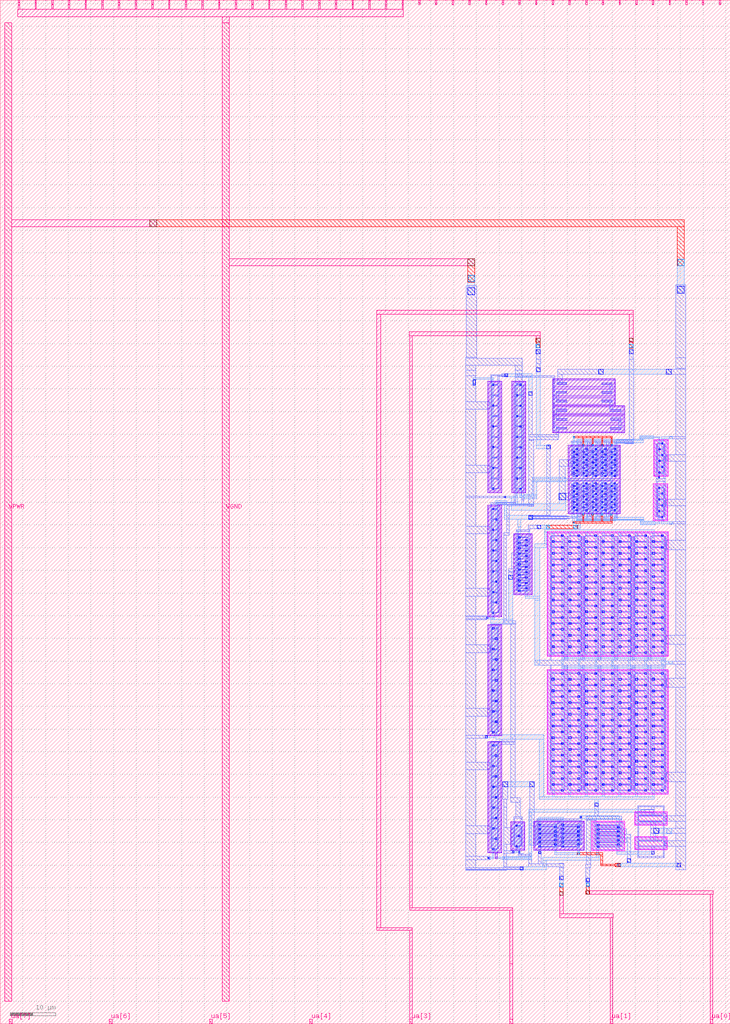
<source format=lef>
VERSION 5.7 ;
  NOWIREEXTENSIONATPIN ON ;
  DIVIDERCHAR "/" ;
  BUSBITCHARS "[]" ;
MACRO tt_um_alfiero88_VCII
  CLASS BLOCK ;
  FOREIGN tt_um_alfiero88_VCII ;
  ORIGIN 0.000 0.000 ;
  SIZE 161.000 BY 225.760 ;
  PIN clk
    DIRECTION INPUT ;
    USE SIGNAL ;
    PORT
      LAYER met4 ;
        RECT 154.870 224.760 155.170 225.760 ;
    END
  END clk
  PIN ena
    DIRECTION INPUT ;
    USE SIGNAL ;
    PORT
      LAYER met4 ;
        RECT 158.550 224.760 158.850 225.760 ;
    END
  END ena
  PIN rst_n
    DIRECTION INPUT ;
    USE SIGNAL ;
    PORT
      LAYER met4 ;
        RECT 151.190 224.760 151.490 225.760 ;
    END
  END rst_n
  PIN ua[0]
    DIRECTION INOUT ;
    USE SIGNAL ;
    ANTENNAGATEAREA 7.500000 ;
    ANTENNADIFFAREA 52.199997 ;
    PORT
      LAYER met4 ;
        RECT 156.560 0.000 157.160 1.000 ;
    END
  END ua[0]
  PIN ua[1]
    DIRECTION INOUT ;
    USE SIGNAL ;
    ANTENNADIFFAREA 15.809999 ;
    PORT
      LAYER met4 ;
        RECT 134.480 0.000 135.080 1.000 ;
    END
  END ua[1]
  PIN ua[2]
    DIRECTION INOUT ;
    USE SIGNAL ;
    ANTENNAGATEAREA 15.000000 ;
    ANTENNADIFFAREA 7.830000 ;
    PORT
      LAYER met4 ;
        RECT 112.400 0.000 113.000 1.000 ;
        RECT 112.395 -0.005 113.010 0.000 ;
    END
  END ua[2]
  PIN ua[3]
    DIRECTION INOUT ;
    USE SIGNAL ;
    ANTENNAGATEAREA 15.000000 ;
    PORT
      LAYER met4 ;
        RECT 90.320 0.000 90.920 1.000 ;
    END
  END ua[3]
  PIN ua[4]
    DIRECTION INOUT ;
    USE SIGNAL ;
    PORT
      LAYER met4 ;
        RECT 68.240 0.000 68.840 1.000 ;
    END
  END ua[4]
  PIN ua[5]
    DIRECTION INOUT ;
    USE SIGNAL ;
    PORT
      LAYER met4 ;
        RECT 46.160 0.000 46.760 1.000 ;
    END
  END ua[5]
  PIN ua[6]
    DIRECTION INOUT ;
    USE SIGNAL ;
    PORT
      LAYER met4 ;
        RECT 24.080 0.000 24.680 1.000 ;
    END
  END ua[6]
  PIN ua[7]
    DIRECTION INOUT ;
    USE SIGNAL ;
    PORT
      LAYER met4 ;
        RECT 2.000 0.000 2.600 1.000 ;
    END
  END ua[7]
  PIN ui_in[0]
    DIRECTION INPUT ;
    USE SIGNAL ;
    PORT
      LAYER met4 ;
        RECT 147.510 224.760 147.810 225.760 ;
    END
  END ui_in[0]
  PIN ui_in[1]
    DIRECTION INPUT ;
    USE SIGNAL ;
    PORT
      LAYER met4 ;
        RECT 143.830 224.760 144.130 225.760 ;
    END
  END ui_in[1]
  PIN ui_in[2]
    DIRECTION INPUT ;
    USE SIGNAL ;
    PORT
      LAYER met4 ;
        RECT 140.150 224.760 140.450 225.760 ;
    END
  END ui_in[2]
  PIN ui_in[3]
    DIRECTION INPUT ;
    USE SIGNAL ;
    PORT
      LAYER met4 ;
        RECT 136.470 224.760 136.770 225.760 ;
    END
  END ui_in[3]
  PIN ui_in[4]
    DIRECTION INPUT ;
    USE SIGNAL ;
    PORT
      LAYER met4 ;
        RECT 132.790 224.760 133.090 225.760 ;
    END
  END ui_in[4]
  PIN ui_in[5]
    DIRECTION INPUT ;
    USE SIGNAL ;
    PORT
      LAYER met4 ;
        RECT 129.110 224.760 129.410 225.760 ;
    END
  END ui_in[5]
  PIN ui_in[6]
    DIRECTION INPUT ;
    USE SIGNAL ;
    PORT
      LAYER met4 ;
        RECT 125.430 224.760 125.730 225.760 ;
    END
  END ui_in[6]
  PIN ui_in[7]
    DIRECTION INPUT ;
    USE SIGNAL ;
    PORT
      LAYER met4 ;
        RECT 121.750 224.760 122.050 225.760 ;
    END
  END ui_in[7]
  PIN uio_in[0]
    DIRECTION INPUT ;
    USE SIGNAL ;
    PORT
      LAYER met4 ;
        RECT 118.070 224.760 118.370 225.760 ;
    END
  END uio_in[0]
  PIN uio_in[1]
    DIRECTION INPUT ;
    USE SIGNAL ;
    PORT
      LAYER met4 ;
        RECT 114.390 224.760 114.690 225.760 ;
    END
  END uio_in[1]
  PIN uio_in[2]
    DIRECTION INPUT ;
    USE SIGNAL ;
    PORT
      LAYER met4 ;
        RECT 110.710 224.760 111.010 225.760 ;
    END
  END uio_in[2]
  PIN uio_in[3]
    DIRECTION INPUT ;
    USE SIGNAL ;
    PORT
      LAYER met4 ;
        RECT 107.030 224.760 107.330 225.760 ;
    END
  END uio_in[3]
  PIN uio_in[4]
    DIRECTION INPUT ;
    USE SIGNAL ;
    PORT
      LAYER met4 ;
        RECT 103.350 224.760 103.650 225.760 ;
    END
  END uio_in[4]
  PIN uio_in[5]
    DIRECTION INPUT ;
    USE SIGNAL ;
    PORT
      LAYER met4 ;
        RECT 99.670 224.760 99.970 225.760 ;
    END
  END uio_in[5]
  PIN uio_in[6]
    DIRECTION INPUT ;
    USE SIGNAL ;
    PORT
      LAYER met4 ;
        RECT 95.990 224.760 96.290 225.760 ;
    END
  END uio_in[6]
  PIN uio_in[7]
    DIRECTION INPUT ;
    USE SIGNAL ;
    PORT
      LAYER met4 ;
        RECT 92.310 224.760 92.610 225.760 ;
    END
  END uio_in[7]
  PIN uio_oe[0]
    DIRECTION OUTPUT ;
    USE SIGNAL ;
    ANTENNADIFFAREA 122.393394 ;
    PORT
      LAYER met4 ;
        RECT 29.750 224.760 30.050 225.760 ;
    END
  END uio_oe[0]
  PIN uio_oe[1]
    DIRECTION OUTPUT ;
    USE SIGNAL ;
    ANTENNADIFFAREA 122.393394 ;
    PORT
      LAYER met4 ;
        RECT 26.070 224.760 26.370 225.760 ;
    END
  END uio_oe[1]
  PIN uio_oe[2]
    DIRECTION OUTPUT ;
    USE SIGNAL ;
    ANTENNADIFFAREA 122.393394 ;
    PORT
      LAYER met4 ;
        RECT 22.390 224.760 22.690 225.760 ;
    END
  END uio_oe[2]
  PIN uio_oe[3]
    DIRECTION OUTPUT ;
    USE SIGNAL ;
    ANTENNADIFFAREA 122.393394 ;
    PORT
      LAYER met4 ;
        RECT 18.710 224.760 19.010 225.760 ;
    END
  END uio_oe[3]
  PIN uio_oe[4]
    DIRECTION OUTPUT ;
    USE SIGNAL ;
    ANTENNADIFFAREA 122.393394 ;
    PORT
      LAYER met4 ;
        RECT 15.030 224.760 15.330 225.760 ;
    END
  END uio_oe[4]
  PIN uio_oe[5]
    DIRECTION OUTPUT ;
    USE SIGNAL ;
    ANTENNADIFFAREA 122.393394 ;
    PORT
      LAYER met4 ;
        RECT 11.350 224.760 11.650 225.760 ;
    END
  END uio_oe[5]
  PIN uio_oe[6]
    DIRECTION OUTPUT ;
    USE SIGNAL ;
    ANTENNADIFFAREA 122.393394 ;
    PORT
      LAYER met4 ;
        RECT 7.670 224.760 7.970 225.760 ;
    END
  END uio_oe[6]
  PIN uio_oe[7]
    DIRECTION OUTPUT ;
    USE SIGNAL ;
    ANTENNADIFFAREA 122.393394 ;
    PORT
      LAYER met4 ;
        RECT 3.990 224.760 4.290 225.760 ;
    END
  END uio_oe[7]
  PIN uio_out[0]
    DIRECTION OUTPUT ;
    USE SIGNAL ;
    ANTENNADIFFAREA 122.393394 ;
    PORT
      LAYER met4 ;
        RECT 59.190 224.760 59.490 225.760 ;
    END
  END uio_out[0]
  PIN uio_out[1]
    DIRECTION OUTPUT ;
    USE SIGNAL ;
    ANTENNADIFFAREA 122.393394 ;
    PORT
      LAYER met4 ;
        RECT 55.510 224.760 55.810 225.760 ;
    END
  END uio_out[1]
  PIN uio_out[2]
    DIRECTION OUTPUT ;
    USE SIGNAL ;
    ANTENNADIFFAREA 122.393394 ;
    PORT
      LAYER met4 ;
        RECT 51.830 224.760 52.130 225.760 ;
    END
  END uio_out[2]
  PIN uio_out[3]
    DIRECTION OUTPUT ;
    USE SIGNAL ;
    ANTENNADIFFAREA 122.393394 ;
    PORT
      LAYER met4 ;
        RECT 48.150 224.760 48.450 225.760 ;
    END
  END uio_out[3]
  PIN uio_out[4]
    DIRECTION OUTPUT ;
    USE SIGNAL ;
    ANTENNADIFFAREA 122.393394 ;
    PORT
      LAYER met4 ;
        RECT 44.470 224.760 44.770 225.760 ;
    END
  END uio_out[4]
  PIN uio_out[5]
    DIRECTION OUTPUT ;
    USE SIGNAL ;
    ANTENNADIFFAREA 122.393394 ;
    PORT
      LAYER met4 ;
        RECT 40.790 224.760 41.090 225.760 ;
    END
  END uio_out[5]
  PIN uio_out[6]
    DIRECTION OUTPUT ;
    USE SIGNAL ;
    ANTENNADIFFAREA 122.393394 ;
    PORT
      LAYER met4 ;
        RECT 37.110 224.760 37.410 225.760 ;
    END
  END uio_out[6]
  PIN uio_out[7]
    DIRECTION OUTPUT ;
    USE SIGNAL ;
    ANTENNADIFFAREA 122.393394 ;
    PORT
      LAYER met4 ;
        RECT 33.430 224.760 33.730 225.760 ;
    END
  END uio_out[7]
  PIN uo_out[0]
    DIRECTION OUTPUT ;
    USE SIGNAL ;
    ANTENNADIFFAREA 122.393394 ;
    PORT
      LAYER met4 ;
        RECT 88.630 224.760 88.930 225.760 ;
    END
  END uo_out[0]
  PIN uo_out[1]
    DIRECTION OUTPUT ;
    USE SIGNAL ;
    ANTENNADIFFAREA 122.393394 ;
    PORT
      LAYER met4 ;
        RECT 84.950 224.760 85.250 225.760 ;
    END
  END uo_out[1]
  PIN uo_out[2]
    DIRECTION OUTPUT ;
    USE SIGNAL ;
    ANTENNADIFFAREA 122.393394 ;
    PORT
      LAYER met4 ;
        RECT 81.270 224.760 81.570 225.760 ;
    END
  END uo_out[2]
  PIN uo_out[3]
    DIRECTION OUTPUT ;
    USE SIGNAL ;
    ANTENNADIFFAREA 122.393394 ;
    PORT
      LAYER met4 ;
        RECT 77.590 224.760 77.890 225.760 ;
    END
  END uo_out[3]
  PIN uo_out[4]
    DIRECTION OUTPUT ;
    USE SIGNAL ;
    ANTENNADIFFAREA 122.393394 ;
    PORT
      LAYER met4 ;
        RECT 73.910 224.760 74.210 225.760 ;
    END
  END uo_out[4]
  PIN uo_out[5]
    DIRECTION OUTPUT ;
    USE SIGNAL ;
    ANTENNADIFFAREA 122.393394 ;
    PORT
      LAYER met4 ;
        RECT 70.230 224.760 70.530 225.760 ;
    END
  END uo_out[5]
  PIN uo_out[6]
    DIRECTION OUTPUT ;
    USE SIGNAL ;
    ANTENNADIFFAREA 122.393394 ;
    PORT
      LAYER met4 ;
        RECT 66.550 224.760 66.850 225.760 ;
    END
  END uo_out[6]
  PIN uo_out[7]
    DIRECTION OUTPUT ;
    USE SIGNAL ;
    ANTENNADIFFAREA 122.393394 ;
    PORT
      LAYER met4 ;
        RECT 62.870 224.760 63.170 225.760 ;
    END
  END uo_out[7]
  PIN VPWR
    DIRECTION INOUT ;
    USE POWER ;
    PORT
      LAYER met4 ;
        RECT 1.000 5.000 2.500 220.760 ;
    END
  END VPWR
  PIN VGND
    DIRECTION INOUT ;
    USE GROUND ;
    PORT
      LAYER met4 ;
        RECT 49.000 5.000 50.500 220.760 ;
    END
  END VGND
  OBS
      LAYER pwell ;
        RECT 107.510 117.165 110.610 141.735 ;
        RECT 112.820 117.165 115.920 141.735 ;
        RECT 121.860 136.315 135.680 142.235 ;
        RECT 121.860 134.305 137.680 136.315 ;
        RECT 121.860 130.315 137.680 134.295 ;
        RECT 107.500 89.795 110.600 114.365 ;
        RECT 125.300 112.455 136.760 127.565 ;
      LAYER nwell ;
        RECT 144.090 120.705 147.280 128.825 ;
        RECT 144.060 110.925 147.250 119.045 ;
      LAYER pwell ;
        RECT 113.230 94.615 117.330 108.085 ;
        RECT 107.510 63.475 110.610 88.045 ;
      LAYER nwell ;
        RECT 120.600 81.005 147.370 108.475 ;
      LAYER pwell ;
        RECT 107.510 37.665 110.610 62.235 ;
      LAYER nwell ;
        RECT 120.600 50.645 147.370 78.115 ;
      LAYER pwell ;
        RECT 112.620 38.285 115.720 44.535 ;
        RECT 117.660 38.245 128.850 44.715 ;
      LAYER nwell ;
        RECT 130.500 38.185 137.690 44.655 ;
        RECT 139.900 43.785 147.090 46.745 ;
        RECT 139.890 38.325 147.080 41.285 ;
      LAYER pwell ;
        RECT 109.220 36.355 109.570 37.665 ;
      LAYER li1 ;
        RECT 122.040 141.885 135.500 142.055 ;
        RECT 113.730 141.555 115.050 141.695 ;
        RECT 122.040 141.645 122.210 141.885 ;
        RECT 107.690 141.385 110.430 141.555 ;
        RECT 107.690 136.845 107.860 141.385 ;
        RECT 108.540 140.815 109.580 140.985 ;
        RECT 108.200 138.755 108.370 140.755 ;
        RECT 109.750 138.755 109.920 140.755 ;
        RECT 108.540 138.525 109.580 138.695 ;
        RECT 107.480 135.805 107.940 136.845 ;
        RECT 108.200 136.465 108.370 138.465 ;
        RECT 109.750 136.465 109.920 138.465 ;
        RECT 108.540 136.235 109.580 136.405 ;
        RECT 107.690 122.965 107.860 135.805 ;
        RECT 108.200 134.175 108.370 136.175 ;
        RECT 109.750 134.175 109.920 136.175 ;
        RECT 108.540 133.945 109.580 134.115 ;
        RECT 108.200 131.885 108.370 133.885 ;
        RECT 109.750 131.885 109.920 133.885 ;
        RECT 108.540 131.655 109.580 131.825 ;
        RECT 108.200 129.595 108.370 131.595 ;
        RECT 109.750 129.595 109.920 131.595 ;
        RECT 108.540 129.365 109.580 129.535 ;
        RECT 108.200 127.305 108.370 129.305 ;
        RECT 109.750 127.305 109.920 129.305 ;
        RECT 108.540 127.075 109.580 127.245 ;
        RECT 108.200 125.015 108.370 127.015 ;
        RECT 109.750 125.015 109.920 127.015 ;
        RECT 108.540 124.785 109.580 124.955 ;
        RECT 107.500 121.805 107.940 122.965 ;
        RECT 108.200 122.725 108.370 124.725 ;
        RECT 109.750 122.725 109.920 124.725 ;
        RECT 108.540 122.495 109.580 122.665 ;
        RECT 107.690 117.515 107.860 121.805 ;
        RECT 108.200 120.435 108.370 122.435 ;
        RECT 109.750 120.435 109.920 122.435 ;
        RECT 108.540 120.205 109.580 120.375 ;
        RECT 108.200 118.145 108.370 120.145 ;
        RECT 109.750 118.145 109.920 120.145 ;
        RECT 108.540 117.915 109.580 118.085 ;
        RECT 110.260 117.515 110.430 141.385 ;
        RECT 107.690 117.345 110.430 117.515 ;
        RECT 113.000 141.385 115.740 141.555 ;
        RECT 113.000 117.515 113.170 141.385 ;
        RECT 113.730 141.325 115.050 141.385 ;
        RECT 113.850 140.815 114.890 140.985 ;
        RECT 113.510 138.755 113.680 140.755 ;
        RECT 115.060 138.755 115.230 140.755 ;
        RECT 113.850 138.525 114.890 138.695 ;
        RECT 113.510 136.465 113.680 138.465 ;
        RECT 115.060 136.465 115.230 138.465 ;
        RECT 113.850 136.235 114.890 136.405 ;
        RECT 113.510 134.175 113.680 136.175 ;
        RECT 115.060 134.175 115.230 136.175 ;
        RECT 113.850 133.945 114.890 134.115 ;
        RECT 113.510 131.885 113.680 133.885 ;
        RECT 115.060 131.885 115.230 133.885 ;
        RECT 113.850 131.655 114.890 131.825 ;
        RECT 113.510 129.595 113.680 131.595 ;
        RECT 115.060 129.595 115.230 131.595 ;
        RECT 113.850 129.365 114.890 129.535 ;
        RECT 113.510 127.305 113.680 129.305 ;
        RECT 115.060 127.305 115.230 129.305 ;
        RECT 113.850 127.075 114.890 127.245 ;
        RECT 113.510 125.015 113.680 127.015 ;
        RECT 115.060 125.015 115.230 127.015 ;
        RECT 113.850 124.785 114.890 124.955 ;
        RECT 113.510 122.725 113.680 124.725 ;
        RECT 115.060 122.725 115.230 124.725 ;
        RECT 113.850 122.495 114.890 122.665 ;
        RECT 113.510 120.435 113.680 122.435 ;
        RECT 115.060 120.435 115.230 122.435 ;
        RECT 113.850 120.205 114.890 120.375 ;
        RECT 113.510 118.145 113.680 120.145 ;
        RECT 115.060 118.145 115.230 120.145 ;
        RECT 113.850 117.915 114.890 118.085 ;
        RECT 115.570 117.515 115.740 141.385 ;
        RECT 121.980 140.825 122.260 141.645 ;
        RECT 122.690 141.055 124.850 141.405 ;
        RECT 132.690 141.055 134.850 141.405 ;
        RECT 122.040 140.575 122.210 140.825 ;
        RECT 135.330 140.575 135.500 141.885 ;
        RECT 122.040 140.405 135.500 140.575 ;
        RECT 122.040 139.925 135.500 140.095 ;
        RECT 122.040 139.675 122.210 139.925 ;
        RECT 121.980 138.855 122.260 139.675 ;
        RECT 122.690 139.095 124.850 139.445 ;
        RECT 132.690 139.095 134.850 139.445 ;
        RECT 122.040 138.615 122.210 138.855 ;
        RECT 135.330 138.615 135.500 139.925 ;
        RECT 122.040 138.445 135.500 138.615 ;
        RECT 122.040 137.955 135.500 138.125 ;
        RECT 122.040 137.705 122.210 137.955 ;
        RECT 121.980 136.885 122.260 137.705 ;
        RECT 122.690 137.125 124.850 137.475 ;
        RECT 132.690 137.125 134.850 137.475 ;
        RECT 122.040 136.645 122.210 136.885 ;
        RECT 135.330 136.645 135.500 137.955 ;
        RECT 122.040 136.475 135.500 136.645 ;
        RECT 122.040 135.965 137.500 136.135 ;
        RECT 122.040 135.745 122.210 135.965 ;
        RECT 121.980 134.895 122.270 135.745 ;
        RECT 122.690 135.135 124.850 135.485 ;
        RECT 134.690 135.135 136.850 135.485 ;
        RECT 122.040 134.655 122.210 134.895 ;
        RECT 137.330 134.655 137.500 135.965 ;
        RECT 122.040 134.485 137.500 134.655 ;
        RECT 122.040 133.945 137.500 134.115 ;
        RECT 122.040 133.685 122.210 133.945 ;
        RECT 121.980 132.865 122.270 133.685 ;
        RECT 122.690 133.115 124.850 133.465 ;
        RECT 134.690 133.115 136.850 133.465 ;
        RECT 122.040 132.635 122.210 132.865 ;
        RECT 137.330 132.635 137.500 133.945 ;
        RECT 122.040 132.465 137.500 132.635 ;
        RECT 122.040 131.975 137.500 132.145 ;
        RECT 122.040 131.725 122.210 131.975 ;
        RECT 121.980 130.915 122.270 131.725 ;
        RECT 122.690 131.145 124.850 131.495 ;
        RECT 134.690 131.145 136.850 131.495 ;
        RECT 122.040 130.665 122.210 130.915 ;
        RECT 137.330 130.665 137.500 131.975 ;
        RECT 122.040 130.495 137.500 130.665 ;
        RECT 144.270 128.475 147.100 128.645 ;
        RECT 125.480 127.215 136.580 127.385 ;
        RECT 125.480 124.255 125.650 127.215 ;
        RECT 126.330 126.645 127.370 126.815 ;
        RECT 128.420 126.645 129.460 126.815 ;
        RECT 130.510 126.645 131.550 126.815 ;
        RECT 132.600 126.645 133.640 126.815 ;
        RECT 134.690 126.645 135.730 126.815 ;
        RECT 125.990 126.270 126.160 126.600 ;
        RECT 127.540 126.270 127.710 126.600 ;
        RECT 128.080 126.270 128.250 126.600 ;
        RECT 129.630 126.270 129.800 126.600 ;
        RECT 130.170 126.270 130.340 126.600 ;
        RECT 131.720 126.270 131.890 126.600 ;
        RECT 132.260 126.270 132.430 126.600 ;
        RECT 133.810 126.270 133.980 126.600 ;
        RECT 134.350 126.270 134.520 126.600 ;
        RECT 135.900 126.270 136.070 126.600 ;
        RECT 126.330 126.055 127.370 126.225 ;
        RECT 128.420 126.055 129.460 126.225 ;
        RECT 130.510 126.055 131.550 126.225 ;
        RECT 132.600 126.055 133.640 126.225 ;
        RECT 134.690 126.055 135.730 126.225 ;
        RECT 125.990 125.680 126.160 126.010 ;
        RECT 127.540 125.680 127.710 126.010 ;
        RECT 128.080 125.680 128.250 126.010 ;
        RECT 129.630 125.680 129.800 126.010 ;
        RECT 130.170 125.680 130.340 126.010 ;
        RECT 131.720 125.680 131.890 126.010 ;
        RECT 132.260 125.680 132.430 126.010 ;
        RECT 133.810 125.680 133.980 126.010 ;
        RECT 134.350 125.680 134.520 126.010 ;
        RECT 135.900 125.680 136.070 126.010 ;
        RECT 126.330 125.465 127.370 125.635 ;
        RECT 128.420 125.465 129.460 125.635 ;
        RECT 130.510 125.465 131.550 125.635 ;
        RECT 132.600 125.465 133.640 125.635 ;
        RECT 134.690 125.465 135.730 125.635 ;
        RECT 125.990 125.090 126.160 125.420 ;
        RECT 127.540 125.090 127.710 125.420 ;
        RECT 128.080 125.090 128.250 125.420 ;
        RECT 129.630 125.090 129.800 125.420 ;
        RECT 130.170 125.090 130.340 125.420 ;
        RECT 131.720 125.090 131.890 125.420 ;
        RECT 132.260 125.090 132.430 125.420 ;
        RECT 133.810 125.090 133.980 125.420 ;
        RECT 134.350 125.090 134.520 125.420 ;
        RECT 135.900 125.090 136.070 125.420 ;
        RECT 126.330 124.875 127.370 125.045 ;
        RECT 128.420 124.875 129.460 125.045 ;
        RECT 130.510 124.875 131.550 125.045 ;
        RECT 132.600 124.875 133.640 125.045 ;
        RECT 134.690 124.875 135.730 125.045 ;
        RECT 125.990 124.500 126.160 124.830 ;
        RECT 127.540 124.500 127.710 124.830 ;
        RECT 128.080 124.500 128.250 124.830 ;
        RECT 129.630 124.500 129.800 124.830 ;
        RECT 130.170 124.500 130.340 124.830 ;
        RECT 131.720 124.500 131.890 124.830 ;
        RECT 132.260 124.500 132.430 124.830 ;
        RECT 133.810 124.500 133.980 124.830 ;
        RECT 134.350 124.500 134.520 124.830 ;
        RECT 135.900 124.500 136.070 124.830 ;
        RECT 126.330 124.285 127.370 124.455 ;
        RECT 128.420 124.285 129.460 124.455 ;
        RECT 130.510 124.285 131.550 124.455 ;
        RECT 132.600 124.285 133.640 124.455 ;
        RECT 134.690 124.285 135.730 124.455 ;
        RECT 125.400 123.065 125.690 124.255 ;
        RECT 125.990 123.910 126.160 124.240 ;
        RECT 127.540 123.910 127.710 124.240 ;
        RECT 128.080 123.910 128.250 124.240 ;
        RECT 129.630 123.910 129.800 124.240 ;
        RECT 130.170 123.910 130.340 124.240 ;
        RECT 131.720 123.910 131.890 124.240 ;
        RECT 132.260 123.910 132.430 124.240 ;
        RECT 133.810 123.910 133.980 124.240 ;
        RECT 134.350 123.910 134.520 124.240 ;
        RECT 135.900 123.910 136.070 124.240 ;
        RECT 126.330 123.695 127.370 123.865 ;
        RECT 128.420 123.695 129.460 123.865 ;
        RECT 130.510 123.695 131.550 123.865 ;
        RECT 132.600 123.695 133.640 123.865 ;
        RECT 134.690 123.695 135.730 123.865 ;
        RECT 125.990 123.320 126.160 123.650 ;
        RECT 127.540 123.320 127.710 123.650 ;
        RECT 128.080 123.320 128.250 123.650 ;
        RECT 129.630 123.320 129.800 123.650 ;
        RECT 130.170 123.320 130.340 123.650 ;
        RECT 131.720 123.320 131.890 123.650 ;
        RECT 132.260 123.320 132.430 123.650 ;
        RECT 133.810 123.320 133.980 123.650 ;
        RECT 134.350 123.320 134.520 123.650 ;
        RECT 135.900 123.320 136.070 123.650 ;
        RECT 126.330 123.105 127.370 123.275 ;
        RECT 128.420 123.105 129.460 123.275 ;
        RECT 130.510 123.105 131.550 123.275 ;
        RECT 132.600 123.105 133.640 123.275 ;
        RECT 134.690 123.105 135.730 123.275 ;
        RECT 125.480 120.345 125.650 123.065 ;
        RECT 125.990 122.730 126.160 123.060 ;
        RECT 127.540 122.730 127.710 123.060 ;
        RECT 128.080 122.730 128.250 123.060 ;
        RECT 129.630 122.730 129.800 123.060 ;
        RECT 130.170 122.730 130.340 123.060 ;
        RECT 131.720 122.730 131.890 123.060 ;
        RECT 132.260 122.730 132.430 123.060 ;
        RECT 133.810 122.730 133.980 123.060 ;
        RECT 134.350 122.730 134.520 123.060 ;
        RECT 135.900 122.730 136.070 123.060 ;
        RECT 126.330 122.515 127.370 122.685 ;
        RECT 128.420 122.515 129.460 122.685 ;
        RECT 130.510 122.515 131.550 122.685 ;
        RECT 132.600 122.515 133.640 122.685 ;
        RECT 134.690 122.515 135.730 122.685 ;
        RECT 125.990 122.140 126.160 122.470 ;
        RECT 127.540 122.140 127.710 122.470 ;
        RECT 128.080 122.140 128.250 122.470 ;
        RECT 129.630 122.140 129.800 122.470 ;
        RECT 130.170 122.140 130.340 122.470 ;
        RECT 131.720 122.140 131.890 122.470 ;
        RECT 132.260 122.140 132.430 122.470 ;
        RECT 133.810 122.140 133.980 122.470 ;
        RECT 134.350 122.140 134.520 122.470 ;
        RECT 135.900 122.140 136.070 122.470 ;
        RECT 126.330 121.925 127.370 122.095 ;
        RECT 128.420 121.925 129.460 122.095 ;
        RECT 130.510 121.925 131.550 122.095 ;
        RECT 132.600 121.925 133.640 122.095 ;
        RECT 134.690 121.925 135.730 122.095 ;
        RECT 125.990 121.550 126.160 121.880 ;
        RECT 127.540 121.550 127.710 121.880 ;
        RECT 128.080 121.550 128.250 121.880 ;
        RECT 129.630 121.550 129.800 121.880 ;
        RECT 130.170 121.550 130.340 121.880 ;
        RECT 131.720 121.550 131.890 121.880 ;
        RECT 132.260 121.550 132.430 121.880 ;
        RECT 133.810 121.550 133.980 121.880 ;
        RECT 134.350 121.550 134.520 121.880 ;
        RECT 135.900 121.550 136.070 121.880 ;
        RECT 126.330 121.335 127.370 121.505 ;
        RECT 128.420 121.335 129.460 121.505 ;
        RECT 130.510 121.335 131.550 121.505 ;
        RECT 132.600 121.335 133.640 121.505 ;
        RECT 134.690 121.335 135.730 121.505 ;
        RECT 125.990 120.960 126.160 121.290 ;
        RECT 127.540 120.960 127.710 121.290 ;
        RECT 128.080 120.960 128.250 121.290 ;
        RECT 129.630 120.960 129.800 121.290 ;
        RECT 130.170 120.960 130.340 121.290 ;
        RECT 131.720 120.960 131.890 121.290 ;
        RECT 132.260 120.960 132.430 121.290 ;
        RECT 133.810 120.960 133.980 121.290 ;
        RECT 134.350 120.960 134.520 121.290 ;
        RECT 135.900 120.960 136.070 121.290 ;
        RECT 126.330 120.745 127.370 120.915 ;
        RECT 128.420 120.745 129.460 120.915 ;
        RECT 130.510 120.745 131.550 120.915 ;
        RECT 132.600 120.745 133.640 120.915 ;
        RECT 134.690 120.745 135.730 120.915 ;
        RECT 136.410 120.345 136.580 127.215 ;
        RECT 144.270 121.055 144.440 128.475 ;
        RECT 145.165 127.905 146.205 128.075 ;
        RECT 144.780 126.845 144.950 127.845 ;
        RECT 146.420 126.845 146.590 127.845 ;
        RECT 145.165 126.615 146.205 126.785 ;
        RECT 144.780 125.555 144.950 126.555 ;
        RECT 146.420 125.555 146.590 126.555 ;
        RECT 145.165 125.325 146.205 125.495 ;
        RECT 146.930 125.275 147.100 128.475 ;
        RECT 144.780 124.265 144.950 125.265 ;
        RECT 146.420 124.265 146.590 125.265 ;
        RECT 146.860 124.225 147.210 125.275 ;
        RECT 145.165 124.035 146.205 124.205 ;
        RECT 144.780 122.975 144.950 123.975 ;
        RECT 146.420 122.975 146.590 123.975 ;
        RECT 145.165 122.745 146.205 122.915 ;
        RECT 144.780 121.685 144.950 122.685 ;
        RECT 146.420 121.685 146.590 122.685 ;
        RECT 145.165 121.455 146.205 121.625 ;
        RECT 146.930 121.055 147.100 124.225 ;
        RECT 144.270 120.885 147.100 121.055 ;
        RECT 125.480 120.175 136.580 120.345 ;
        RECT 113.000 117.345 115.740 117.515 ;
        RECT 125.480 119.675 136.580 119.845 ;
        RECT 125.480 116.865 125.650 119.675 ;
        RECT 126.330 119.105 127.370 119.275 ;
        RECT 128.420 119.105 129.460 119.275 ;
        RECT 130.510 119.105 131.550 119.275 ;
        RECT 132.600 119.105 133.640 119.275 ;
        RECT 134.690 119.105 135.730 119.275 ;
        RECT 125.990 118.730 126.160 119.060 ;
        RECT 127.540 118.730 127.710 119.060 ;
        RECT 128.080 118.730 128.250 119.060 ;
        RECT 129.630 118.730 129.800 119.060 ;
        RECT 130.170 118.730 130.340 119.060 ;
        RECT 131.720 118.730 131.890 119.060 ;
        RECT 132.260 118.730 132.430 119.060 ;
        RECT 133.810 118.730 133.980 119.060 ;
        RECT 134.350 118.730 134.520 119.060 ;
        RECT 135.900 118.730 136.070 119.060 ;
        RECT 126.330 118.515 127.370 118.685 ;
        RECT 128.420 118.515 129.460 118.685 ;
        RECT 130.510 118.515 131.550 118.685 ;
        RECT 132.600 118.515 133.640 118.685 ;
        RECT 134.690 118.515 135.730 118.685 ;
        RECT 125.990 118.140 126.160 118.470 ;
        RECT 127.540 118.140 127.710 118.470 ;
        RECT 128.080 118.140 128.250 118.470 ;
        RECT 129.630 118.140 129.800 118.470 ;
        RECT 130.170 118.140 130.340 118.470 ;
        RECT 131.720 118.140 131.890 118.470 ;
        RECT 132.260 118.140 132.430 118.470 ;
        RECT 133.810 118.140 133.980 118.470 ;
        RECT 134.350 118.140 134.520 118.470 ;
        RECT 135.900 118.140 136.070 118.470 ;
        RECT 126.330 117.925 127.370 118.095 ;
        RECT 128.420 117.925 129.460 118.095 ;
        RECT 130.510 117.925 131.550 118.095 ;
        RECT 132.600 117.925 133.640 118.095 ;
        RECT 134.690 117.925 135.730 118.095 ;
        RECT 125.990 117.550 126.160 117.880 ;
        RECT 127.540 117.550 127.710 117.880 ;
        RECT 128.080 117.550 128.250 117.880 ;
        RECT 129.630 117.550 129.800 117.880 ;
        RECT 130.170 117.550 130.340 117.880 ;
        RECT 131.720 117.550 131.890 117.880 ;
        RECT 132.260 117.550 132.430 117.880 ;
        RECT 133.810 117.550 133.980 117.880 ;
        RECT 134.350 117.550 134.520 117.880 ;
        RECT 135.900 117.550 136.070 117.880 ;
        RECT 126.330 117.335 127.370 117.505 ;
        RECT 128.420 117.335 129.460 117.505 ;
        RECT 130.510 117.335 131.550 117.505 ;
        RECT 132.600 117.335 133.640 117.505 ;
        RECT 134.690 117.335 135.730 117.505 ;
        RECT 125.990 116.960 126.160 117.290 ;
        RECT 127.540 116.960 127.710 117.290 ;
        RECT 128.080 116.960 128.250 117.290 ;
        RECT 129.630 116.960 129.800 117.290 ;
        RECT 130.170 116.960 130.340 117.290 ;
        RECT 131.720 116.960 131.890 117.290 ;
        RECT 132.260 116.960 132.430 117.290 ;
        RECT 133.810 116.960 133.980 117.290 ;
        RECT 134.350 116.960 134.520 117.290 ;
        RECT 135.900 116.960 136.070 117.290 ;
        RECT 125.390 115.655 125.700 116.865 ;
        RECT 126.330 116.745 127.370 116.915 ;
        RECT 128.420 116.745 129.460 116.915 ;
        RECT 130.510 116.745 131.550 116.915 ;
        RECT 132.600 116.745 133.640 116.915 ;
        RECT 134.690 116.745 135.730 116.915 ;
        RECT 125.990 116.370 126.160 116.700 ;
        RECT 127.540 116.370 127.710 116.700 ;
        RECT 128.080 116.370 128.250 116.700 ;
        RECT 129.630 116.370 129.800 116.700 ;
        RECT 130.170 116.370 130.340 116.700 ;
        RECT 131.720 116.370 131.890 116.700 ;
        RECT 132.260 116.370 132.430 116.700 ;
        RECT 133.810 116.370 133.980 116.700 ;
        RECT 134.350 116.370 134.520 116.700 ;
        RECT 135.900 116.370 136.070 116.700 ;
        RECT 126.330 116.155 127.370 116.325 ;
        RECT 128.420 116.155 129.460 116.325 ;
        RECT 130.510 116.155 131.550 116.325 ;
        RECT 132.600 116.155 133.640 116.325 ;
        RECT 134.690 116.155 135.730 116.325 ;
        RECT 125.990 115.780 126.160 116.110 ;
        RECT 127.540 115.780 127.710 116.110 ;
        RECT 128.080 115.780 128.250 116.110 ;
        RECT 129.630 115.780 129.800 116.110 ;
        RECT 130.170 115.780 130.340 116.110 ;
        RECT 131.720 115.780 131.890 116.110 ;
        RECT 132.260 115.780 132.430 116.110 ;
        RECT 133.810 115.780 133.980 116.110 ;
        RECT 134.350 115.780 134.520 116.110 ;
        RECT 135.900 115.780 136.070 116.110 ;
        RECT 107.680 114.015 110.420 114.185 ;
        RECT 107.680 109.455 107.850 114.015 ;
        RECT 108.530 113.445 109.570 113.615 ;
        RECT 108.190 111.385 108.360 113.385 ;
        RECT 109.740 111.385 109.910 113.385 ;
        RECT 108.530 111.155 109.570 111.325 ;
        RECT 107.530 108.265 107.960 109.455 ;
        RECT 108.190 109.095 108.360 111.095 ;
        RECT 109.740 109.095 109.910 111.095 ;
        RECT 108.530 108.865 109.570 109.035 ;
        RECT 107.680 95.735 107.850 108.265 ;
        RECT 108.190 106.805 108.360 108.805 ;
        RECT 109.740 106.805 109.910 108.805 ;
        RECT 108.530 106.575 109.570 106.745 ;
        RECT 108.190 104.515 108.360 106.515 ;
        RECT 109.740 104.515 109.910 106.515 ;
        RECT 108.530 104.285 109.570 104.455 ;
        RECT 108.190 102.225 108.360 104.225 ;
        RECT 109.740 102.225 109.910 104.225 ;
        RECT 108.530 101.995 109.570 102.165 ;
        RECT 108.190 99.935 108.360 101.935 ;
        RECT 109.740 99.935 109.910 101.935 ;
        RECT 108.530 99.705 109.570 99.875 ;
        RECT 108.190 97.645 108.360 99.645 ;
        RECT 109.740 97.645 109.910 99.645 ;
        RECT 108.530 97.415 109.570 97.585 ;
        RECT 107.530 94.535 107.950 95.735 ;
        RECT 108.190 95.355 108.360 97.355 ;
        RECT 109.740 95.355 109.910 97.355 ;
        RECT 108.530 95.125 109.570 95.295 ;
        RECT 107.680 90.145 107.850 94.535 ;
        RECT 108.190 93.065 108.360 95.065 ;
        RECT 109.740 93.065 109.910 95.065 ;
        RECT 108.530 92.835 109.570 93.005 ;
        RECT 108.190 90.775 108.360 92.775 ;
        RECT 109.740 90.775 109.910 92.775 ;
        RECT 108.530 90.545 109.570 90.715 ;
        RECT 110.250 90.145 110.420 114.015 ;
        RECT 125.480 112.805 125.650 115.655 ;
        RECT 126.330 115.565 127.370 115.735 ;
        RECT 128.420 115.565 129.460 115.735 ;
        RECT 130.510 115.565 131.550 115.735 ;
        RECT 132.600 115.565 133.640 115.735 ;
        RECT 134.690 115.565 135.730 115.735 ;
        RECT 125.990 115.190 126.160 115.520 ;
        RECT 127.540 115.190 127.710 115.520 ;
        RECT 128.080 115.190 128.250 115.520 ;
        RECT 129.630 115.190 129.800 115.520 ;
        RECT 130.170 115.190 130.340 115.520 ;
        RECT 131.720 115.190 131.890 115.520 ;
        RECT 132.260 115.190 132.430 115.520 ;
        RECT 133.810 115.190 133.980 115.520 ;
        RECT 134.350 115.190 134.520 115.520 ;
        RECT 135.900 115.190 136.070 115.520 ;
        RECT 126.330 114.975 127.370 115.145 ;
        RECT 128.420 114.975 129.460 115.145 ;
        RECT 130.510 114.975 131.550 115.145 ;
        RECT 132.600 114.975 133.640 115.145 ;
        RECT 134.690 114.975 135.730 115.145 ;
        RECT 125.990 114.600 126.160 114.930 ;
        RECT 127.540 114.600 127.710 114.930 ;
        RECT 128.080 114.600 128.250 114.930 ;
        RECT 129.630 114.600 129.800 114.930 ;
        RECT 130.170 114.600 130.340 114.930 ;
        RECT 131.720 114.600 131.890 114.930 ;
        RECT 132.260 114.600 132.430 114.930 ;
        RECT 133.810 114.600 133.980 114.930 ;
        RECT 134.350 114.600 134.520 114.930 ;
        RECT 135.900 114.600 136.070 114.930 ;
        RECT 126.330 114.385 127.370 114.555 ;
        RECT 128.420 114.385 129.460 114.555 ;
        RECT 130.510 114.385 131.550 114.555 ;
        RECT 132.600 114.385 133.640 114.555 ;
        RECT 134.690 114.385 135.730 114.555 ;
        RECT 125.990 114.010 126.160 114.340 ;
        RECT 127.540 114.010 127.710 114.340 ;
        RECT 128.080 114.010 128.250 114.340 ;
        RECT 129.630 114.010 129.800 114.340 ;
        RECT 130.170 114.010 130.340 114.340 ;
        RECT 131.720 114.010 131.890 114.340 ;
        RECT 132.260 114.010 132.430 114.340 ;
        RECT 133.810 114.010 133.980 114.340 ;
        RECT 134.350 114.010 134.520 114.340 ;
        RECT 135.900 114.010 136.070 114.340 ;
        RECT 126.330 113.795 127.370 113.965 ;
        RECT 128.420 113.795 129.460 113.965 ;
        RECT 130.510 113.795 131.550 113.965 ;
        RECT 132.600 113.795 133.640 113.965 ;
        RECT 134.690 113.795 135.730 113.965 ;
        RECT 125.990 113.420 126.160 113.750 ;
        RECT 127.540 113.420 127.710 113.750 ;
        RECT 128.080 113.420 128.250 113.750 ;
        RECT 129.630 113.420 129.800 113.750 ;
        RECT 130.170 113.420 130.340 113.750 ;
        RECT 131.720 113.420 131.890 113.750 ;
        RECT 132.260 113.420 132.430 113.750 ;
        RECT 133.810 113.420 133.980 113.750 ;
        RECT 134.350 113.420 134.520 113.750 ;
        RECT 135.900 113.420 136.070 113.750 ;
        RECT 126.330 113.205 127.370 113.375 ;
        RECT 128.420 113.205 129.460 113.375 ;
        RECT 130.510 113.205 131.550 113.375 ;
        RECT 132.600 113.205 133.640 113.375 ;
        RECT 134.690 113.205 135.730 113.375 ;
        RECT 136.410 112.805 136.580 119.675 ;
        RECT 125.480 112.635 136.580 112.805 ;
        RECT 144.240 118.695 147.070 118.865 ;
        RECT 144.240 111.275 144.410 118.695 ;
        RECT 145.135 118.125 146.175 118.295 ;
        RECT 144.750 117.065 144.920 118.065 ;
        RECT 146.390 117.065 146.560 118.065 ;
        RECT 145.135 116.835 146.175 117.005 ;
        RECT 144.750 115.775 144.920 116.775 ;
        RECT 146.390 115.775 146.560 116.775 ;
        RECT 145.135 115.545 146.175 115.715 ;
        RECT 144.750 114.485 144.920 115.485 ;
        RECT 146.390 114.485 146.560 115.485 ;
        RECT 146.900 115.385 147.070 118.695 ;
        RECT 146.850 114.425 147.190 115.385 ;
        RECT 145.135 114.255 146.175 114.425 ;
        RECT 144.750 113.195 144.920 114.195 ;
        RECT 146.390 113.195 146.560 114.195 ;
        RECT 145.135 112.965 146.175 113.135 ;
        RECT 144.750 111.905 144.920 112.905 ;
        RECT 146.390 111.905 146.560 112.905 ;
        RECT 145.135 111.675 146.175 111.845 ;
        RECT 146.900 111.275 147.070 114.425 ;
        RECT 144.240 111.105 147.070 111.275 ;
        RECT 120.780 108.125 147.190 108.295 ;
        RECT 113.410 107.735 117.150 107.905 ;
        RECT 113.410 103.615 113.580 107.735 ;
        RECT 114.260 107.165 116.300 107.335 ;
        RECT 113.920 106.790 114.090 107.120 ;
        RECT 116.470 106.790 116.640 107.120 ;
        RECT 114.260 106.575 116.300 106.745 ;
        RECT 113.920 106.200 114.090 106.530 ;
        RECT 116.470 106.200 116.640 106.530 ;
        RECT 114.260 105.985 116.300 106.155 ;
        RECT 113.920 105.610 114.090 105.940 ;
        RECT 116.470 105.610 116.640 105.940 ;
        RECT 114.260 105.395 116.300 105.565 ;
        RECT 113.920 105.020 114.090 105.350 ;
        RECT 116.470 105.020 116.640 105.350 ;
        RECT 114.260 104.805 116.300 104.975 ;
        RECT 113.920 104.430 114.090 104.760 ;
        RECT 116.470 104.430 116.640 104.760 ;
        RECT 114.260 104.215 116.300 104.385 ;
        RECT 113.920 103.840 114.090 104.170 ;
        RECT 116.470 103.840 116.640 104.170 ;
        RECT 114.260 103.625 116.300 103.795 ;
        RECT 113.280 99.905 113.600 103.615 ;
        RECT 113.920 103.250 114.090 103.580 ;
        RECT 116.470 103.250 116.640 103.580 ;
        RECT 114.260 103.035 116.300 103.205 ;
        RECT 113.920 102.660 114.090 102.990 ;
        RECT 116.470 102.660 116.640 102.990 ;
        RECT 114.260 102.445 116.300 102.615 ;
        RECT 113.920 102.070 114.090 102.400 ;
        RECT 116.470 102.070 116.640 102.400 ;
        RECT 114.260 101.855 116.300 102.025 ;
        RECT 113.920 101.480 114.090 101.810 ;
        RECT 116.470 101.480 116.640 101.810 ;
        RECT 114.260 101.265 116.300 101.435 ;
        RECT 113.920 100.890 114.090 101.220 ;
        RECT 116.470 100.890 116.640 101.220 ;
        RECT 114.260 100.675 116.300 100.845 ;
        RECT 113.920 100.300 114.090 100.630 ;
        RECT 116.470 100.300 116.640 100.630 ;
        RECT 114.260 100.085 116.300 100.255 ;
        RECT 113.410 94.965 113.580 99.905 ;
        RECT 113.920 99.710 114.090 100.040 ;
        RECT 116.470 99.710 116.640 100.040 ;
        RECT 114.260 99.495 116.300 99.665 ;
        RECT 113.920 99.120 114.090 99.450 ;
        RECT 116.470 99.120 116.640 99.450 ;
        RECT 114.260 98.905 116.300 99.075 ;
        RECT 113.920 98.530 114.090 98.860 ;
        RECT 116.470 98.530 116.640 98.860 ;
        RECT 114.260 98.315 116.300 98.485 ;
        RECT 113.920 97.940 114.090 98.270 ;
        RECT 116.470 97.940 116.640 98.270 ;
        RECT 114.260 97.725 116.300 97.895 ;
        RECT 113.920 97.350 114.090 97.680 ;
        RECT 116.470 97.350 116.640 97.680 ;
        RECT 114.260 97.135 116.300 97.305 ;
        RECT 113.920 96.760 114.090 97.090 ;
        RECT 116.470 96.760 116.640 97.090 ;
        RECT 114.260 96.545 116.300 96.715 ;
        RECT 113.920 96.170 114.090 96.500 ;
        RECT 116.470 96.170 116.640 96.500 ;
        RECT 114.260 95.955 116.300 96.125 ;
        RECT 113.920 95.580 114.090 95.910 ;
        RECT 116.470 95.580 116.640 95.910 ;
        RECT 114.260 95.365 116.300 95.535 ;
        RECT 116.980 94.965 117.150 107.735 ;
        RECT 113.410 94.795 117.150 94.965 ;
        RECT 107.680 89.975 110.420 90.145 ;
        RECT 107.690 87.695 110.430 87.865 ;
        RECT 107.690 83.245 107.860 87.695 ;
        RECT 108.540 87.125 109.580 87.295 ;
        RECT 108.200 85.065 108.370 87.065 ;
        RECT 109.750 85.065 109.920 87.065 ;
        RECT 108.540 84.835 109.580 85.005 ;
        RECT 107.530 82.105 107.960 83.245 ;
        RECT 108.200 82.775 108.370 84.775 ;
        RECT 109.750 82.775 109.920 84.775 ;
        RECT 108.540 82.545 109.580 82.715 ;
        RECT 107.690 69.295 107.860 82.105 ;
        RECT 108.200 80.485 108.370 82.485 ;
        RECT 109.750 80.485 109.920 82.485 ;
        RECT 108.540 80.255 109.580 80.425 ;
        RECT 108.200 78.195 108.370 80.195 ;
        RECT 109.750 78.195 109.920 80.195 ;
        RECT 108.540 77.965 109.580 78.135 ;
        RECT 108.200 75.905 108.370 77.905 ;
        RECT 109.750 75.905 109.920 77.905 ;
        RECT 108.540 75.675 109.580 75.845 ;
        RECT 108.200 73.615 108.370 75.615 ;
        RECT 109.750 73.615 109.920 75.615 ;
        RECT 108.540 73.385 109.580 73.555 ;
        RECT 108.200 71.325 108.370 73.325 ;
        RECT 109.750 71.325 109.920 73.325 ;
        RECT 108.540 71.095 109.580 71.265 ;
        RECT 107.540 68.155 107.950 69.295 ;
        RECT 108.200 69.035 108.370 71.035 ;
        RECT 109.750 69.035 109.920 71.035 ;
        RECT 108.540 68.805 109.580 68.975 ;
        RECT 107.690 63.825 107.860 68.155 ;
        RECT 108.200 66.745 108.370 68.745 ;
        RECT 109.750 66.745 109.920 68.745 ;
        RECT 108.540 66.515 109.580 66.685 ;
        RECT 108.200 64.455 108.370 66.455 ;
        RECT 109.750 64.455 109.920 66.455 ;
        RECT 108.540 64.225 109.580 64.395 ;
        RECT 110.260 63.825 110.430 87.695 ;
        RECT 120.780 81.355 120.950 108.125 ;
        RECT 121.675 107.555 124.215 107.725 ;
        RECT 125.355 107.555 127.895 107.725 ;
        RECT 129.035 107.555 131.575 107.725 ;
        RECT 132.715 107.555 135.255 107.725 ;
        RECT 136.395 107.555 138.935 107.725 ;
        RECT 140.075 107.555 142.615 107.725 ;
        RECT 143.755 107.555 146.295 107.725 ;
        RECT 121.290 106.495 121.460 107.495 ;
        RECT 124.430 106.495 124.600 107.495 ;
        RECT 124.970 106.495 125.140 107.495 ;
        RECT 128.110 106.495 128.280 107.495 ;
        RECT 128.650 106.495 128.820 107.495 ;
        RECT 131.790 106.495 131.960 107.495 ;
        RECT 132.330 106.495 132.500 107.495 ;
        RECT 135.470 106.495 135.640 107.495 ;
        RECT 136.010 106.495 136.180 107.495 ;
        RECT 139.150 106.495 139.320 107.495 ;
        RECT 139.690 106.495 139.860 107.495 ;
        RECT 142.830 106.495 143.000 107.495 ;
        RECT 143.370 106.495 143.540 107.495 ;
        RECT 146.510 106.495 146.680 107.495 ;
        RECT 121.675 106.265 124.215 106.435 ;
        RECT 125.355 106.265 127.895 106.435 ;
        RECT 129.035 106.265 131.575 106.435 ;
        RECT 132.715 106.265 135.255 106.435 ;
        RECT 136.395 106.265 138.935 106.435 ;
        RECT 140.075 106.265 142.615 106.435 ;
        RECT 143.755 106.265 146.295 106.435 ;
        RECT 147.020 106.215 147.190 108.125 ;
        RECT 121.290 105.205 121.460 106.205 ;
        RECT 124.430 105.205 124.600 106.205 ;
        RECT 124.970 105.205 125.140 106.205 ;
        RECT 128.110 105.205 128.280 106.205 ;
        RECT 128.650 105.205 128.820 106.205 ;
        RECT 131.790 105.205 131.960 106.205 ;
        RECT 132.330 105.205 132.500 106.205 ;
        RECT 135.470 105.205 135.640 106.205 ;
        RECT 136.010 105.205 136.180 106.205 ;
        RECT 139.150 105.205 139.320 106.205 ;
        RECT 139.690 105.205 139.860 106.205 ;
        RECT 142.830 105.205 143.000 106.205 ;
        RECT 143.370 105.205 143.540 106.205 ;
        RECT 146.510 105.205 146.680 106.205 ;
        RECT 121.675 104.975 124.215 105.145 ;
        RECT 125.355 104.975 127.895 105.145 ;
        RECT 129.035 104.975 131.575 105.145 ;
        RECT 132.715 104.975 135.255 105.145 ;
        RECT 136.395 104.975 138.935 105.145 ;
        RECT 140.075 104.975 142.615 105.145 ;
        RECT 143.755 104.975 146.295 105.145 ;
        RECT 121.290 103.915 121.460 104.915 ;
        RECT 124.430 103.915 124.600 104.915 ;
        RECT 124.970 103.915 125.140 104.915 ;
        RECT 128.110 103.915 128.280 104.915 ;
        RECT 128.650 103.915 128.820 104.915 ;
        RECT 131.790 103.915 131.960 104.915 ;
        RECT 132.330 103.915 132.500 104.915 ;
        RECT 135.470 103.915 135.640 104.915 ;
        RECT 136.010 103.915 136.180 104.915 ;
        RECT 139.150 103.915 139.320 104.915 ;
        RECT 139.690 103.915 139.860 104.915 ;
        RECT 142.830 103.915 143.000 104.915 ;
        RECT 143.370 103.915 143.540 104.915 ;
        RECT 146.510 103.915 146.680 104.915 ;
        RECT 146.950 104.875 147.300 106.215 ;
        RECT 121.675 103.685 124.215 103.855 ;
        RECT 125.355 103.685 127.895 103.855 ;
        RECT 129.035 103.685 131.575 103.855 ;
        RECT 132.715 103.685 135.255 103.855 ;
        RECT 136.395 103.685 138.935 103.855 ;
        RECT 140.075 103.685 142.615 103.855 ;
        RECT 143.755 103.685 146.295 103.855 ;
        RECT 121.290 102.625 121.460 103.625 ;
        RECT 124.430 102.625 124.600 103.625 ;
        RECT 124.970 102.625 125.140 103.625 ;
        RECT 128.110 102.625 128.280 103.625 ;
        RECT 128.650 102.625 128.820 103.625 ;
        RECT 131.790 102.625 131.960 103.625 ;
        RECT 132.330 102.625 132.500 103.625 ;
        RECT 135.470 102.625 135.640 103.625 ;
        RECT 136.010 102.625 136.180 103.625 ;
        RECT 139.150 102.625 139.320 103.625 ;
        RECT 139.690 102.625 139.860 103.625 ;
        RECT 142.830 102.625 143.000 103.625 ;
        RECT 143.370 102.625 143.540 103.625 ;
        RECT 146.510 102.625 146.680 103.625 ;
        RECT 121.675 102.395 124.215 102.565 ;
        RECT 125.355 102.395 127.895 102.565 ;
        RECT 129.035 102.395 131.575 102.565 ;
        RECT 132.715 102.395 135.255 102.565 ;
        RECT 136.395 102.395 138.935 102.565 ;
        RECT 140.075 102.395 142.615 102.565 ;
        RECT 143.755 102.395 146.295 102.565 ;
        RECT 121.290 101.335 121.460 102.335 ;
        RECT 124.430 101.335 124.600 102.335 ;
        RECT 124.970 101.335 125.140 102.335 ;
        RECT 128.110 101.335 128.280 102.335 ;
        RECT 128.650 101.335 128.820 102.335 ;
        RECT 131.790 101.335 131.960 102.335 ;
        RECT 132.330 101.335 132.500 102.335 ;
        RECT 135.470 101.335 135.640 102.335 ;
        RECT 136.010 101.335 136.180 102.335 ;
        RECT 139.150 101.335 139.320 102.335 ;
        RECT 139.690 101.335 139.860 102.335 ;
        RECT 142.830 101.335 143.000 102.335 ;
        RECT 143.370 101.335 143.540 102.335 ;
        RECT 146.510 101.335 146.680 102.335 ;
        RECT 121.675 101.105 124.215 101.275 ;
        RECT 125.355 101.105 127.895 101.275 ;
        RECT 129.035 101.105 131.575 101.275 ;
        RECT 132.715 101.105 135.255 101.275 ;
        RECT 136.395 101.105 138.935 101.275 ;
        RECT 140.075 101.105 142.615 101.275 ;
        RECT 143.755 101.105 146.295 101.275 ;
        RECT 121.290 100.045 121.460 101.045 ;
        RECT 124.430 100.045 124.600 101.045 ;
        RECT 124.970 100.045 125.140 101.045 ;
        RECT 128.110 100.045 128.280 101.045 ;
        RECT 128.650 100.045 128.820 101.045 ;
        RECT 131.790 100.045 131.960 101.045 ;
        RECT 132.330 100.045 132.500 101.045 ;
        RECT 135.470 100.045 135.640 101.045 ;
        RECT 136.010 100.045 136.180 101.045 ;
        RECT 139.150 100.045 139.320 101.045 ;
        RECT 139.690 100.045 139.860 101.045 ;
        RECT 142.830 100.045 143.000 101.045 ;
        RECT 143.370 100.045 143.540 101.045 ;
        RECT 146.510 100.045 146.680 101.045 ;
        RECT 121.675 99.815 124.215 99.985 ;
        RECT 125.355 99.815 127.895 99.985 ;
        RECT 129.035 99.815 131.575 99.985 ;
        RECT 132.715 99.815 135.255 99.985 ;
        RECT 136.395 99.815 138.935 99.985 ;
        RECT 140.075 99.815 142.615 99.985 ;
        RECT 143.755 99.815 146.295 99.985 ;
        RECT 121.290 98.755 121.460 99.755 ;
        RECT 124.430 98.755 124.600 99.755 ;
        RECT 124.970 98.755 125.140 99.755 ;
        RECT 128.110 98.755 128.280 99.755 ;
        RECT 128.650 98.755 128.820 99.755 ;
        RECT 131.790 98.755 131.960 99.755 ;
        RECT 132.330 98.755 132.500 99.755 ;
        RECT 135.470 98.755 135.640 99.755 ;
        RECT 136.010 98.755 136.180 99.755 ;
        RECT 139.150 98.755 139.320 99.755 ;
        RECT 139.690 98.755 139.860 99.755 ;
        RECT 142.830 98.755 143.000 99.755 ;
        RECT 143.370 98.755 143.540 99.755 ;
        RECT 146.510 98.755 146.680 99.755 ;
        RECT 121.675 98.525 124.215 98.695 ;
        RECT 125.355 98.525 127.895 98.695 ;
        RECT 129.035 98.525 131.575 98.695 ;
        RECT 132.715 98.525 135.255 98.695 ;
        RECT 136.395 98.525 138.935 98.695 ;
        RECT 140.075 98.525 142.615 98.695 ;
        RECT 143.755 98.525 146.295 98.695 ;
        RECT 121.290 97.465 121.460 98.465 ;
        RECT 124.430 97.465 124.600 98.465 ;
        RECT 124.970 97.465 125.140 98.465 ;
        RECT 128.110 97.465 128.280 98.465 ;
        RECT 128.650 97.465 128.820 98.465 ;
        RECT 131.790 97.465 131.960 98.465 ;
        RECT 132.330 97.465 132.500 98.465 ;
        RECT 135.470 97.465 135.640 98.465 ;
        RECT 136.010 97.465 136.180 98.465 ;
        RECT 139.150 97.465 139.320 98.465 ;
        RECT 139.690 97.465 139.860 98.465 ;
        RECT 142.830 97.465 143.000 98.465 ;
        RECT 143.370 97.465 143.540 98.465 ;
        RECT 146.510 97.465 146.680 98.465 ;
        RECT 121.675 97.235 124.215 97.405 ;
        RECT 125.355 97.235 127.895 97.405 ;
        RECT 129.035 97.235 131.575 97.405 ;
        RECT 132.715 97.235 135.255 97.405 ;
        RECT 136.395 97.235 138.935 97.405 ;
        RECT 140.075 97.235 142.615 97.405 ;
        RECT 143.755 97.235 146.295 97.405 ;
        RECT 121.290 96.175 121.460 97.175 ;
        RECT 124.430 96.175 124.600 97.175 ;
        RECT 124.970 96.175 125.140 97.175 ;
        RECT 128.110 96.175 128.280 97.175 ;
        RECT 128.650 96.175 128.820 97.175 ;
        RECT 131.790 96.175 131.960 97.175 ;
        RECT 132.330 96.175 132.500 97.175 ;
        RECT 135.470 96.175 135.640 97.175 ;
        RECT 136.010 96.175 136.180 97.175 ;
        RECT 139.150 96.175 139.320 97.175 ;
        RECT 139.690 96.175 139.860 97.175 ;
        RECT 142.830 96.175 143.000 97.175 ;
        RECT 143.370 96.175 143.540 97.175 ;
        RECT 146.510 96.175 146.680 97.175 ;
        RECT 121.675 95.945 124.215 96.115 ;
        RECT 125.355 95.945 127.895 96.115 ;
        RECT 129.035 95.945 131.575 96.115 ;
        RECT 132.715 95.945 135.255 96.115 ;
        RECT 136.395 95.945 138.935 96.115 ;
        RECT 140.075 95.945 142.615 96.115 ;
        RECT 143.755 95.945 146.295 96.115 ;
        RECT 121.290 94.885 121.460 95.885 ;
        RECT 124.430 94.885 124.600 95.885 ;
        RECT 124.970 94.885 125.140 95.885 ;
        RECT 128.110 94.885 128.280 95.885 ;
        RECT 128.650 94.885 128.820 95.885 ;
        RECT 131.790 94.885 131.960 95.885 ;
        RECT 132.330 94.885 132.500 95.885 ;
        RECT 135.470 94.885 135.640 95.885 ;
        RECT 136.010 94.885 136.180 95.885 ;
        RECT 139.150 94.885 139.320 95.885 ;
        RECT 139.690 94.885 139.860 95.885 ;
        RECT 142.830 94.885 143.000 95.885 ;
        RECT 143.370 94.885 143.540 95.885 ;
        RECT 146.510 94.885 146.680 95.885 ;
        RECT 121.675 94.655 124.215 94.825 ;
        RECT 125.355 94.655 127.895 94.825 ;
        RECT 129.035 94.655 131.575 94.825 ;
        RECT 132.715 94.655 135.255 94.825 ;
        RECT 136.395 94.655 138.935 94.825 ;
        RECT 140.075 94.655 142.615 94.825 ;
        RECT 143.755 94.655 146.295 94.825 ;
        RECT 121.290 93.595 121.460 94.595 ;
        RECT 124.430 93.595 124.600 94.595 ;
        RECT 124.970 93.595 125.140 94.595 ;
        RECT 128.110 93.595 128.280 94.595 ;
        RECT 128.650 93.595 128.820 94.595 ;
        RECT 131.790 93.595 131.960 94.595 ;
        RECT 132.330 93.595 132.500 94.595 ;
        RECT 135.470 93.595 135.640 94.595 ;
        RECT 136.010 93.595 136.180 94.595 ;
        RECT 139.150 93.595 139.320 94.595 ;
        RECT 139.690 93.595 139.860 94.595 ;
        RECT 142.830 93.595 143.000 94.595 ;
        RECT 143.370 93.595 143.540 94.595 ;
        RECT 146.510 93.595 146.680 94.595 ;
        RECT 121.675 93.365 124.215 93.535 ;
        RECT 125.355 93.365 127.895 93.535 ;
        RECT 129.035 93.365 131.575 93.535 ;
        RECT 132.715 93.365 135.255 93.535 ;
        RECT 136.395 93.365 138.935 93.535 ;
        RECT 140.075 93.365 142.615 93.535 ;
        RECT 143.755 93.365 146.295 93.535 ;
        RECT 121.290 92.305 121.460 93.305 ;
        RECT 124.430 92.305 124.600 93.305 ;
        RECT 124.970 92.305 125.140 93.305 ;
        RECT 128.110 92.305 128.280 93.305 ;
        RECT 128.650 92.305 128.820 93.305 ;
        RECT 131.790 92.305 131.960 93.305 ;
        RECT 132.330 92.305 132.500 93.305 ;
        RECT 135.470 92.305 135.640 93.305 ;
        RECT 136.010 92.305 136.180 93.305 ;
        RECT 139.150 92.305 139.320 93.305 ;
        RECT 139.690 92.305 139.860 93.305 ;
        RECT 142.830 92.305 143.000 93.305 ;
        RECT 143.370 92.305 143.540 93.305 ;
        RECT 146.510 92.305 146.680 93.305 ;
        RECT 121.675 92.075 124.215 92.245 ;
        RECT 125.355 92.075 127.895 92.245 ;
        RECT 129.035 92.075 131.575 92.245 ;
        RECT 132.715 92.075 135.255 92.245 ;
        RECT 136.395 92.075 138.935 92.245 ;
        RECT 140.075 92.075 142.615 92.245 ;
        RECT 143.755 92.075 146.295 92.245 ;
        RECT 121.290 91.015 121.460 92.015 ;
        RECT 124.430 91.015 124.600 92.015 ;
        RECT 124.970 91.015 125.140 92.015 ;
        RECT 128.110 91.015 128.280 92.015 ;
        RECT 128.650 91.015 128.820 92.015 ;
        RECT 131.790 91.015 131.960 92.015 ;
        RECT 132.330 91.015 132.500 92.015 ;
        RECT 135.470 91.015 135.640 92.015 ;
        RECT 136.010 91.015 136.180 92.015 ;
        RECT 139.150 91.015 139.320 92.015 ;
        RECT 139.690 91.015 139.860 92.015 ;
        RECT 142.830 91.015 143.000 92.015 ;
        RECT 143.370 91.015 143.540 92.015 ;
        RECT 146.510 91.015 146.680 92.015 ;
        RECT 121.675 90.785 124.215 90.955 ;
        RECT 125.355 90.785 127.895 90.955 ;
        RECT 129.035 90.785 131.575 90.955 ;
        RECT 132.715 90.785 135.255 90.955 ;
        RECT 136.395 90.785 138.935 90.955 ;
        RECT 140.075 90.785 142.615 90.955 ;
        RECT 143.755 90.785 146.295 90.955 ;
        RECT 121.290 89.725 121.460 90.725 ;
        RECT 124.430 89.725 124.600 90.725 ;
        RECT 124.970 89.725 125.140 90.725 ;
        RECT 128.110 89.725 128.280 90.725 ;
        RECT 128.650 89.725 128.820 90.725 ;
        RECT 131.790 89.725 131.960 90.725 ;
        RECT 132.330 89.725 132.500 90.725 ;
        RECT 135.470 89.725 135.640 90.725 ;
        RECT 136.010 89.725 136.180 90.725 ;
        RECT 139.150 89.725 139.320 90.725 ;
        RECT 139.690 89.725 139.860 90.725 ;
        RECT 142.830 89.725 143.000 90.725 ;
        RECT 143.370 89.725 143.540 90.725 ;
        RECT 146.510 89.725 146.680 90.725 ;
        RECT 121.675 89.495 124.215 89.665 ;
        RECT 125.355 89.495 127.895 89.665 ;
        RECT 129.035 89.495 131.575 89.665 ;
        RECT 132.715 89.495 135.255 89.665 ;
        RECT 136.395 89.495 138.935 89.665 ;
        RECT 140.075 89.495 142.615 89.665 ;
        RECT 143.755 89.495 146.295 89.665 ;
        RECT 121.290 88.435 121.460 89.435 ;
        RECT 124.430 88.435 124.600 89.435 ;
        RECT 124.970 88.435 125.140 89.435 ;
        RECT 128.110 88.435 128.280 89.435 ;
        RECT 128.650 88.435 128.820 89.435 ;
        RECT 131.790 88.435 131.960 89.435 ;
        RECT 132.330 88.435 132.500 89.435 ;
        RECT 135.470 88.435 135.640 89.435 ;
        RECT 136.010 88.435 136.180 89.435 ;
        RECT 139.150 88.435 139.320 89.435 ;
        RECT 139.690 88.435 139.860 89.435 ;
        RECT 142.830 88.435 143.000 89.435 ;
        RECT 143.370 88.435 143.540 89.435 ;
        RECT 146.510 88.435 146.680 89.435 ;
        RECT 121.675 88.205 124.215 88.375 ;
        RECT 125.355 88.205 127.895 88.375 ;
        RECT 129.035 88.205 131.575 88.375 ;
        RECT 132.715 88.205 135.255 88.375 ;
        RECT 136.395 88.205 138.935 88.375 ;
        RECT 140.075 88.205 142.615 88.375 ;
        RECT 143.755 88.205 146.295 88.375 ;
        RECT 121.290 87.145 121.460 88.145 ;
        RECT 124.430 87.145 124.600 88.145 ;
        RECT 124.970 87.145 125.140 88.145 ;
        RECT 128.110 87.145 128.280 88.145 ;
        RECT 128.650 87.145 128.820 88.145 ;
        RECT 131.790 87.145 131.960 88.145 ;
        RECT 132.330 87.145 132.500 88.145 ;
        RECT 135.470 87.145 135.640 88.145 ;
        RECT 136.010 87.145 136.180 88.145 ;
        RECT 139.150 87.145 139.320 88.145 ;
        RECT 139.690 87.145 139.860 88.145 ;
        RECT 142.830 87.145 143.000 88.145 ;
        RECT 143.370 87.145 143.540 88.145 ;
        RECT 146.510 87.145 146.680 88.145 ;
        RECT 121.675 86.915 124.215 87.085 ;
        RECT 125.355 86.915 127.895 87.085 ;
        RECT 129.035 86.915 131.575 87.085 ;
        RECT 132.715 86.915 135.255 87.085 ;
        RECT 136.395 86.915 138.935 87.085 ;
        RECT 140.075 86.915 142.615 87.085 ;
        RECT 143.755 86.915 146.295 87.085 ;
        RECT 121.290 85.855 121.460 86.855 ;
        RECT 124.430 85.855 124.600 86.855 ;
        RECT 124.970 85.855 125.140 86.855 ;
        RECT 128.110 85.855 128.280 86.855 ;
        RECT 128.650 85.855 128.820 86.855 ;
        RECT 131.790 85.855 131.960 86.855 ;
        RECT 132.330 85.855 132.500 86.855 ;
        RECT 135.470 85.855 135.640 86.855 ;
        RECT 136.010 85.855 136.180 86.855 ;
        RECT 139.150 85.855 139.320 86.855 ;
        RECT 139.690 85.855 139.860 86.855 ;
        RECT 142.830 85.855 143.000 86.855 ;
        RECT 143.370 85.855 143.540 86.855 ;
        RECT 146.510 85.855 146.680 86.855 ;
        RECT 121.675 85.625 124.215 85.795 ;
        RECT 125.355 85.625 127.895 85.795 ;
        RECT 129.035 85.625 131.575 85.795 ;
        RECT 132.715 85.625 135.255 85.795 ;
        RECT 136.395 85.625 138.935 85.795 ;
        RECT 140.075 85.625 142.615 85.795 ;
        RECT 143.755 85.625 146.295 85.795 ;
        RECT 121.290 84.565 121.460 85.565 ;
        RECT 124.430 84.565 124.600 85.565 ;
        RECT 124.970 84.565 125.140 85.565 ;
        RECT 128.110 84.565 128.280 85.565 ;
        RECT 128.650 84.565 128.820 85.565 ;
        RECT 131.790 84.565 131.960 85.565 ;
        RECT 132.330 84.565 132.500 85.565 ;
        RECT 135.470 84.565 135.640 85.565 ;
        RECT 136.010 84.565 136.180 85.565 ;
        RECT 139.150 84.565 139.320 85.565 ;
        RECT 139.690 84.565 139.860 85.565 ;
        RECT 142.830 84.565 143.000 85.565 ;
        RECT 143.370 84.565 143.540 85.565 ;
        RECT 146.510 84.565 146.680 85.565 ;
        RECT 147.020 85.465 147.190 104.875 ;
        RECT 121.675 84.335 124.215 84.505 ;
        RECT 125.355 84.335 127.895 84.505 ;
        RECT 129.035 84.335 131.575 84.505 ;
        RECT 132.715 84.335 135.255 84.505 ;
        RECT 136.395 84.335 138.935 84.505 ;
        RECT 140.075 84.335 142.615 84.505 ;
        RECT 143.755 84.335 146.295 84.505 ;
        RECT 121.290 83.275 121.460 84.275 ;
        RECT 124.430 83.275 124.600 84.275 ;
        RECT 124.970 83.275 125.140 84.275 ;
        RECT 128.110 83.275 128.280 84.275 ;
        RECT 128.650 83.275 128.820 84.275 ;
        RECT 131.790 83.275 131.960 84.275 ;
        RECT 132.330 83.275 132.500 84.275 ;
        RECT 135.470 83.275 135.640 84.275 ;
        RECT 136.010 83.275 136.180 84.275 ;
        RECT 139.150 83.275 139.320 84.275 ;
        RECT 139.690 83.275 139.860 84.275 ;
        RECT 142.830 83.275 143.000 84.275 ;
        RECT 143.370 83.275 143.540 84.275 ;
        RECT 146.510 83.275 146.680 84.275 ;
        RECT 146.940 83.945 147.310 85.465 ;
        RECT 121.675 83.045 124.215 83.215 ;
        RECT 125.355 83.045 127.895 83.215 ;
        RECT 129.035 83.045 131.575 83.215 ;
        RECT 132.715 83.045 135.255 83.215 ;
        RECT 136.395 83.045 138.935 83.215 ;
        RECT 140.075 83.045 142.615 83.215 ;
        RECT 143.755 83.045 146.295 83.215 ;
        RECT 121.290 81.985 121.460 82.985 ;
        RECT 124.430 81.985 124.600 82.985 ;
        RECT 124.970 81.985 125.140 82.985 ;
        RECT 128.110 81.985 128.280 82.985 ;
        RECT 128.650 81.985 128.820 82.985 ;
        RECT 131.790 81.985 131.960 82.985 ;
        RECT 132.330 81.985 132.500 82.985 ;
        RECT 135.470 81.985 135.640 82.985 ;
        RECT 136.010 81.985 136.180 82.985 ;
        RECT 139.150 81.985 139.320 82.985 ;
        RECT 139.690 81.985 139.860 82.985 ;
        RECT 142.830 81.985 143.000 82.985 ;
        RECT 143.370 81.985 143.540 82.985 ;
        RECT 146.510 81.985 146.680 82.985 ;
        RECT 121.675 81.755 124.215 81.925 ;
        RECT 125.355 81.755 127.895 81.925 ;
        RECT 129.035 81.755 131.575 81.925 ;
        RECT 132.715 81.755 135.255 81.925 ;
        RECT 136.395 81.755 138.935 81.925 ;
        RECT 140.075 81.755 142.615 81.925 ;
        RECT 143.755 81.755 146.295 81.925 ;
        RECT 147.020 81.355 147.190 83.945 ;
        RECT 120.780 81.185 147.190 81.355 ;
        RECT 107.690 63.655 110.430 63.825 ;
        RECT 120.780 77.765 147.190 77.935 ;
        RECT 107.690 61.885 110.430 62.055 ;
        RECT 107.690 57.475 107.860 61.885 ;
        RECT 108.540 61.315 109.580 61.485 ;
        RECT 108.200 59.255 108.370 61.255 ;
        RECT 109.750 59.255 109.920 61.255 ;
        RECT 108.540 59.025 109.580 59.195 ;
        RECT 107.570 56.215 107.950 57.475 ;
        RECT 108.200 56.965 108.370 58.965 ;
        RECT 109.750 56.965 109.920 58.965 ;
        RECT 108.540 56.735 109.580 56.905 ;
        RECT 107.690 43.405 107.860 56.215 ;
        RECT 108.200 54.675 108.370 56.675 ;
        RECT 109.750 54.675 109.920 56.675 ;
        RECT 108.540 54.445 109.580 54.615 ;
        RECT 108.200 52.385 108.370 54.385 ;
        RECT 109.750 52.385 109.920 54.385 ;
        RECT 108.540 52.155 109.580 52.325 ;
        RECT 108.200 50.095 108.370 52.095 ;
        RECT 109.750 50.095 109.920 52.095 ;
        RECT 108.540 49.865 109.580 50.035 ;
        RECT 108.200 47.805 108.370 49.805 ;
        RECT 109.750 47.805 109.920 49.805 ;
        RECT 108.540 47.575 109.580 47.745 ;
        RECT 108.200 45.515 108.370 47.515 ;
        RECT 109.750 45.515 109.920 47.515 ;
        RECT 108.540 45.285 109.580 45.455 ;
        RECT 107.550 42.215 107.950 43.405 ;
        RECT 108.200 43.225 108.370 45.225 ;
        RECT 109.750 43.225 109.920 45.225 ;
        RECT 108.540 42.995 109.580 43.165 ;
        RECT 107.690 38.015 107.860 42.215 ;
        RECT 108.200 40.935 108.370 42.935 ;
        RECT 109.750 40.935 109.920 42.935 ;
        RECT 108.540 40.705 109.580 40.875 ;
        RECT 108.200 38.645 108.370 40.645 ;
        RECT 109.750 38.645 109.920 40.645 ;
        RECT 108.540 38.415 109.580 38.585 ;
        RECT 110.260 38.015 110.430 61.885 ;
        RECT 120.780 50.995 120.950 77.765 ;
        RECT 121.675 77.195 124.215 77.365 ;
        RECT 125.355 77.195 127.895 77.365 ;
        RECT 129.035 77.195 131.575 77.365 ;
        RECT 132.715 77.195 135.255 77.365 ;
        RECT 136.395 77.195 138.935 77.365 ;
        RECT 140.075 77.195 142.615 77.365 ;
        RECT 143.755 77.195 146.295 77.365 ;
        RECT 121.290 76.135 121.460 77.135 ;
        RECT 124.430 76.135 124.600 77.135 ;
        RECT 124.970 76.135 125.140 77.135 ;
        RECT 128.110 76.135 128.280 77.135 ;
        RECT 128.650 76.135 128.820 77.135 ;
        RECT 131.790 76.135 131.960 77.135 ;
        RECT 132.330 76.135 132.500 77.135 ;
        RECT 135.470 76.135 135.640 77.135 ;
        RECT 136.010 76.135 136.180 77.135 ;
        RECT 139.150 76.135 139.320 77.135 ;
        RECT 139.690 76.135 139.860 77.135 ;
        RECT 142.830 76.135 143.000 77.135 ;
        RECT 143.370 76.135 143.540 77.135 ;
        RECT 146.510 76.135 146.680 77.135 ;
        RECT 121.675 75.905 124.215 76.075 ;
        RECT 125.355 75.905 127.895 76.075 ;
        RECT 129.035 75.905 131.575 76.075 ;
        RECT 132.715 75.905 135.255 76.075 ;
        RECT 136.395 75.905 138.935 76.075 ;
        RECT 140.075 75.905 142.615 76.075 ;
        RECT 143.755 75.905 146.295 76.075 ;
        RECT 147.020 75.925 147.190 77.765 ;
        RECT 121.290 74.845 121.460 75.845 ;
        RECT 124.430 74.845 124.600 75.845 ;
        RECT 124.970 74.845 125.140 75.845 ;
        RECT 128.110 74.845 128.280 75.845 ;
        RECT 128.650 74.845 128.820 75.845 ;
        RECT 131.790 74.845 131.960 75.845 ;
        RECT 132.330 74.845 132.500 75.845 ;
        RECT 135.470 74.845 135.640 75.845 ;
        RECT 136.010 74.845 136.180 75.845 ;
        RECT 139.150 74.845 139.320 75.845 ;
        RECT 139.690 74.845 139.860 75.845 ;
        RECT 142.830 74.845 143.000 75.845 ;
        RECT 143.370 74.845 143.540 75.845 ;
        RECT 146.510 74.845 146.680 75.845 ;
        RECT 121.675 74.615 124.215 74.785 ;
        RECT 125.355 74.615 127.895 74.785 ;
        RECT 129.035 74.615 131.575 74.785 ;
        RECT 132.715 74.615 135.255 74.785 ;
        RECT 136.395 74.615 138.935 74.785 ;
        RECT 140.075 74.615 142.615 74.785 ;
        RECT 143.755 74.615 146.295 74.785 ;
        RECT 121.290 73.555 121.460 74.555 ;
        RECT 124.430 73.555 124.600 74.555 ;
        RECT 124.970 73.555 125.140 74.555 ;
        RECT 128.110 73.555 128.280 74.555 ;
        RECT 128.650 73.555 128.820 74.555 ;
        RECT 131.790 73.555 131.960 74.555 ;
        RECT 132.330 73.555 132.500 74.555 ;
        RECT 135.470 73.555 135.640 74.555 ;
        RECT 136.010 73.555 136.180 74.555 ;
        RECT 139.150 73.555 139.320 74.555 ;
        RECT 139.690 73.555 139.860 74.555 ;
        RECT 142.830 73.555 143.000 74.555 ;
        RECT 143.370 73.555 143.540 74.555 ;
        RECT 146.510 73.555 146.680 74.555 ;
        RECT 146.950 74.485 147.300 75.925 ;
        RECT 121.675 73.325 124.215 73.495 ;
        RECT 125.355 73.325 127.895 73.495 ;
        RECT 129.035 73.325 131.575 73.495 ;
        RECT 132.715 73.325 135.255 73.495 ;
        RECT 136.395 73.325 138.935 73.495 ;
        RECT 140.075 73.325 142.615 73.495 ;
        RECT 143.755 73.325 146.295 73.495 ;
        RECT 121.290 72.265 121.460 73.265 ;
        RECT 124.430 72.265 124.600 73.265 ;
        RECT 124.970 72.265 125.140 73.265 ;
        RECT 128.110 72.265 128.280 73.265 ;
        RECT 128.650 72.265 128.820 73.265 ;
        RECT 131.790 72.265 131.960 73.265 ;
        RECT 132.330 72.265 132.500 73.265 ;
        RECT 135.470 72.265 135.640 73.265 ;
        RECT 136.010 72.265 136.180 73.265 ;
        RECT 139.150 72.265 139.320 73.265 ;
        RECT 139.690 72.265 139.860 73.265 ;
        RECT 142.830 72.265 143.000 73.265 ;
        RECT 143.370 72.265 143.540 73.265 ;
        RECT 146.510 72.265 146.680 73.265 ;
        RECT 121.675 72.035 124.215 72.205 ;
        RECT 125.355 72.035 127.895 72.205 ;
        RECT 129.035 72.035 131.575 72.205 ;
        RECT 132.715 72.035 135.255 72.205 ;
        RECT 136.395 72.035 138.935 72.205 ;
        RECT 140.075 72.035 142.615 72.205 ;
        RECT 143.755 72.035 146.295 72.205 ;
        RECT 121.290 70.975 121.460 71.975 ;
        RECT 124.430 70.975 124.600 71.975 ;
        RECT 124.970 70.975 125.140 71.975 ;
        RECT 128.110 70.975 128.280 71.975 ;
        RECT 128.650 70.975 128.820 71.975 ;
        RECT 131.790 70.975 131.960 71.975 ;
        RECT 132.330 70.975 132.500 71.975 ;
        RECT 135.470 70.975 135.640 71.975 ;
        RECT 136.010 70.975 136.180 71.975 ;
        RECT 139.150 70.975 139.320 71.975 ;
        RECT 139.690 70.975 139.860 71.975 ;
        RECT 142.830 70.975 143.000 71.975 ;
        RECT 143.370 70.975 143.540 71.975 ;
        RECT 146.510 70.975 146.680 71.975 ;
        RECT 121.675 70.745 124.215 70.915 ;
        RECT 125.355 70.745 127.895 70.915 ;
        RECT 129.035 70.745 131.575 70.915 ;
        RECT 132.715 70.745 135.255 70.915 ;
        RECT 136.395 70.745 138.935 70.915 ;
        RECT 140.075 70.745 142.615 70.915 ;
        RECT 143.755 70.745 146.295 70.915 ;
        RECT 121.290 69.685 121.460 70.685 ;
        RECT 124.430 69.685 124.600 70.685 ;
        RECT 124.970 69.685 125.140 70.685 ;
        RECT 128.110 69.685 128.280 70.685 ;
        RECT 128.650 69.685 128.820 70.685 ;
        RECT 131.790 69.685 131.960 70.685 ;
        RECT 132.330 69.685 132.500 70.685 ;
        RECT 135.470 69.685 135.640 70.685 ;
        RECT 136.010 69.685 136.180 70.685 ;
        RECT 139.150 69.685 139.320 70.685 ;
        RECT 139.690 69.685 139.860 70.685 ;
        RECT 142.830 69.685 143.000 70.685 ;
        RECT 143.370 69.685 143.540 70.685 ;
        RECT 146.510 69.685 146.680 70.685 ;
        RECT 121.675 69.455 124.215 69.625 ;
        RECT 125.355 69.455 127.895 69.625 ;
        RECT 129.035 69.455 131.575 69.625 ;
        RECT 132.715 69.455 135.255 69.625 ;
        RECT 136.395 69.455 138.935 69.625 ;
        RECT 140.075 69.455 142.615 69.625 ;
        RECT 143.755 69.455 146.295 69.625 ;
        RECT 121.290 68.395 121.460 69.395 ;
        RECT 124.430 68.395 124.600 69.395 ;
        RECT 124.970 68.395 125.140 69.395 ;
        RECT 128.110 68.395 128.280 69.395 ;
        RECT 128.650 68.395 128.820 69.395 ;
        RECT 131.790 68.395 131.960 69.395 ;
        RECT 132.330 68.395 132.500 69.395 ;
        RECT 135.470 68.395 135.640 69.395 ;
        RECT 136.010 68.395 136.180 69.395 ;
        RECT 139.150 68.395 139.320 69.395 ;
        RECT 139.690 68.395 139.860 69.395 ;
        RECT 142.830 68.395 143.000 69.395 ;
        RECT 143.370 68.395 143.540 69.395 ;
        RECT 146.510 68.395 146.680 69.395 ;
        RECT 121.675 68.165 124.215 68.335 ;
        RECT 125.355 68.165 127.895 68.335 ;
        RECT 129.035 68.165 131.575 68.335 ;
        RECT 132.715 68.165 135.255 68.335 ;
        RECT 136.395 68.165 138.935 68.335 ;
        RECT 140.075 68.165 142.615 68.335 ;
        RECT 143.755 68.165 146.295 68.335 ;
        RECT 121.290 67.105 121.460 68.105 ;
        RECT 124.430 67.105 124.600 68.105 ;
        RECT 124.970 67.105 125.140 68.105 ;
        RECT 128.110 67.105 128.280 68.105 ;
        RECT 128.650 67.105 128.820 68.105 ;
        RECT 131.790 67.105 131.960 68.105 ;
        RECT 132.330 67.105 132.500 68.105 ;
        RECT 135.470 67.105 135.640 68.105 ;
        RECT 136.010 67.105 136.180 68.105 ;
        RECT 139.150 67.105 139.320 68.105 ;
        RECT 139.690 67.105 139.860 68.105 ;
        RECT 142.830 67.105 143.000 68.105 ;
        RECT 143.370 67.105 143.540 68.105 ;
        RECT 146.510 67.105 146.680 68.105 ;
        RECT 121.675 66.875 124.215 67.045 ;
        RECT 125.355 66.875 127.895 67.045 ;
        RECT 129.035 66.875 131.575 67.045 ;
        RECT 132.715 66.875 135.255 67.045 ;
        RECT 136.395 66.875 138.935 67.045 ;
        RECT 140.075 66.875 142.615 67.045 ;
        RECT 143.755 66.875 146.295 67.045 ;
        RECT 121.290 65.815 121.460 66.815 ;
        RECT 124.430 65.815 124.600 66.815 ;
        RECT 124.970 65.815 125.140 66.815 ;
        RECT 128.110 65.815 128.280 66.815 ;
        RECT 128.650 65.815 128.820 66.815 ;
        RECT 131.790 65.815 131.960 66.815 ;
        RECT 132.330 65.815 132.500 66.815 ;
        RECT 135.470 65.815 135.640 66.815 ;
        RECT 136.010 65.815 136.180 66.815 ;
        RECT 139.150 65.815 139.320 66.815 ;
        RECT 139.690 65.815 139.860 66.815 ;
        RECT 142.830 65.815 143.000 66.815 ;
        RECT 143.370 65.815 143.540 66.815 ;
        RECT 146.510 65.815 146.680 66.815 ;
        RECT 121.675 65.585 124.215 65.755 ;
        RECT 125.355 65.585 127.895 65.755 ;
        RECT 129.035 65.585 131.575 65.755 ;
        RECT 132.715 65.585 135.255 65.755 ;
        RECT 136.395 65.585 138.935 65.755 ;
        RECT 140.075 65.585 142.615 65.755 ;
        RECT 143.755 65.585 146.295 65.755 ;
        RECT 121.290 64.525 121.460 65.525 ;
        RECT 124.430 64.525 124.600 65.525 ;
        RECT 124.970 64.525 125.140 65.525 ;
        RECT 128.110 64.525 128.280 65.525 ;
        RECT 128.650 64.525 128.820 65.525 ;
        RECT 131.790 64.525 131.960 65.525 ;
        RECT 132.330 64.525 132.500 65.525 ;
        RECT 135.470 64.525 135.640 65.525 ;
        RECT 136.010 64.525 136.180 65.525 ;
        RECT 139.150 64.525 139.320 65.525 ;
        RECT 139.690 64.525 139.860 65.525 ;
        RECT 142.830 64.525 143.000 65.525 ;
        RECT 143.370 64.525 143.540 65.525 ;
        RECT 146.510 64.525 146.680 65.525 ;
        RECT 121.675 64.295 124.215 64.465 ;
        RECT 125.355 64.295 127.895 64.465 ;
        RECT 129.035 64.295 131.575 64.465 ;
        RECT 132.715 64.295 135.255 64.465 ;
        RECT 136.395 64.295 138.935 64.465 ;
        RECT 140.075 64.295 142.615 64.465 ;
        RECT 143.755 64.295 146.295 64.465 ;
        RECT 121.290 63.235 121.460 64.235 ;
        RECT 124.430 63.235 124.600 64.235 ;
        RECT 124.970 63.235 125.140 64.235 ;
        RECT 128.110 63.235 128.280 64.235 ;
        RECT 128.650 63.235 128.820 64.235 ;
        RECT 131.790 63.235 131.960 64.235 ;
        RECT 132.330 63.235 132.500 64.235 ;
        RECT 135.470 63.235 135.640 64.235 ;
        RECT 136.010 63.235 136.180 64.235 ;
        RECT 139.150 63.235 139.320 64.235 ;
        RECT 139.690 63.235 139.860 64.235 ;
        RECT 142.830 63.235 143.000 64.235 ;
        RECT 143.370 63.235 143.540 64.235 ;
        RECT 146.510 63.235 146.680 64.235 ;
        RECT 121.675 63.005 124.215 63.175 ;
        RECT 125.355 63.005 127.895 63.175 ;
        RECT 129.035 63.005 131.575 63.175 ;
        RECT 132.715 63.005 135.255 63.175 ;
        RECT 136.395 63.005 138.935 63.175 ;
        RECT 140.075 63.005 142.615 63.175 ;
        RECT 143.755 63.005 146.295 63.175 ;
        RECT 121.290 61.945 121.460 62.945 ;
        RECT 124.430 61.945 124.600 62.945 ;
        RECT 124.970 61.945 125.140 62.945 ;
        RECT 128.110 61.945 128.280 62.945 ;
        RECT 128.650 61.945 128.820 62.945 ;
        RECT 131.790 61.945 131.960 62.945 ;
        RECT 132.330 61.945 132.500 62.945 ;
        RECT 135.470 61.945 135.640 62.945 ;
        RECT 136.010 61.945 136.180 62.945 ;
        RECT 139.150 61.945 139.320 62.945 ;
        RECT 139.690 61.945 139.860 62.945 ;
        RECT 142.830 61.945 143.000 62.945 ;
        RECT 143.370 61.945 143.540 62.945 ;
        RECT 146.510 61.945 146.680 62.945 ;
        RECT 121.675 61.715 124.215 61.885 ;
        RECT 125.355 61.715 127.895 61.885 ;
        RECT 129.035 61.715 131.575 61.885 ;
        RECT 132.715 61.715 135.255 61.885 ;
        RECT 136.395 61.715 138.935 61.885 ;
        RECT 140.075 61.715 142.615 61.885 ;
        RECT 143.755 61.715 146.295 61.885 ;
        RECT 121.290 60.655 121.460 61.655 ;
        RECT 124.430 60.655 124.600 61.655 ;
        RECT 124.970 60.655 125.140 61.655 ;
        RECT 128.110 60.655 128.280 61.655 ;
        RECT 128.650 60.655 128.820 61.655 ;
        RECT 131.790 60.655 131.960 61.655 ;
        RECT 132.330 60.655 132.500 61.655 ;
        RECT 135.470 60.655 135.640 61.655 ;
        RECT 136.010 60.655 136.180 61.655 ;
        RECT 139.150 60.655 139.320 61.655 ;
        RECT 139.690 60.655 139.860 61.655 ;
        RECT 142.830 60.655 143.000 61.655 ;
        RECT 143.370 60.655 143.540 61.655 ;
        RECT 146.510 60.655 146.680 61.655 ;
        RECT 121.675 60.425 124.215 60.595 ;
        RECT 125.355 60.425 127.895 60.595 ;
        RECT 129.035 60.425 131.575 60.595 ;
        RECT 132.715 60.425 135.255 60.595 ;
        RECT 136.395 60.425 138.935 60.595 ;
        RECT 140.075 60.425 142.615 60.595 ;
        RECT 143.755 60.425 146.295 60.595 ;
        RECT 121.290 59.365 121.460 60.365 ;
        RECT 124.430 59.365 124.600 60.365 ;
        RECT 124.970 59.365 125.140 60.365 ;
        RECT 128.110 59.365 128.280 60.365 ;
        RECT 128.650 59.365 128.820 60.365 ;
        RECT 131.790 59.365 131.960 60.365 ;
        RECT 132.330 59.365 132.500 60.365 ;
        RECT 135.470 59.365 135.640 60.365 ;
        RECT 136.010 59.365 136.180 60.365 ;
        RECT 139.150 59.365 139.320 60.365 ;
        RECT 139.690 59.365 139.860 60.365 ;
        RECT 142.830 59.365 143.000 60.365 ;
        RECT 143.370 59.365 143.540 60.365 ;
        RECT 146.510 59.365 146.680 60.365 ;
        RECT 121.675 59.135 124.215 59.305 ;
        RECT 125.355 59.135 127.895 59.305 ;
        RECT 129.035 59.135 131.575 59.305 ;
        RECT 132.715 59.135 135.255 59.305 ;
        RECT 136.395 59.135 138.935 59.305 ;
        RECT 140.075 59.135 142.615 59.305 ;
        RECT 143.755 59.135 146.295 59.305 ;
        RECT 121.290 58.075 121.460 59.075 ;
        RECT 124.430 58.075 124.600 59.075 ;
        RECT 124.970 58.075 125.140 59.075 ;
        RECT 128.110 58.075 128.280 59.075 ;
        RECT 128.650 58.075 128.820 59.075 ;
        RECT 131.790 58.075 131.960 59.075 ;
        RECT 132.330 58.075 132.500 59.075 ;
        RECT 135.470 58.075 135.640 59.075 ;
        RECT 136.010 58.075 136.180 59.075 ;
        RECT 139.150 58.075 139.320 59.075 ;
        RECT 139.690 58.075 139.860 59.075 ;
        RECT 142.830 58.075 143.000 59.075 ;
        RECT 143.370 58.075 143.540 59.075 ;
        RECT 146.510 58.075 146.680 59.075 ;
        RECT 121.675 57.845 124.215 58.015 ;
        RECT 125.355 57.845 127.895 58.015 ;
        RECT 129.035 57.845 131.575 58.015 ;
        RECT 132.715 57.845 135.255 58.015 ;
        RECT 136.395 57.845 138.935 58.015 ;
        RECT 140.075 57.845 142.615 58.015 ;
        RECT 143.755 57.845 146.295 58.015 ;
        RECT 121.290 56.785 121.460 57.785 ;
        RECT 124.430 56.785 124.600 57.785 ;
        RECT 124.970 56.785 125.140 57.785 ;
        RECT 128.110 56.785 128.280 57.785 ;
        RECT 128.650 56.785 128.820 57.785 ;
        RECT 131.790 56.785 131.960 57.785 ;
        RECT 132.330 56.785 132.500 57.785 ;
        RECT 135.470 56.785 135.640 57.785 ;
        RECT 136.010 56.785 136.180 57.785 ;
        RECT 139.150 56.785 139.320 57.785 ;
        RECT 139.690 56.785 139.860 57.785 ;
        RECT 142.830 56.785 143.000 57.785 ;
        RECT 143.370 56.785 143.540 57.785 ;
        RECT 146.510 56.785 146.680 57.785 ;
        RECT 121.675 56.555 124.215 56.725 ;
        RECT 125.355 56.555 127.895 56.725 ;
        RECT 129.035 56.555 131.575 56.725 ;
        RECT 132.715 56.555 135.255 56.725 ;
        RECT 136.395 56.555 138.935 56.725 ;
        RECT 140.075 56.555 142.615 56.725 ;
        RECT 143.755 56.555 146.295 56.725 ;
        RECT 121.290 55.495 121.460 56.495 ;
        RECT 124.430 55.495 124.600 56.495 ;
        RECT 124.970 55.495 125.140 56.495 ;
        RECT 128.110 55.495 128.280 56.495 ;
        RECT 128.650 55.495 128.820 56.495 ;
        RECT 131.790 55.495 131.960 56.495 ;
        RECT 132.330 55.495 132.500 56.495 ;
        RECT 135.470 55.495 135.640 56.495 ;
        RECT 136.010 55.495 136.180 56.495 ;
        RECT 139.150 55.495 139.320 56.495 ;
        RECT 139.690 55.495 139.860 56.495 ;
        RECT 142.830 55.495 143.000 56.495 ;
        RECT 143.370 55.495 143.540 56.495 ;
        RECT 146.510 55.495 146.680 56.495 ;
        RECT 121.675 55.265 124.215 55.435 ;
        RECT 125.355 55.265 127.895 55.435 ;
        RECT 129.035 55.265 131.575 55.435 ;
        RECT 132.715 55.265 135.255 55.435 ;
        RECT 136.395 55.265 138.935 55.435 ;
        RECT 140.075 55.265 142.615 55.435 ;
        RECT 143.755 55.265 146.295 55.435 ;
        RECT 121.290 54.205 121.460 55.205 ;
        RECT 124.430 54.205 124.600 55.205 ;
        RECT 124.970 54.205 125.140 55.205 ;
        RECT 128.110 54.205 128.280 55.205 ;
        RECT 128.650 54.205 128.820 55.205 ;
        RECT 131.790 54.205 131.960 55.205 ;
        RECT 132.330 54.205 132.500 55.205 ;
        RECT 135.470 54.205 135.640 55.205 ;
        RECT 136.010 54.205 136.180 55.205 ;
        RECT 139.150 54.205 139.320 55.205 ;
        RECT 139.690 54.205 139.860 55.205 ;
        RECT 142.830 54.205 143.000 55.205 ;
        RECT 143.370 54.205 143.540 55.205 ;
        RECT 146.510 54.205 146.680 55.205 ;
        RECT 147.020 55.155 147.190 74.485 ;
        RECT 121.675 53.975 124.215 54.145 ;
        RECT 125.355 53.975 127.895 54.145 ;
        RECT 129.035 53.975 131.575 54.145 ;
        RECT 132.715 53.975 135.255 54.145 ;
        RECT 136.395 53.975 138.935 54.145 ;
        RECT 140.075 53.975 142.615 54.145 ;
        RECT 143.755 53.975 146.295 54.145 ;
        RECT 121.290 52.915 121.460 53.915 ;
        RECT 124.430 52.915 124.600 53.915 ;
        RECT 124.970 52.915 125.140 53.915 ;
        RECT 128.110 52.915 128.280 53.915 ;
        RECT 128.650 52.915 128.820 53.915 ;
        RECT 131.790 52.915 131.960 53.915 ;
        RECT 132.330 52.915 132.500 53.915 ;
        RECT 135.470 52.915 135.640 53.915 ;
        RECT 136.010 52.915 136.180 53.915 ;
        RECT 139.150 52.915 139.320 53.915 ;
        RECT 139.690 52.915 139.860 53.915 ;
        RECT 142.830 52.915 143.000 53.915 ;
        RECT 143.370 52.915 143.540 53.915 ;
        RECT 146.510 52.915 146.680 53.915 ;
        RECT 146.930 53.695 147.310 55.155 ;
        RECT 121.675 52.685 124.215 52.855 ;
        RECT 125.355 52.685 127.895 52.855 ;
        RECT 129.035 52.685 131.575 52.855 ;
        RECT 132.715 52.685 135.255 52.855 ;
        RECT 136.395 52.685 138.935 52.855 ;
        RECT 140.075 52.685 142.615 52.855 ;
        RECT 143.755 52.685 146.295 52.855 ;
        RECT 121.290 51.625 121.460 52.625 ;
        RECT 124.430 51.625 124.600 52.625 ;
        RECT 124.970 51.625 125.140 52.625 ;
        RECT 128.110 51.625 128.280 52.625 ;
        RECT 128.650 51.625 128.820 52.625 ;
        RECT 131.790 51.625 131.960 52.625 ;
        RECT 132.330 51.625 132.500 52.625 ;
        RECT 135.470 51.625 135.640 52.625 ;
        RECT 136.010 51.625 136.180 52.625 ;
        RECT 139.150 51.625 139.320 52.625 ;
        RECT 139.690 51.625 139.860 52.625 ;
        RECT 142.830 51.625 143.000 52.625 ;
        RECT 143.370 51.625 143.540 52.625 ;
        RECT 146.510 51.625 146.680 52.625 ;
        RECT 121.675 51.395 124.215 51.565 ;
        RECT 125.355 51.395 127.895 51.565 ;
        RECT 129.035 51.395 131.575 51.565 ;
        RECT 132.715 51.395 135.255 51.565 ;
        RECT 136.395 51.395 138.935 51.565 ;
        RECT 140.075 51.395 142.615 51.565 ;
        RECT 143.755 51.395 146.295 51.565 ;
        RECT 147.020 50.995 147.190 53.695 ;
        RECT 120.780 50.825 147.190 50.995 ;
        RECT 140.080 46.395 146.910 46.565 ;
        RECT 117.840 44.365 128.670 44.535 ;
        RECT 112.800 44.185 115.540 44.355 ;
        RECT 112.800 43.035 112.970 44.185 ;
        RECT 113.650 43.615 114.690 43.785 ;
        RECT 112.700 39.785 113.000 43.035 ;
        RECT 113.310 41.555 113.480 43.555 ;
        RECT 114.860 41.555 115.030 43.555 ;
        RECT 113.650 41.325 114.690 41.495 ;
        RECT 112.800 38.635 112.970 39.785 ;
        RECT 113.310 39.265 113.480 41.265 ;
        RECT 114.860 39.265 115.030 41.265 ;
        RECT 113.650 39.035 114.690 39.205 ;
        RECT 115.370 38.635 115.540 44.185 ;
        RECT 117.840 43.435 118.010 44.365 ;
        RECT 118.350 43.475 118.520 43.805 ;
        RECT 118.690 43.795 122.730 43.965 ;
        RECT 123.780 43.795 127.820 43.965 ;
        RECT 117.780 39.605 118.030 43.435 ;
        RECT 118.690 43.315 122.730 43.485 ;
        RECT 118.350 42.515 118.520 42.845 ;
        RECT 118.690 42.835 122.730 43.005 ;
        RECT 122.900 42.995 123.070 43.325 ;
        RECT 123.440 42.995 123.610 43.325 ;
        RECT 123.780 43.315 127.820 43.485 ;
        RECT 127.990 43.475 128.160 43.805 ;
        RECT 123.780 42.835 127.820 43.005 ;
        RECT 118.690 42.355 122.730 42.525 ;
        RECT 118.350 41.555 118.520 41.885 ;
        RECT 118.690 41.875 122.730 42.045 ;
        RECT 122.900 42.035 123.070 42.365 ;
        RECT 123.440 42.035 123.610 42.365 ;
        RECT 123.780 42.355 127.820 42.525 ;
        RECT 127.990 42.515 128.160 42.845 ;
        RECT 123.780 41.875 127.820 42.045 ;
        RECT 118.690 41.395 122.730 41.565 ;
        RECT 118.350 40.595 118.520 40.925 ;
        RECT 118.690 40.915 122.730 41.085 ;
        RECT 122.900 41.075 123.070 41.405 ;
        RECT 123.440 41.075 123.610 41.405 ;
        RECT 123.780 41.395 127.820 41.565 ;
        RECT 127.990 41.555 128.160 41.885 ;
        RECT 123.780 40.915 127.820 41.085 ;
        RECT 118.690 40.435 122.730 40.605 ;
        RECT 118.350 39.635 118.520 39.965 ;
        RECT 118.690 39.955 122.730 40.125 ;
        RECT 122.900 40.115 123.070 40.445 ;
        RECT 123.440 40.115 123.610 40.445 ;
        RECT 123.780 40.435 127.820 40.605 ;
        RECT 127.990 40.595 128.160 40.925 ;
        RECT 123.780 39.955 127.820 40.125 ;
        RECT 112.800 38.465 115.540 38.635 ;
        RECT 117.840 38.595 118.010 39.605 ;
        RECT 118.690 39.475 122.730 39.645 ;
        RECT 118.690 38.995 122.730 39.165 ;
        RECT 122.900 39.155 123.070 39.485 ;
        RECT 123.440 39.155 123.610 39.485 ;
        RECT 123.780 39.475 127.820 39.645 ;
        RECT 127.990 39.635 128.160 39.965 ;
        RECT 123.780 38.995 127.820 39.165 ;
        RECT 128.500 38.595 128.670 44.365 ;
        RECT 117.840 38.425 128.670 38.595 ;
        RECT 130.680 44.305 137.510 44.475 ;
        RECT 130.680 38.535 130.850 44.305 ;
        RECT 131.190 43.415 131.360 43.745 ;
        RECT 131.575 43.735 136.615 43.905 ;
        RECT 131.575 43.255 136.615 43.425 ;
        RECT 131.190 42.455 131.360 42.785 ;
        RECT 131.575 42.775 136.615 42.945 ;
        RECT 136.830 42.935 137.000 43.265 ;
        RECT 137.340 42.815 137.510 44.305 ;
        RECT 140.080 44.135 140.250 46.395 ;
        RECT 140.975 45.825 146.015 45.995 ;
        RECT 140.590 44.765 140.760 45.765 ;
        RECT 146.230 44.765 146.400 45.765 ;
        RECT 146.740 45.665 146.910 46.395 ;
        RECT 146.660 44.795 147.040 45.665 ;
        RECT 140.975 44.535 146.015 44.705 ;
        RECT 146.740 44.135 146.910 44.795 ;
        RECT 140.080 43.965 146.910 44.135 ;
        RECT 131.575 42.295 136.615 42.465 ;
        RECT 131.190 41.495 131.360 41.825 ;
        RECT 131.575 41.815 136.615 41.985 ;
        RECT 136.830 41.975 137.000 42.305 ;
        RECT 131.575 41.335 136.615 41.505 ;
        RECT 131.190 40.535 131.360 40.865 ;
        RECT 131.575 40.855 136.615 41.025 ;
        RECT 136.830 41.015 137.000 41.345 ;
        RECT 131.575 40.375 136.615 40.545 ;
        RECT 131.190 39.575 131.360 39.905 ;
        RECT 131.575 39.895 136.615 40.065 ;
        RECT 136.830 40.055 137.000 40.385 ;
        RECT 137.300 40.115 137.610 42.815 ;
        RECT 140.070 40.935 146.900 41.105 ;
        RECT 131.575 39.415 136.615 39.585 ;
        RECT 131.575 38.935 136.615 39.105 ;
        RECT 136.830 39.095 137.000 39.425 ;
        RECT 137.340 38.535 137.510 40.115 ;
        RECT 130.680 38.365 137.510 38.535 ;
        RECT 140.070 38.675 140.240 40.935 ;
        RECT 140.965 40.365 146.005 40.535 ;
        RECT 140.580 39.305 140.750 40.305 ;
        RECT 146.220 39.305 146.390 40.305 ;
        RECT 146.730 40.205 146.900 40.935 ;
        RECT 146.670 39.395 147.050 40.205 ;
        RECT 140.965 39.075 146.005 39.245 ;
        RECT 146.730 38.675 146.900 39.395 ;
        RECT 140.070 38.505 146.900 38.675 ;
        RECT 107.690 37.845 110.430 38.015 ;
      LAYER mcon ;
        RECT 108.620 140.815 109.500 140.985 ;
        RECT 108.200 138.835 108.370 140.675 ;
        RECT 109.750 138.835 109.920 140.675 ;
        RECT 108.620 138.525 109.500 138.695 ;
        RECT 107.480 135.805 107.940 136.845 ;
        RECT 108.200 136.545 108.370 138.385 ;
        RECT 109.750 136.545 109.920 138.385 ;
        RECT 108.620 136.235 109.500 136.405 ;
        RECT 108.200 134.255 108.370 136.095 ;
        RECT 109.750 134.255 109.920 136.095 ;
        RECT 108.620 133.945 109.500 134.115 ;
        RECT 108.200 131.965 108.370 133.805 ;
        RECT 109.750 131.965 109.920 133.805 ;
        RECT 108.620 131.655 109.500 131.825 ;
        RECT 108.200 129.675 108.370 131.515 ;
        RECT 109.750 129.675 109.920 131.515 ;
        RECT 108.620 129.365 109.500 129.535 ;
        RECT 108.200 127.385 108.370 129.225 ;
        RECT 109.750 127.385 109.920 129.225 ;
        RECT 108.620 127.075 109.500 127.245 ;
        RECT 108.200 125.095 108.370 126.935 ;
        RECT 109.750 125.095 109.920 126.935 ;
        RECT 108.620 124.785 109.500 124.955 ;
        RECT 107.500 121.805 107.940 122.965 ;
        RECT 108.200 122.805 108.370 124.645 ;
        RECT 109.750 122.805 109.920 124.645 ;
        RECT 108.620 122.495 109.500 122.665 ;
        RECT 108.200 120.515 108.370 122.355 ;
        RECT 109.750 120.515 109.920 122.355 ;
        RECT 108.620 120.205 109.500 120.375 ;
        RECT 108.200 118.225 108.370 120.065 ;
        RECT 109.750 118.225 109.920 120.065 ;
        RECT 108.620 117.915 109.500 118.085 ;
        RECT 113.930 140.815 114.810 140.985 ;
        RECT 113.510 138.835 113.680 140.675 ;
        RECT 115.060 138.835 115.230 140.675 ;
        RECT 113.930 138.525 114.810 138.695 ;
        RECT 113.510 136.545 113.680 138.385 ;
        RECT 115.060 136.545 115.230 138.385 ;
        RECT 113.930 136.235 114.810 136.405 ;
        RECT 113.510 134.255 113.680 136.095 ;
        RECT 115.060 134.255 115.230 136.095 ;
        RECT 113.930 133.945 114.810 134.115 ;
        RECT 113.510 131.965 113.680 133.805 ;
        RECT 115.060 131.965 115.230 133.805 ;
        RECT 113.930 131.655 114.810 131.825 ;
        RECT 113.510 129.675 113.680 131.515 ;
        RECT 115.060 129.675 115.230 131.515 ;
        RECT 113.930 129.365 114.810 129.535 ;
        RECT 113.510 127.385 113.680 129.225 ;
        RECT 115.060 127.385 115.230 129.225 ;
        RECT 113.930 127.075 114.810 127.245 ;
        RECT 113.510 125.095 113.680 126.935 ;
        RECT 115.060 125.095 115.230 126.935 ;
        RECT 113.930 124.785 114.810 124.955 ;
        RECT 113.510 122.805 113.680 124.645 ;
        RECT 115.060 122.805 115.230 124.645 ;
        RECT 113.930 122.495 114.810 122.665 ;
        RECT 113.510 120.515 113.680 122.355 ;
        RECT 115.060 120.515 115.230 122.355 ;
        RECT 113.930 120.205 114.810 120.375 ;
        RECT 113.510 118.225 113.680 120.065 ;
        RECT 115.060 118.225 115.230 120.065 ;
        RECT 113.930 117.915 114.810 118.085 ;
        RECT 122.780 141.135 124.765 141.325 ;
        RECT 132.775 141.135 134.760 141.325 ;
        RECT 122.780 139.175 124.765 139.365 ;
        RECT 132.775 139.175 134.760 139.365 ;
        RECT 122.780 137.205 124.765 137.395 ;
        RECT 132.775 137.205 134.760 137.395 ;
        RECT 122.780 135.215 124.765 135.405 ;
        RECT 134.775 135.215 136.760 135.405 ;
        RECT 122.780 133.195 124.765 133.385 ;
        RECT 134.775 133.195 136.760 133.385 ;
        RECT 122.780 131.225 124.765 131.415 ;
        RECT 134.775 131.225 136.760 131.415 ;
        RECT 126.410 126.645 127.290 126.815 ;
        RECT 128.500 126.645 129.380 126.815 ;
        RECT 130.590 126.645 131.470 126.815 ;
        RECT 132.680 126.645 133.560 126.815 ;
        RECT 134.770 126.645 135.650 126.815 ;
        RECT 125.990 126.350 126.160 126.520 ;
        RECT 127.540 126.350 127.710 126.520 ;
        RECT 128.080 126.350 128.250 126.520 ;
        RECT 129.630 126.350 129.800 126.520 ;
        RECT 130.170 126.350 130.340 126.520 ;
        RECT 131.720 126.350 131.890 126.520 ;
        RECT 132.260 126.350 132.430 126.520 ;
        RECT 133.810 126.350 133.980 126.520 ;
        RECT 134.350 126.350 134.520 126.520 ;
        RECT 135.900 126.350 136.070 126.520 ;
        RECT 126.410 126.055 127.290 126.225 ;
        RECT 128.500 126.055 129.380 126.225 ;
        RECT 130.590 126.055 131.470 126.225 ;
        RECT 132.680 126.055 133.560 126.225 ;
        RECT 134.770 126.055 135.650 126.225 ;
        RECT 125.990 125.760 126.160 125.930 ;
        RECT 127.540 125.760 127.710 125.930 ;
        RECT 128.080 125.760 128.250 125.930 ;
        RECT 129.630 125.760 129.800 125.930 ;
        RECT 130.170 125.760 130.340 125.930 ;
        RECT 131.720 125.760 131.890 125.930 ;
        RECT 132.260 125.760 132.430 125.930 ;
        RECT 133.810 125.760 133.980 125.930 ;
        RECT 134.350 125.760 134.520 125.930 ;
        RECT 135.900 125.760 136.070 125.930 ;
        RECT 126.410 125.465 127.290 125.635 ;
        RECT 128.500 125.465 129.380 125.635 ;
        RECT 130.590 125.465 131.470 125.635 ;
        RECT 132.680 125.465 133.560 125.635 ;
        RECT 134.770 125.465 135.650 125.635 ;
        RECT 125.990 125.170 126.160 125.340 ;
        RECT 127.540 125.170 127.710 125.340 ;
        RECT 128.080 125.170 128.250 125.340 ;
        RECT 129.630 125.170 129.800 125.340 ;
        RECT 130.170 125.170 130.340 125.340 ;
        RECT 131.720 125.170 131.890 125.340 ;
        RECT 132.260 125.170 132.430 125.340 ;
        RECT 133.810 125.170 133.980 125.340 ;
        RECT 134.350 125.170 134.520 125.340 ;
        RECT 135.900 125.170 136.070 125.340 ;
        RECT 126.410 124.875 127.290 125.045 ;
        RECT 128.500 124.875 129.380 125.045 ;
        RECT 130.590 124.875 131.470 125.045 ;
        RECT 132.680 124.875 133.560 125.045 ;
        RECT 134.770 124.875 135.650 125.045 ;
        RECT 125.990 124.580 126.160 124.750 ;
        RECT 127.540 124.580 127.710 124.750 ;
        RECT 128.080 124.580 128.250 124.750 ;
        RECT 129.630 124.580 129.800 124.750 ;
        RECT 130.170 124.580 130.340 124.750 ;
        RECT 131.720 124.580 131.890 124.750 ;
        RECT 132.260 124.580 132.430 124.750 ;
        RECT 133.810 124.580 133.980 124.750 ;
        RECT 134.350 124.580 134.520 124.750 ;
        RECT 135.900 124.580 136.070 124.750 ;
        RECT 126.410 124.285 127.290 124.455 ;
        RECT 128.500 124.285 129.380 124.455 ;
        RECT 130.590 124.285 131.470 124.455 ;
        RECT 132.680 124.285 133.560 124.455 ;
        RECT 134.770 124.285 135.650 124.455 ;
        RECT 125.400 123.065 125.690 124.255 ;
        RECT 125.990 123.990 126.160 124.160 ;
        RECT 127.540 123.990 127.710 124.160 ;
        RECT 128.080 123.990 128.250 124.160 ;
        RECT 129.630 123.990 129.800 124.160 ;
        RECT 130.170 123.990 130.340 124.160 ;
        RECT 131.720 123.990 131.890 124.160 ;
        RECT 132.260 123.990 132.430 124.160 ;
        RECT 133.810 123.990 133.980 124.160 ;
        RECT 134.350 123.990 134.520 124.160 ;
        RECT 135.900 123.990 136.070 124.160 ;
        RECT 126.410 123.695 127.290 123.865 ;
        RECT 128.500 123.695 129.380 123.865 ;
        RECT 130.590 123.695 131.470 123.865 ;
        RECT 132.680 123.695 133.560 123.865 ;
        RECT 134.770 123.695 135.650 123.865 ;
        RECT 125.990 123.400 126.160 123.570 ;
        RECT 127.540 123.400 127.710 123.570 ;
        RECT 128.080 123.400 128.250 123.570 ;
        RECT 129.630 123.400 129.800 123.570 ;
        RECT 130.170 123.400 130.340 123.570 ;
        RECT 131.720 123.400 131.890 123.570 ;
        RECT 132.260 123.400 132.430 123.570 ;
        RECT 133.810 123.400 133.980 123.570 ;
        RECT 134.350 123.400 134.520 123.570 ;
        RECT 135.900 123.400 136.070 123.570 ;
        RECT 126.410 123.105 127.290 123.275 ;
        RECT 128.500 123.105 129.380 123.275 ;
        RECT 130.590 123.105 131.470 123.275 ;
        RECT 132.680 123.105 133.560 123.275 ;
        RECT 134.770 123.105 135.650 123.275 ;
        RECT 125.990 122.810 126.160 122.980 ;
        RECT 127.540 122.810 127.710 122.980 ;
        RECT 128.080 122.810 128.250 122.980 ;
        RECT 129.630 122.810 129.800 122.980 ;
        RECT 130.170 122.810 130.340 122.980 ;
        RECT 131.720 122.810 131.890 122.980 ;
        RECT 132.260 122.810 132.430 122.980 ;
        RECT 133.810 122.810 133.980 122.980 ;
        RECT 134.350 122.810 134.520 122.980 ;
        RECT 135.900 122.810 136.070 122.980 ;
        RECT 126.410 122.515 127.290 122.685 ;
        RECT 128.500 122.515 129.380 122.685 ;
        RECT 130.590 122.515 131.470 122.685 ;
        RECT 132.680 122.515 133.560 122.685 ;
        RECT 134.770 122.515 135.650 122.685 ;
        RECT 125.990 122.220 126.160 122.390 ;
        RECT 127.540 122.220 127.710 122.390 ;
        RECT 128.080 122.220 128.250 122.390 ;
        RECT 129.630 122.220 129.800 122.390 ;
        RECT 130.170 122.220 130.340 122.390 ;
        RECT 131.720 122.220 131.890 122.390 ;
        RECT 132.260 122.220 132.430 122.390 ;
        RECT 133.810 122.220 133.980 122.390 ;
        RECT 134.350 122.220 134.520 122.390 ;
        RECT 135.900 122.220 136.070 122.390 ;
        RECT 126.410 121.925 127.290 122.095 ;
        RECT 128.500 121.925 129.380 122.095 ;
        RECT 130.590 121.925 131.470 122.095 ;
        RECT 132.680 121.925 133.560 122.095 ;
        RECT 134.770 121.925 135.650 122.095 ;
        RECT 125.990 121.630 126.160 121.800 ;
        RECT 127.540 121.630 127.710 121.800 ;
        RECT 128.080 121.630 128.250 121.800 ;
        RECT 129.630 121.630 129.800 121.800 ;
        RECT 130.170 121.630 130.340 121.800 ;
        RECT 131.720 121.630 131.890 121.800 ;
        RECT 132.260 121.630 132.430 121.800 ;
        RECT 133.810 121.630 133.980 121.800 ;
        RECT 134.350 121.630 134.520 121.800 ;
        RECT 135.900 121.630 136.070 121.800 ;
        RECT 126.410 121.335 127.290 121.505 ;
        RECT 128.500 121.335 129.380 121.505 ;
        RECT 130.590 121.335 131.470 121.505 ;
        RECT 132.680 121.335 133.560 121.505 ;
        RECT 134.770 121.335 135.650 121.505 ;
        RECT 125.990 121.040 126.160 121.210 ;
        RECT 127.540 121.040 127.710 121.210 ;
        RECT 128.080 121.040 128.250 121.210 ;
        RECT 129.630 121.040 129.800 121.210 ;
        RECT 130.170 121.040 130.340 121.210 ;
        RECT 131.720 121.040 131.890 121.210 ;
        RECT 132.260 121.040 132.430 121.210 ;
        RECT 133.810 121.040 133.980 121.210 ;
        RECT 134.350 121.040 134.520 121.210 ;
        RECT 135.900 121.040 136.070 121.210 ;
        RECT 126.410 120.745 127.290 120.915 ;
        RECT 128.500 120.745 129.380 120.915 ;
        RECT 130.590 120.745 131.470 120.915 ;
        RECT 132.680 120.745 133.560 120.915 ;
        RECT 134.770 120.745 135.650 120.915 ;
        RECT 145.245 127.905 146.125 128.075 ;
        RECT 144.780 126.925 144.950 127.765 ;
        RECT 146.420 126.925 146.590 127.765 ;
        RECT 145.245 126.615 146.125 126.785 ;
        RECT 144.780 125.635 144.950 126.475 ;
        RECT 146.420 125.635 146.590 126.475 ;
        RECT 145.245 125.325 146.125 125.495 ;
        RECT 144.780 124.345 144.950 125.185 ;
        RECT 146.420 124.345 146.590 125.185 ;
        RECT 146.860 124.225 147.210 125.275 ;
        RECT 145.245 124.035 146.125 124.205 ;
        RECT 144.780 123.055 144.950 123.895 ;
        RECT 146.420 123.055 146.590 123.895 ;
        RECT 145.245 122.745 146.125 122.915 ;
        RECT 144.780 121.765 144.950 122.605 ;
        RECT 146.420 121.765 146.590 122.605 ;
        RECT 145.245 121.455 146.125 121.625 ;
        RECT 126.410 119.105 127.290 119.275 ;
        RECT 128.500 119.105 129.380 119.275 ;
        RECT 130.590 119.105 131.470 119.275 ;
        RECT 132.680 119.105 133.560 119.275 ;
        RECT 134.770 119.105 135.650 119.275 ;
        RECT 125.990 118.810 126.160 118.980 ;
        RECT 127.540 118.810 127.710 118.980 ;
        RECT 128.080 118.810 128.250 118.980 ;
        RECT 129.630 118.810 129.800 118.980 ;
        RECT 130.170 118.810 130.340 118.980 ;
        RECT 131.720 118.810 131.890 118.980 ;
        RECT 132.260 118.810 132.430 118.980 ;
        RECT 133.810 118.810 133.980 118.980 ;
        RECT 134.350 118.810 134.520 118.980 ;
        RECT 135.900 118.810 136.070 118.980 ;
        RECT 126.410 118.515 127.290 118.685 ;
        RECT 128.500 118.515 129.380 118.685 ;
        RECT 130.590 118.515 131.470 118.685 ;
        RECT 132.680 118.515 133.560 118.685 ;
        RECT 134.770 118.515 135.650 118.685 ;
        RECT 125.990 118.220 126.160 118.390 ;
        RECT 127.540 118.220 127.710 118.390 ;
        RECT 128.080 118.220 128.250 118.390 ;
        RECT 129.630 118.220 129.800 118.390 ;
        RECT 130.170 118.220 130.340 118.390 ;
        RECT 131.720 118.220 131.890 118.390 ;
        RECT 132.260 118.220 132.430 118.390 ;
        RECT 133.810 118.220 133.980 118.390 ;
        RECT 134.350 118.220 134.520 118.390 ;
        RECT 135.900 118.220 136.070 118.390 ;
        RECT 126.410 117.925 127.290 118.095 ;
        RECT 128.500 117.925 129.380 118.095 ;
        RECT 130.590 117.925 131.470 118.095 ;
        RECT 132.680 117.925 133.560 118.095 ;
        RECT 134.770 117.925 135.650 118.095 ;
        RECT 125.990 117.630 126.160 117.800 ;
        RECT 127.540 117.630 127.710 117.800 ;
        RECT 128.080 117.630 128.250 117.800 ;
        RECT 129.630 117.630 129.800 117.800 ;
        RECT 130.170 117.630 130.340 117.800 ;
        RECT 131.720 117.630 131.890 117.800 ;
        RECT 132.260 117.630 132.430 117.800 ;
        RECT 133.810 117.630 133.980 117.800 ;
        RECT 134.350 117.630 134.520 117.800 ;
        RECT 135.900 117.630 136.070 117.800 ;
        RECT 126.410 117.335 127.290 117.505 ;
        RECT 128.500 117.335 129.380 117.505 ;
        RECT 130.590 117.335 131.470 117.505 ;
        RECT 132.680 117.335 133.560 117.505 ;
        RECT 134.770 117.335 135.650 117.505 ;
        RECT 125.990 117.040 126.160 117.210 ;
        RECT 127.540 117.040 127.710 117.210 ;
        RECT 128.080 117.040 128.250 117.210 ;
        RECT 129.630 117.040 129.800 117.210 ;
        RECT 130.170 117.040 130.340 117.210 ;
        RECT 131.720 117.040 131.890 117.210 ;
        RECT 132.260 117.040 132.430 117.210 ;
        RECT 133.810 117.040 133.980 117.210 ;
        RECT 134.350 117.040 134.520 117.210 ;
        RECT 135.900 117.040 136.070 117.210 ;
        RECT 125.390 115.655 125.700 116.865 ;
        RECT 126.410 116.745 127.290 116.915 ;
        RECT 128.500 116.745 129.380 116.915 ;
        RECT 130.590 116.745 131.470 116.915 ;
        RECT 132.680 116.745 133.560 116.915 ;
        RECT 134.770 116.745 135.650 116.915 ;
        RECT 125.990 116.450 126.160 116.620 ;
        RECT 127.540 116.450 127.710 116.620 ;
        RECT 128.080 116.450 128.250 116.620 ;
        RECT 129.630 116.450 129.800 116.620 ;
        RECT 130.170 116.450 130.340 116.620 ;
        RECT 131.720 116.450 131.890 116.620 ;
        RECT 132.260 116.450 132.430 116.620 ;
        RECT 133.810 116.450 133.980 116.620 ;
        RECT 134.350 116.450 134.520 116.620 ;
        RECT 135.900 116.450 136.070 116.620 ;
        RECT 126.410 116.155 127.290 116.325 ;
        RECT 128.500 116.155 129.380 116.325 ;
        RECT 130.590 116.155 131.470 116.325 ;
        RECT 132.680 116.155 133.560 116.325 ;
        RECT 134.770 116.155 135.650 116.325 ;
        RECT 125.990 115.860 126.160 116.030 ;
        RECT 127.540 115.860 127.710 116.030 ;
        RECT 128.080 115.860 128.250 116.030 ;
        RECT 129.630 115.860 129.800 116.030 ;
        RECT 130.170 115.860 130.340 116.030 ;
        RECT 131.720 115.860 131.890 116.030 ;
        RECT 132.260 115.860 132.430 116.030 ;
        RECT 133.810 115.860 133.980 116.030 ;
        RECT 134.350 115.860 134.520 116.030 ;
        RECT 135.900 115.860 136.070 116.030 ;
        RECT 108.610 113.445 109.490 113.615 ;
        RECT 108.190 111.465 108.360 113.305 ;
        RECT 109.740 111.465 109.910 113.305 ;
        RECT 108.610 111.155 109.490 111.325 ;
        RECT 107.530 108.265 107.960 109.455 ;
        RECT 108.190 109.175 108.360 111.015 ;
        RECT 109.740 109.175 109.910 111.015 ;
        RECT 108.610 108.865 109.490 109.035 ;
        RECT 108.190 106.885 108.360 108.725 ;
        RECT 109.740 106.885 109.910 108.725 ;
        RECT 108.610 106.575 109.490 106.745 ;
        RECT 108.190 104.595 108.360 106.435 ;
        RECT 109.740 104.595 109.910 106.435 ;
        RECT 108.610 104.285 109.490 104.455 ;
        RECT 108.190 102.305 108.360 104.145 ;
        RECT 109.740 102.305 109.910 104.145 ;
        RECT 108.610 101.995 109.490 102.165 ;
        RECT 108.190 100.015 108.360 101.855 ;
        RECT 109.740 100.015 109.910 101.855 ;
        RECT 108.610 99.705 109.490 99.875 ;
        RECT 108.190 97.725 108.360 99.565 ;
        RECT 109.740 97.725 109.910 99.565 ;
        RECT 108.610 97.415 109.490 97.585 ;
        RECT 107.530 94.535 107.950 95.735 ;
        RECT 108.190 95.435 108.360 97.275 ;
        RECT 109.740 95.435 109.910 97.275 ;
        RECT 108.610 95.125 109.490 95.295 ;
        RECT 108.190 93.145 108.360 94.985 ;
        RECT 109.740 93.145 109.910 94.985 ;
        RECT 108.610 92.835 109.490 93.005 ;
        RECT 108.190 90.855 108.360 92.695 ;
        RECT 109.740 90.855 109.910 92.695 ;
        RECT 108.610 90.545 109.490 90.715 ;
        RECT 126.410 115.565 127.290 115.735 ;
        RECT 128.500 115.565 129.380 115.735 ;
        RECT 130.590 115.565 131.470 115.735 ;
        RECT 132.680 115.565 133.560 115.735 ;
        RECT 134.770 115.565 135.650 115.735 ;
        RECT 125.990 115.270 126.160 115.440 ;
        RECT 127.540 115.270 127.710 115.440 ;
        RECT 128.080 115.270 128.250 115.440 ;
        RECT 129.630 115.270 129.800 115.440 ;
        RECT 130.170 115.270 130.340 115.440 ;
        RECT 131.720 115.270 131.890 115.440 ;
        RECT 132.260 115.270 132.430 115.440 ;
        RECT 133.810 115.270 133.980 115.440 ;
        RECT 134.350 115.270 134.520 115.440 ;
        RECT 135.900 115.270 136.070 115.440 ;
        RECT 126.410 114.975 127.290 115.145 ;
        RECT 128.500 114.975 129.380 115.145 ;
        RECT 130.590 114.975 131.470 115.145 ;
        RECT 132.680 114.975 133.560 115.145 ;
        RECT 134.770 114.975 135.650 115.145 ;
        RECT 125.990 114.680 126.160 114.850 ;
        RECT 127.540 114.680 127.710 114.850 ;
        RECT 128.080 114.680 128.250 114.850 ;
        RECT 129.630 114.680 129.800 114.850 ;
        RECT 130.170 114.680 130.340 114.850 ;
        RECT 131.720 114.680 131.890 114.850 ;
        RECT 132.260 114.680 132.430 114.850 ;
        RECT 133.810 114.680 133.980 114.850 ;
        RECT 134.350 114.680 134.520 114.850 ;
        RECT 135.900 114.680 136.070 114.850 ;
        RECT 126.410 114.385 127.290 114.555 ;
        RECT 128.500 114.385 129.380 114.555 ;
        RECT 130.590 114.385 131.470 114.555 ;
        RECT 132.680 114.385 133.560 114.555 ;
        RECT 134.770 114.385 135.650 114.555 ;
        RECT 125.990 114.090 126.160 114.260 ;
        RECT 127.540 114.090 127.710 114.260 ;
        RECT 128.080 114.090 128.250 114.260 ;
        RECT 129.630 114.090 129.800 114.260 ;
        RECT 130.170 114.090 130.340 114.260 ;
        RECT 131.720 114.090 131.890 114.260 ;
        RECT 132.260 114.090 132.430 114.260 ;
        RECT 133.810 114.090 133.980 114.260 ;
        RECT 134.350 114.090 134.520 114.260 ;
        RECT 135.900 114.090 136.070 114.260 ;
        RECT 126.410 113.795 127.290 113.965 ;
        RECT 128.500 113.795 129.380 113.965 ;
        RECT 130.590 113.795 131.470 113.965 ;
        RECT 132.680 113.795 133.560 113.965 ;
        RECT 134.770 113.795 135.650 113.965 ;
        RECT 125.990 113.500 126.160 113.670 ;
        RECT 127.540 113.500 127.710 113.670 ;
        RECT 128.080 113.500 128.250 113.670 ;
        RECT 129.630 113.500 129.800 113.670 ;
        RECT 130.170 113.500 130.340 113.670 ;
        RECT 131.720 113.500 131.890 113.670 ;
        RECT 132.260 113.500 132.430 113.670 ;
        RECT 133.810 113.500 133.980 113.670 ;
        RECT 134.350 113.500 134.520 113.670 ;
        RECT 135.900 113.500 136.070 113.670 ;
        RECT 126.410 113.205 127.290 113.375 ;
        RECT 128.500 113.205 129.380 113.375 ;
        RECT 130.590 113.205 131.470 113.375 ;
        RECT 132.680 113.205 133.560 113.375 ;
        RECT 134.770 113.205 135.650 113.375 ;
        RECT 145.215 118.125 146.095 118.295 ;
        RECT 144.750 117.145 144.920 117.985 ;
        RECT 146.390 117.145 146.560 117.985 ;
        RECT 145.215 116.835 146.095 117.005 ;
        RECT 144.750 115.855 144.920 116.695 ;
        RECT 146.390 115.855 146.560 116.695 ;
        RECT 145.215 115.545 146.095 115.715 ;
        RECT 144.750 114.565 144.920 115.405 ;
        RECT 146.390 114.565 146.560 115.405 ;
        RECT 146.850 114.425 147.190 115.385 ;
        RECT 145.215 114.255 146.095 114.425 ;
        RECT 144.750 113.275 144.920 114.115 ;
        RECT 146.390 113.275 146.560 114.115 ;
        RECT 145.215 112.965 146.095 113.135 ;
        RECT 144.750 111.985 144.920 112.825 ;
        RECT 146.390 111.985 146.560 112.825 ;
        RECT 145.215 111.675 146.095 111.845 ;
        RECT 114.340 107.165 116.220 107.335 ;
        RECT 113.920 106.870 114.090 107.040 ;
        RECT 116.470 106.870 116.640 107.040 ;
        RECT 114.340 106.575 116.220 106.745 ;
        RECT 113.920 106.280 114.090 106.450 ;
        RECT 116.470 106.280 116.640 106.450 ;
        RECT 114.340 105.985 116.220 106.155 ;
        RECT 113.920 105.690 114.090 105.860 ;
        RECT 116.470 105.690 116.640 105.860 ;
        RECT 114.340 105.395 116.220 105.565 ;
        RECT 113.920 105.100 114.090 105.270 ;
        RECT 116.470 105.100 116.640 105.270 ;
        RECT 114.340 104.805 116.220 104.975 ;
        RECT 113.920 104.510 114.090 104.680 ;
        RECT 116.470 104.510 116.640 104.680 ;
        RECT 114.340 104.215 116.220 104.385 ;
        RECT 113.920 103.920 114.090 104.090 ;
        RECT 116.470 103.920 116.640 104.090 ;
        RECT 114.340 103.625 116.220 103.795 ;
        RECT 113.280 99.905 113.600 103.615 ;
        RECT 113.920 103.330 114.090 103.500 ;
        RECT 116.470 103.330 116.640 103.500 ;
        RECT 114.340 103.035 116.220 103.205 ;
        RECT 113.920 102.740 114.090 102.910 ;
        RECT 116.470 102.740 116.640 102.910 ;
        RECT 114.340 102.445 116.220 102.615 ;
        RECT 113.920 102.150 114.090 102.320 ;
        RECT 116.470 102.150 116.640 102.320 ;
        RECT 114.340 101.855 116.220 102.025 ;
        RECT 113.920 101.560 114.090 101.730 ;
        RECT 116.470 101.560 116.640 101.730 ;
        RECT 114.340 101.265 116.220 101.435 ;
        RECT 113.920 100.970 114.090 101.140 ;
        RECT 116.470 100.970 116.640 101.140 ;
        RECT 114.340 100.675 116.220 100.845 ;
        RECT 113.920 100.380 114.090 100.550 ;
        RECT 116.470 100.380 116.640 100.550 ;
        RECT 114.340 100.085 116.220 100.255 ;
        RECT 113.920 99.790 114.090 99.960 ;
        RECT 116.470 99.790 116.640 99.960 ;
        RECT 114.340 99.495 116.220 99.665 ;
        RECT 113.920 99.200 114.090 99.370 ;
        RECT 116.470 99.200 116.640 99.370 ;
        RECT 114.340 98.905 116.220 99.075 ;
        RECT 113.920 98.610 114.090 98.780 ;
        RECT 116.470 98.610 116.640 98.780 ;
        RECT 114.340 98.315 116.220 98.485 ;
        RECT 113.920 98.020 114.090 98.190 ;
        RECT 116.470 98.020 116.640 98.190 ;
        RECT 114.340 97.725 116.220 97.895 ;
        RECT 113.920 97.430 114.090 97.600 ;
        RECT 116.470 97.430 116.640 97.600 ;
        RECT 114.340 97.135 116.220 97.305 ;
        RECT 113.920 96.840 114.090 97.010 ;
        RECT 116.470 96.840 116.640 97.010 ;
        RECT 114.340 96.545 116.220 96.715 ;
        RECT 113.920 96.250 114.090 96.420 ;
        RECT 116.470 96.250 116.640 96.420 ;
        RECT 114.340 95.955 116.220 96.125 ;
        RECT 113.920 95.660 114.090 95.830 ;
        RECT 116.470 95.660 116.640 95.830 ;
        RECT 114.340 95.365 116.220 95.535 ;
        RECT 108.620 87.125 109.500 87.295 ;
        RECT 108.200 85.145 108.370 86.985 ;
        RECT 109.750 85.145 109.920 86.985 ;
        RECT 108.620 84.835 109.500 85.005 ;
        RECT 107.530 82.105 107.960 83.245 ;
        RECT 108.200 82.855 108.370 84.695 ;
        RECT 109.750 82.855 109.920 84.695 ;
        RECT 108.620 82.545 109.500 82.715 ;
        RECT 108.200 80.565 108.370 82.405 ;
        RECT 109.750 80.565 109.920 82.405 ;
        RECT 108.620 80.255 109.500 80.425 ;
        RECT 108.200 78.275 108.370 80.115 ;
        RECT 109.750 78.275 109.920 80.115 ;
        RECT 108.620 77.965 109.500 78.135 ;
        RECT 108.200 75.985 108.370 77.825 ;
        RECT 109.750 75.985 109.920 77.825 ;
        RECT 108.620 75.675 109.500 75.845 ;
        RECT 108.200 73.695 108.370 75.535 ;
        RECT 109.750 73.695 109.920 75.535 ;
        RECT 108.620 73.385 109.500 73.555 ;
        RECT 108.200 71.405 108.370 73.245 ;
        RECT 109.750 71.405 109.920 73.245 ;
        RECT 108.620 71.095 109.500 71.265 ;
        RECT 107.540 68.155 107.950 69.295 ;
        RECT 108.200 69.115 108.370 70.955 ;
        RECT 109.750 69.115 109.920 70.955 ;
        RECT 108.620 68.805 109.500 68.975 ;
        RECT 108.200 66.825 108.370 68.665 ;
        RECT 109.750 66.825 109.920 68.665 ;
        RECT 108.620 66.515 109.500 66.685 ;
        RECT 108.200 64.535 108.370 66.375 ;
        RECT 109.750 64.535 109.920 66.375 ;
        RECT 108.620 64.225 109.500 64.395 ;
        RECT 121.755 107.555 124.135 107.725 ;
        RECT 125.435 107.555 127.815 107.725 ;
        RECT 129.115 107.555 131.495 107.725 ;
        RECT 132.795 107.555 135.175 107.725 ;
        RECT 136.475 107.555 138.855 107.725 ;
        RECT 140.155 107.555 142.535 107.725 ;
        RECT 143.835 107.555 146.215 107.725 ;
        RECT 121.290 106.575 121.460 107.415 ;
        RECT 124.430 106.575 124.600 107.415 ;
        RECT 124.970 106.575 125.140 107.415 ;
        RECT 128.110 106.575 128.280 107.415 ;
        RECT 128.650 106.575 128.820 107.415 ;
        RECT 131.790 106.575 131.960 107.415 ;
        RECT 132.330 106.575 132.500 107.415 ;
        RECT 135.470 106.575 135.640 107.415 ;
        RECT 136.010 106.575 136.180 107.415 ;
        RECT 139.150 106.575 139.320 107.415 ;
        RECT 139.690 106.575 139.860 107.415 ;
        RECT 142.830 106.575 143.000 107.415 ;
        RECT 143.370 106.575 143.540 107.415 ;
        RECT 146.510 106.575 146.680 107.415 ;
        RECT 121.755 106.265 124.135 106.435 ;
        RECT 125.435 106.265 127.815 106.435 ;
        RECT 129.115 106.265 131.495 106.435 ;
        RECT 132.795 106.265 135.175 106.435 ;
        RECT 136.475 106.265 138.855 106.435 ;
        RECT 140.155 106.265 142.535 106.435 ;
        RECT 143.835 106.265 146.215 106.435 ;
        RECT 121.290 105.285 121.460 106.125 ;
        RECT 124.430 105.285 124.600 106.125 ;
        RECT 124.970 105.285 125.140 106.125 ;
        RECT 128.110 105.285 128.280 106.125 ;
        RECT 128.650 105.285 128.820 106.125 ;
        RECT 131.790 105.285 131.960 106.125 ;
        RECT 132.330 105.285 132.500 106.125 ;
        RECT 135.470 105.285 135.640 106.125 ;
        RECT 136.010 105.285 136.180 106.125 ;
        RECT 139.150 105.285 139.320 106.125 ;
        RECT 139.690 105.285 139.860 106.125 ;
        RECT 142.830 105.285 143.000 106.125 ;
        RECT 143.370 105.285 143.540 106.125 ;
        RECT 146.510 105.285 146.680 106.125 ;
        RECT 121.755 104.975 124.135 105.145 ;
        RECT 125.435 104.975 127.815 105.145 ;
        RECT 129.115 104.975 131.495 105.145 ;
        RECT 132.795 104.975 135.175 105.145 ;
        RECT 136.475 104.975 138.855 105.145 ;
        RECT 140.155 104.975 142.535 105.145 ;
        RECT 143.835 104.975 146.215 105.145 ;
        RECT 121.290 103.995 121.460 104.835 ;
        RECT 124.430 103.995 124.600 104.835 ;
        RECT 124.970 103.995 125.140 104.835 ;
        RECT 128.110 103.995 128.280 104.835 ;
        RECT 128.650 103.995 128.820 104.835 ;
        RECT 131.790 103.995 131.960 104.835 ;
        RECT 132.330 103.995 132.500 104.835 ;
        RECT 135.470 103.995 135.640 104.835 ;
        RECT 136.010 103.995 136.180 104.835 ;
        RECT 139.150 103.995 139.320 104.835 ;
        RECT 139.690 103.995 139.860 104.835 ;
        RECT 142.830 103.995 143.000 104.835 ;
        RECT 143.370 103.995 143.540 104.835 ;
        RECT 146.950 104.875 147.300 106.215 ;
        RECT 146.510 103.995 146.680 104.835 ;
        RECT 121.755 103.685 124.135 103.855 ;
        RECT 125.435 103.685 127.815 103.855 ;
        RECT 129.115 103.685 131.495 103.855 ;
        RECT 132.795 103.685 135.175 103.855 ;
        RECT 136.475 103.685 138.855 103.855 ;
        RECT 140.155 103.685 142.535 103.855 ;
        RECT 143.835 103.685 146.215 103.855 ;
        RECT 121.290 102.705 121.460 103.545 ;
        RECT 124.430 102.705 124.600 103.545 ;
        RECT 124.970 102.705 125.140 103.545 ;
        RECT 128.110 102.705 128.280 103.545 ;
        RECT 128.650 102.705 128.820 103.545 ;
        RECT 131.790 102.705 131.960 103.545 ;
        RECT 132.330 102.705 132.500 103.545 ;
        RECT 135.470 102.705 135.640 103.545 ;
        RECT 136.010 102.705 136.180 103.545 ;
        RECT 139.150 102.705 139.320 103.545 ;
        RECT 139.690 102.705 139.860 103.545 ;
        RECT 142.830 102.705 143.000 103.545 ;
        RECT 143.370 102.705 143.540 103.545 ;
        RECT 146.510 102.705 146.680 103.545 ;
        RECT 121.755 102.395 124.135 102.565 ;
        RECT 125.435 102.395 127.815 102.565 ;
        RECT 129.115 102.395 131.495 102.565 ;
        RECT 132.795 102.395 135.175 102.565 ;
        RECT 136.475 102.395 138.855 102.565 ;
        RECT 140.155 102.395 142.535 102.565 ;
        RECT 143.835 102.395 146.215 102.565 ;
        RECT 121.290 101.415 121.460 102.255 ;
        RECT 124.430 101.415 124.600 102.255 ;
        RECT 124.970 101.415 125.140 102.255 ;
        RECT 128.110 101.415 128.280 102.255 ;
        RECT 128.650 101.415 128.820 102.255 ;
        RECT 131.790 101.415 131.960 102.255 ;
        RECT 132.330 101.415 132.500 102.255 ;
        RECT 135.470 101.415 135.640 102.255 ;
        RECT 136.010 101.415 136.180 102.255 ;
        RECT 139.150 101.415 139.320 102.255 ;
        RECT 139.690 101.415 139.860 102.255 ;
        RECT 142.830 101.415 143.000 102.255 ;
        RECT 143.370 101.415 143.540 102.255 ;
        RECT 146.510 101.415 146.680 102.255 ;
        RECT 121.755 101.105 124.135 101.275 ;
        RECT 125.435 101.105 127.815 101.275 ;
        RECT 129.115 101.105 131.495 101.275 ;
        RECT 132.795 101.105 135.175 101.275 ;
        RECT 136.475 101.105 138.855 101.275 ;
        RECT 140.155 101.105 142.535 101.275 ;
        RECT 143.835 101.105 146.215 101.275 ;
        RECT 121.290 100.125 121.460 100.965 ;
        RECT 124.430 100.125 124.600 100.965 ;
        RECT 124.970 100.125 125.140 100.965 ;
        RECT 128.110 100.125 128.280 100.965 ;
        RECT 128.650 100.125 128.820 100.965 ;
        RECT 131.790 100.125 131.960 100.965 ;
        RECT 132.330 100.125 132.500 100.965 ;
        RECT 135.470 100.125 135.640 100.965 ;
        RECT 136.010 100.125 136.180 100.965 ;
        RECT 139.150 100.125 139.320 100.965 ;
        RECT 139.690 100.125 139.860 100.965 ;
        RECT 142.830 100.125 143.000 100.965 ;
        RECT 143.370 100.125 143.540 100.965 ;
        RECT 146.510 100.125 146.680 100.965 ;
        RECT 121.755 99.815 124.135 99.985 ;
        RECT 125.435 99.815 127.815 99.985 ;
        RECT 129.115 99.815 131.495 99.985 ;
        RECT 132.795 99.815 135.175 99.985 ;
        RECT 136.475 99.815 138.855 99.985 ;
        RECT 140.155 99.815 142.535 99.985 ;
        RECT 143.835 99.815 146.215 99.985 ;
        RECT 121.290 98.835 121.460 99.675 ;
        RECT 124.430 98.835 124.600 99.675 ;
        RECT 124.970 98.835 125.140 99.675 ;
        RECT 128.110 98.835 128.280 99.675 ;
        RECT 128.650 98.835 128.820 99.675 ;
        RECT 131.790 98.835 131.960 99.675 ;
        RECT 132.330 98.835 132.500 99.675 ;
        RECT 135.470 98.835 135.640 99.675 ;
        RECT 136.010 98.835 136.180 99.675 ;
        RECT 139.150 98.835 139.320 99.675 ;
        RECT 139.690 98.835 139.860 99.675 ;
        RECT 142.830 98.835 143.000 99.675 ;
        RECT 143.370 98.835 143.540 99.675 ;
        RECT 146.510 98.835 146.680 99.675 ;
        RECT 121.755 98.525 124.135 98.695 ;
        RECT 125.435 98.525 127.815 98.695 ;
        RECT 129.115 98.525 131.495 98.695 ;
        RECT 132.795 98.525 135.175 98.695 ;
        RECT 136.475 98.525 138.855 98.695 ;
        RECT 140.155 98.525 142.535 98.695 ;
        RECT 143.835 98.525 146.215 98.695 ;
        RECT 121.290 97.545 121.460 98.385 ;
        RECT 124.430 97.545 124.600 98.385 ;
        RECT 124.970 97.545 125.140 98.385 ;
        RECT 128.110 97.545 128.280 98.385 ;
        RECT 128.650 97.545 128.820 98.385 ;
        RECT 131.790 97.545 131.960 98.385 ;
        RECT 132.330 97.545 132.500 98.385 ;
        RECT 135.470 97.545 135.640 98.385 ;
        RECT 136.010 97.545 136.180 98.385 ;
        RECT 139.150 97.545 139.320 98.385 ;
        RECT 139.690 97.545 139.860 98.385 ;
        RECT 142.830 97.545 143.000 98.385 ;
        RECT 143.370 97.545 143.540 98.385 ;
        RECT 146.510 97.545 146.680 98.385 ;
        RECT 121.755 97.235 124.135 97.405 ;
        RECT 125.435 97.235 127.815 97.405 ;
        RECT 129.115 97.235 131.495 97.405 ;
        RECT 132.795 97.235 135.175 97.405 ;
        RECT 136.475 97.235 138.855 97.405 ;
        RECT 140.155 97.235 142.535 97.405 ;
        RECT 143.835 97.235 146.215 97.405 ;
        RECT 121.290 96.255 121.460 97.095 ;
        RECT 124.430 96.255 124.600 97.095 ;
        RECT 124.970 96.255 125.140 97.095 ;
        RECT 128.110 96.255 128.280 97.095 ;
        RECT 128.650 96.255 128.820 97.095 ;
        RECT 131.790 96.255 131.960 97.095 ;
        RECT 132.330 96.255 132.500 97.095 ;
        RECT 135.470 96.255 135.640 97.095 ;
        RECT 136.010 96.255 136.180 97.095 ;
        RECT 139.150 96.255 139.320 97.095 ;
        RECT 139.690 96.255 139.860 97.095 ;
        RECT 142.830 96.255 143.000 97.095 ;
        RECT 143.370 96.255 143.540 97.095 ;
        RECT 146.510 96.255 146.680 97.095 ;
        RECT 121.755 95.945 124.135 96.115 ;
        RECT 125.435 95.945 127.815 96.115 ;
        RECT 129.115 95.945 131.495 96.115 ;
        RECT 132.795 95.945 135.175 96.115 ;
        RECT 136.475 95.945 138.855 96.115 ;
        RECT 140.155 95.945 142.535 96.115 ;
        RECT 143.835 95.945 146.215 96.115 ;
        RECT 121.290 94.965 121.460 95.805 ;
        RECT 124.430 94.965 124.600 95.805 ;
        RECT 124.970 94.965 125.140 95.805 ;
        RECT 128.110 94.965 128.280 95.805 ;
        RECT 128.650 94.965 128.820 95.805 ;
        RECT 131.790 94.965 131.960 95.805 ;
        RECT 132.330 94.965 132.500 95.805 ;
        RECT 135.470 94.965 135.640 95.805 ;
        RECT 136.010 94.965 136.180 95.805 ;
        RECT 139.150 94.965 139.320 95.805 ;
        RECT 139.690 94.965 139.860 95.805 ;
        RECT 142.830 94.965 143.000 95.805 ;
        RECT 143.370 94.965 143.540 95.805 ;
        RECT 146.510 94.965 146.680 95.805 ;
        RECT 121.755 94.655 124.135 94.825 ;
        RECT 125.435 94.655 127.815 94.825 ;
        RECT 129.115 94.655 131.495 94.825 ;
        RECT 132.795 94.655 135.175 94.825 ;
        RECT 136.475 94.655 138.855 94.825 ;
        RECT 140.155 94.655 142.535 94.825 ;
        RECT 143.835 94.655 146.215 94.825 ;
        RECT 121.290 93.675 121.460 94.515 ;
        RECT 124.430 93.675 124.600 94.515 ;
        RECT 124.970 93.675 125.140 94.515 ;
        RECT 128.110 93.675 128.280 94.515 ;
        RECT 128.650 93.675 128.820 94.515 ;
        RECT 131.790 93.675 131.960 94.515 ;
        RECT 132.330 93.675 132.500 94.515 ;
        RECT 135.470 93.675 135.640 94.515 ;
        RECT 136.010 93.675 136.180 94.515 ;
        RECT 139.150 93.675 139.320 94.515 ;
        RECT 139.690 93.675 139.860 94.515 ;
        RECT 142.830 93.675 143.000 94.515 ;
        RECT 143.370 93.675 143.540 94.515 ;
        RECT 146.510 93.675 146.680 94.515 ;
        RECT 121.755 93.365 124.135 93.535 ;
        RECT 125.435 93.365 127.815 93.535 ;
        RECT 129.115 93.365 131.495 93.535 ;
        RECT 132.795 93.365 135.175 93.535 ;
        RECT 136.475 93.365 138.855 93.535 ;
        RECT 140.155 93.365 142.535 93.535 ;
        RECT 143.835 93.365 146.215 93.535 ;
        RECT 121.290 92.385 121.460 93.225 ;
        RECT 124.430 92.385 124.600 93.225 ;
        RECT 124.970 92.385 125.140 93.225 ;
        RECT 128.110 92.385 128.280 93.225 ;
        RECT 128.650 92.385 128.820 93.225 ;
        RECT 131.790 92.385 131.960 93.225 ;
        RECT 132.330 92.385 132.500 93.225 ;
        RECT 135.470 92.385 135.640 93.225 ;
        RECT 136.010 92.385 136.180 93.225 ;
        RECT 139.150 92.385 139.320 93.225 ;
        RECT 139.690 92.385 139.860 93.225 ;
        RECT 142.830 92.385 143.000 93.225 ;
        RECT 143.370 92.385 143.540 93.225 ;
        RECT 146.510 92.385 146.680 93.225 ;
        RECT 121.755 92.075 124.135 92.245 ;
        RECT 125.435 92.075 127.815 92.245 ;
        RECT 129.115 92.075 131.495 92.245 ;
        RECT 132.795 92.075 135.175 92.245 ;
        RECT 136.475 92.075 138.855 92.245 ;
        RECT 140.155 92.075 142.535 92.245 ;
        RECT 143.835 92.075 146.215 92.245 ;
        RECT 121.290 91.095 121.460 91.935 ;
        RECT 124.430 91.095 124.600 91.935 ;
        RECT 124.970 91.095 125.140 91.935 ;
        RECT 128.110 91.095 128.280 91.935 ;
        RECT 128.650 91.095 128.820 91.935 ;
        RECT 131.790 91.095 131.960 91.935 ;
        RECT 132.330 91.095 132.500 91.935 ;
        RECT 135.470 91.095 135.640 91.935 ;
        RECT 136.010 91.095 136.180 91.935 ;
        RECT 139.150 91.095 139.320 91.935 ;
        RECT 139.690 91.095 139.860 91.935 ;
        RECT 142.830 91.095 143.000 91.935 ;
        RECT 143.370 91.095 143.540 91.935 ;
        RECT 146.510 91.095 146.680 91.935 ;
        RECT 121.755 90.785 124.135 90.955 ;
        RECT 125.435 90.785 127.815 90.955 ;
        RECT 129.115 90.785 131.495 90.955 ;
        RECT 132.795 90.785 135.175 90.955 ;
        RECT 136.475 90.785 138.855 90.955 ;
        RECT 140.155 90.785 142.535 90.955 ;
        RECT 143.835 90.785 146.215 90.955 ;
        RECT 121.290 89.805 121.460 90.645 ;
        RECT 124.430 89.805 124.600 90.645 ;
        RECT 124.970 89.805 125.140 90.645 ;
        RECT 128.110 89.805 128.280 90.645 ;
        RECT 128.650 89.805 128.820 90.645 ;
        RECT 131.790 89.805 131.960 90.645 ;
        RECT 132.330 89.805 132.500 90.645 ;
        RECT 135.470 89.805 135.640 90.645 ;
        RECT 136.010 89.805 136.180 90.645 ;
        RECT 139.150 89.805 139.320 90.645 ;
        RECT 139.690 89.805 139.860 90.645 ;
        RECT 142.830 89.805 143.000 90.645 ;
        RECT 143.370 89.805 143.540 90.645 ;
        RECT 146.510 89.805 146.680 90.645 ;
        RECT 121.755 89.495 124.135 89.665 ;
        RECT 125.435 89.495 127.815 89.665 ;
        RECT 129.115 89.495 131.495 89.665 ;
        RECT 132.795 89.495 135.175 89.665 ;
        RECT 136.475 89.495 138.855 89.665 ;
        RECT 140.155 89.495 142.535 89.665 ;
        RECT 143.835 89.495 146.215 89.665 ;
        RECT 121.290 88.515 121.460 89.355 ;
        RECT 124.430 88.515 124.600 89.355 ;
        RECT 124.970 88.515 125.140 89.355 ;
        RECT 128.110 88.515 128.280 89.355 ;
        RECT 128.650 88.515 128.820 89.355 ;
        RECT 131.790 88.515 131.960 89.355 ;
        RECT 132.330 88.515 132.500 89.355 ;
        RECT 135.470 88.515 135.640 89.355 ;
        RECT 136.010 88.515 136.180 89.355 ;
        RECT 139.150 88.515 139.320 89.355 ;
        RECT 139.690 88.515 139.860 89.355 ;
        RECT 142.830 88.515 143.000 89.355 ;
        RECT 143.370 88.515 143.540 89.355 ;
        RECT 146.510 88.515 146.680 89.355 ;
        RECT 121.755 88.205 124.135 88.375 ;
        RECT 125.435 88.205 127.815 88.375 ;
        RECT 129.115 88.205 131.495 88.375 ;
        RECT 132.795 88.205 135.175 88.375 ;
        RECT 136.475 88.205 138.855 88.375 ;
        RECT 140.155 88.205 142.535 88.375 ;
        RECT 143.835 88.205 146.215 88.375 ;
        RECT 121.290 87.225 121.460 88.065 ;
        RECT 124.430 87.225 124.600 88.065 ;
        RECT 124.970 87.225 125.140 88.065 ;
        RECT 128.110 87.225 128.280 88.065 ;
        RECT 128.650 87.225 128.820 88.065 ;
        RECT 131.790 87.225 131.960 88.065 ;
        RECT 132.330 87.225 132.500 88.065 ;
        RECT 135.470 87.225 135.640 88.065 ;
        RECT 136.010 87.225 136.180 88.065 ;
        RECT 139.150 87.225 139.320 88.065 ;
        RECT 139.690 87.225 139.860 88.065 ;
        RECT 142.830 87.225 143.000 88.065 ;
        RECT 143.370 87.225 143.540 88.065 ;
        RECT 146.510 87.225 146.680 88.065 ;
        RECT 121.755 86.915 124.135 87.085 ;
        RECT 125.435 86.915 127.815 87.085 ;
        RECT 129.115 86.915 131.495 87.085 ;
        RECT 132.795 86.915 135.175 87.085 ;
        RECT 136.475 86.915 138.855 87.085 ;
        RECT 140.155 86.915 142.535 87.085 ;
        RECT 143.835 86.915 146.215 87.085 ;
        RECT 121.290 85.935 121.460 86.775 ;
        RECT 124.430 85.935 124.600 86.775 ;
        RECT 124.970 85.935 125.140 86.775 ;
        RECT 128.110 85.935 128.280 86.775 ;
        RECT 128.650 85.935 128.820 86.775 ;
        RECT 131.790 85.935 131.960 86.775 ;
        RECT 132.330 85.935 132.500 86.775 ;
        RECT 135.470 85.935 135.640 86.775 ;
        RECT 136.010 85.935 136.180 86.775 ;
        RECT 139.150 85.935 139.320 86.775 ;
        RECT 139.690 85.935 139.860 86.775 ;
        RECT 142.830 85.935 143.000 86.775 ;
        RECT 143.370 85.935 143.540 86.775 ;
        RECT 146.510 85.935 146.680 86.775 ;
        RECT 121.755 85.625 124.135 85.795 ;
        RECT 125.435 85.625 127.815 85.795 ;
        RECT 129.115 85.625 131.495 85.795 ;
        RECT 132.795 85.625 135.175 85.795 ;
        RECT 136.475 85.625 138.855 85.795 ;
        RECT 140.155 85.625 142.535 85.795 ;
        RECT 143.835 85.625 146.215 85.795 ;
        RECT 121.290 84.645 121.460 85.485 ;
        RECT 124.430 84.645 124.600 85.485 ;
        RECT 124.970 84.645 125.140 85.485 ;
        RECT 128.110 84.645 128.280 85.485 ;
        RECT 128.650 84.645 128.820 85.485 ;
        RECT 131.790 84.645 131.960 85.485 ;
        RECT 132.330 84.645 132.500 85.485 ;
        RECT 135.470 84.645 135.640 85.485 ;
        RECT 136.010 84.645 136.180 85.485 ;
        RECT 139.150 84.645 139.320 85.485 ;
        RECT 139.690 84.645 139.860 85.485 ;
        RECT 142.830 84.645 143.000 85.485 ;
        RECT 143.370 84.645 143.540 85.485 ;
        RECT 146.510 84.645 146.680 85.485 ;
        RECT 121.755 84.335 124.135 84.505 ;
        RECT 125.435 84.335 127.815 84.505 ;
        RECT 129.115 84.335 131.495 84.505 ;
        RECT 132.795 84.335 135.175 84.505 ;
        RECT 136.475 84.335 138.855 84.505 ;
        RECT 140.155 84.335 142.535 84.505 ;
        RECT 143.835 84.335 146.215 84.505 ;
        RECT 121.290 83.355 121.460 84.195 ;
        RECT 124.430 83.355 124.600 84.195 ;
        RECT 124.970 83.355 125.140 84.195 ;
        RECT 128.110 83.355 128.280 84.195 ;
        RECT 128.650 83.355 128.820 84.195 ;
        RECT 131.790 83.355 131.960 84.195 ;
        RECT 132.330 83.355 132.500 84.195 ;
        RECT 135.470 83.355 135.640 84.195 ;
        RECT 136.010 83.355 136.180 84.195 ;
        RECT 139.150 83.355 139.320 84.195 ;
        RECT 139.690 83.355 139.860 84.195 ;
        RECT 142.830 83.355 143.000 84.195 ;
        RECT 143.370 83.355 143.540 84.195 ;
        RECT 146.510 83.355 146.680 84.195 ;
        RECT 146.940 83.945 147.310 85.465 ;
        RECT 121.755 83.045 124.135 83.215 ;
        RECT 125.435 83.045 127.815 83.215 ;
        RECT 129.115 83.045 131.495 83.215 ;
        RECT 132.795 83.045 135.175 83.215 ;
        RECT 136.475 83.045 138.855 83.215 ;
        RECT 140.155 83.045 142.535 83.215 ;
        RECT 143.835 83.045 146.215 83.215 ;
        RECT 121.290 82.065 121.460 82.905 ;
        RECT 124.430 82.065 124.600 82.905 ;
        RECT 124.970 82.065 125.140 82.905 ;
        RECT 128.110 82.065 128.280 82.905 ;
        RECT 128.650 82.065 128.820 82.905 ;
        RECT 131.790 82.065 131.960 82.905 ;
        RECT 132.330 82.065 132.500 82.905 ;
        RECT 135.470 82.065 135.640 82.905 ;
        RECT 136.010 82.065 136.180 82.905 ;
        RECT 139.150 82.065 139.320 82.905 ;
        RECT 139.690 82.065 139.860 82.905 ;
        RECT 142.830 82.065 143.000 82.905 ;
        RECT 143.370 82.065 143.540 82.905 ;
        RECT 146.510 82.065 146.680 82.905 ;
        RECT 121.755 81.755 124.135 81.925 ;
        RECT 125.435 81.755 127.815 81.925 ;
        RECT 129.115 81.755 131.495 81.925 ;
        RECT 132.795 81.755 135.175 81.925 ;
        RECT 136.475 81.755 138.855 81.925 ;
        RECT 140.155 81.755 142.535 81.925 ;
        RECT 143.835 81.755 146.215 81.925 ;
        RECT 108.620 61.315 109.500 61.485 ;
        RECT 108.200 59.335 108.370 61.175 ;
        RECT 109.750 59.335 109.920 61.175 ;
        RECT 108.620 59.025 109.500 59.195 ;
        RECT 107.570 56.215 107.950 57.475 ;
        RECT 108.200 57.045 108.370 58.885 ;
        RECT 109.750 57.045 109.920 58.885 ;
        RECT 108.620 56.735 109.500 56.905 ;
        RECT 108.200 54.755 108.370 56.595 ;
        RECT 109.750 54.755 109.920 56.595 ;
        RECT 108.620 54.445 109.500 54.615 ;
        RECT 108.200 52.465 108.370 54.305 ;
        RECT 109.750 52.465 109.920 54.305 ;
        RECT 108.620 52.155 109.500 52.325 ;
        RECT 108.200 50.175 108.370 52.015 ;
        RECT 109.750 50.175 109.920 52.015 ;
        RECT 108.620 49.865 109.500 50.035 ;
        RECT 108.200 47.885 108.370 49.725 ;
        RECT 109.750 47.885 109.920 49.725 ;
        RECT 108.620 47.575 109.500 47.745 ;
        RECT 108.200 45.595 108.370 47.435 ;
        RECT 109.750 45.595 109.920 47.435 ;
        RECT 108.620 45.285 109.500 45.455 ;
        RECT 107.550 42.215 107.950 43.405 ;
        RECT 108.200 43.305 108.370 45.145 ;
        RECT 109.750 43.305 109.920 45.145 ;
        RECT 108.620 42.995 109.500 43.165 ;
        RECT 108.200 41.015 108.370 42.855 ;
        RECT 109.750 41.015 109.920 42.855 ;
        RECT 108.620 40.705 109.500 40.875 ;
        RECT 108.200 38.725 108.370 40.565 ;
        RECT 109.750 38.725 109.920 40.565 ;
        RECT 108.620 38.415 109.500 38.585 ;
        RECT 121.755 77.195 124.135 77.365 ;
        RECT 125.435 77.195 127.815 77.365 ;
        RECT 129.115 77.195 131.495 77.365 ;
        RECT 132.795 77.195 135.175 77.365 ;
        RECT 136.475 77.195 138.855 77.365 ;
        RECT 140.155 77.195 142.535 77.365 ;
        RECT 143.835 77.195 146.215 77.365 ;
        RECT 121.290 76.215 121.460 77.055 ;
        RECT 124.430 76.215 124.600 77.055 ;
        RECT 124.970 76.215 125.140 77.055 ;
        RECT 128.110 76.215 128.280 77.055 ;
        RECT 128.650 76.215 128.820 77.055 ;
        RECT 131.790 76.215 131.960 77.055 ;
        RECT 132.330 76.215 132.500 77.055 ;
        RECT 135.470 76.215 135.640 77.055 ;
        RECT 136.010 76.215 136.180 77.055 ;
        RECT 139.150 76.215 139.320 77.055 ;
        RECT 139.690 76.215 139.860 77.055 ;
        RECT 142.830 76.215 143.000 77.055 ;
        RECT 143.370 76.215 143.540 77.055 ;
        RECT 146.510 76.215 146.680 77.055 ;
        RECT 121.755 75.905 124.135 76.075 ;
        RECT 125.435 75.905 127.815 76.075 ;
        RECT 129.115 75.905 131.495 76.075 ;
        RECT 132.795 75.905 135.175 76.075 ;
        RECT 136.475 75.905 138.855 76.075 ;
        RECT 140.155 75.905 142.535 76.075 ;
        RECT 143.835 75.905 146.215 76.075 ;
        RECT 121.290 74.925 121.460 75.765 ;
        RECT 124.430 74.925 124.600 75.765 ;
        RECT 124.970 74.925 125.140 75.765 ;
        RECT 128.110 74.925 128.280 75.765 ;
        RECT 128.650 74.925 128.820 75.765 ;
        RECT 131.790 74.925 131.960 75.765 ;
        RECT 132.330 74.925 132.500 75.765 ;
        RECT 135.470 74.925 135.640 75.765 ;
        RECT 136.010 74.925 136.180 75.765 ;
        RECT 139.150 74.925 139.320 75.765 ;
        RECT 139.690 74.925 139.860 75.765 ;
        RECT 142.830 74.925 143.000 75.765 ;
        RECT 143.370 74.925 143.540 75.765 ;
        RECT 146.510 74.925 146.680 75.765 ;
        RECT 121.755 74.615 124.135 74.785 ;
        RECT 125.435 74.615 127.815 74.785 ;
        RECT 129.115 74.615 131.495 74.785 ;
        RECT 132.795 74.615 135.175 74.785 ;
        RECT 136.475 74.615 138.855 74.785 ;
        RECT 140.155 74.615 142.535 74.785 ;
        RECT 143.835 74.615 146.215 74.785 ;
        RECT 121.290 73.635 121.460 74.475 ;
        RECT 124.430 73.635 124.600 74.475 ;
        RECT 124.970 73.635 125.140 74.475 ;
        RECT 128.110 73.635 128.280 74.475 ;
        RECT 128.650 73.635 128.820 74.475 ;
        RECT 131.790 73.635 131.960 74.475 ;
        RECT 132.330 73.635 132.500 74.475 ;
        RECT 135.470 73.635 135.640 74.475 ;
        RECT 136.010 73.635 136.180 74.475 ;
        RECT 139.150 73.635 139.320 74.475 ;
        RECT 139.690 73.635 139.860 74.475 ;
        RECT 142.830 73.635 143.000 74.475 ;
        RECT 143.370 73.635 143.540 74.475 ;
        RECT 146.950 74.485 147.300 75.925 ;
        RECT 146.510 73.635 146.680 74.475 ;
        RECT 121.755 73.325 124.135 73.495 ;
        RECT 125.435 73.325 127.815 73.495 ;
        RECT 129.115 73.325 131.495 73.495 ;
        RECT 132.795 73.325 135.175 73.495 ;
        RECT 136.475 73.325 138.855 73.495 ;
        RECT 140.155 73.325 142.535 73.495 ;
        RECT 143.835 73.325 146.215 73.495 ;
        RECT 121.290 72.345 121.460 73.185 ;
        RECT 124.430 72.345 124.600 73.185 ;
        RECT 124.970 72.345 125.140 73.185 ;
        RECT 128.110 72.345 128.280 73.185 ;
        RECT 128.650 72.345 128.820 73.185 ;
        RECT 131.790 72.345 131.960 73.185 ;
        RECT 132.330 72.345 132.500 73.185 ;
        RECT 135.470 72.345 135.640 73.185 ;
        RECT 136.010 72.345 136.180 73.185 ;
        RECT 139.150 72.345 139.320 73.185 ;
        RECT 139.690 72.345 139.860 73.185 ;
        RECT 142.830 72.345 143.000 73.185 ;
        RECT 143.370 72.345 143.540 73.185 ;
        RECT 146.510 72.345 146.680 73.185 ;
        RECT 121.755 72.035 124.135 72.205 ;
        RECT 125.435 72.035 127.815 72.205 ;
        RECT 129.115 72.035 131.495 72.205 ;
        RECT 132.795 72.035 135.175 72.205 ;
        RECT 136.475 72.035 138.855 72.205 ;
        RECT 140.155 72.035 142.535 72.205 ;
        RECT 143.835 72.035 146.215 72.205 ;
        RECT 121.290 71.055 121.460 71.895 ;
        RECT 124.430 71.055 124.600 71.895 ;
        RECT 124.970 71.055 125.140 71.895 ;
        RECT 128.110 71.055 128.280 71.895 ;
        RECT 128.650 71.055 128.820 71.895 ;
        RECT 131.790 71.055 131.960 71.895 ;
        RECT 132.330 71.055 132.500 71.895 ;
        RECT 135.470 71.055 135.640 71.895 ;
        RECT 136.010 71.055 136.180 71.895 ;
        RECT 139.150 71.055 139.320 71.895 ;
        RECT 139.690 71.055 139.860 71.895 ;
        RECT 142.830 71.055 143.000 71.895 ;
        RECT 143.370 71.055 143.540 71.895 ;
        RECT 146.510 71.055 146.680 71.895 ;
        RECT 121.755 70.745 124.135 70.915 ;
        RECT 125.435 70.745 127.815 70.915 ;
        RECT 129.115 70.745 131.495 70.915 ;
        RECT 132.795 70.745 135.175 70.915 ;
        RECT 136.475 70.745 138.855 70.915 ;
        RECT 140.155 70.745 142.535 70.915 ;
        RECT 143.835 70.745 146.215 70.915 ;
        RECT 121.290 69.765 121.460 70.605 ;
        RECT 124.430 69.765 124.600 70.605 ;
        RECT 124.970 69.765 125.140 70.605 ;
        RECT 128.110 69.765 128.280 70.605 ;
        RECT 128.650 69.765 128.820 70.605 ;
        RECT 131.790 69.765 131.960 70.605 ;
        RECT 132.330 69.765 132.500 70.605 ;
        RECT 135.470 69.765 135.640 70.605 ;
        RECT 136.010 69.765 136.180 70.605 ;
        RECT 139.150 69.765 139.320 70.605 ;
        RECT 139.690 69.765 139.860 70.605 ;
        RECT 142.830 69.765 143.000 70.605 ;
        RECT 143.370 69.765 143.540 70.605 ;
        RECT 146.510 69.765 146.680 70.605 ;
        RECT 121.755 69.455 124.135 69.625 ;
        RECT 125.435 69.455 127.815 69.625 ;
        RECT 129.115 69.455 131.495 69.625 ;
        RECT 132.795 69.455 135.175 69.625 ;
        RECT 136.475 69.455 138.855 69.625 ;
        RECT 140.155 69.455 142.535 69.625 ;
        RECT 143.835 69.455 146.215 69.625 ;
        RECT 121.290 68.475 121.460 69.315 ;
        RECT 124.430 68.475 124.600 69.315 ;
        RECT 124.970 68.475 125.140 69.315 ;
        RECT 128.110 68.475 128.280 69.315 ;
        RECT 128.650 68.475 128.820 69.315 ;
        RECT 131.790 68.475 131.960 69.315 ;
        RECT 132.330 68.475 132.500 69.315 ;
        RECT 135.470 68.475 135.640 69.315 ;
        RECT 136.010 68.475 136.180 69.315 ;
        RECT 139.150 68.475 139.320 69.315 ;
        RECT 139.690 68.475 139.860 69.315 ;
        RECT 142.830 68.475 143.000 69.315 ;
        RECT 143.370 68.475 143.540 69.315 ;
        RECT 146.510 68.475 146.680 69.315 ;
        RECT 121.755 68.165 124.135 68.335 ;
        RECT 125.435 68.165 127.815 68.335 ;
        RECT 129.115 68.165 131.495 68.335 ;
        RECT 132.795 68.165 135.175 68.335 ;
        RECT 136.475 68.165 138.855 68.335 ;
        RECT 140.155 68.165 142.535 68.335 ;
        RECT 143.835 68.165 146.215 68.335 ;
        RECT 121.290 67.185 121.460 68.025 ;
        RECT 124.430 67.185 124.600 68.025 ;
        RECT 124.970 67.185 125.140 68.025 ;
        RECT 128.110 67.185 128.280 68.025 ;
        RECT 128.650 67.185 128.820 68.025 ;
        RECT 131.790 67.185 131.960 68.025 ;
        RECT 132.330 67.185 132.500 68.025 ;
        RECT 135.470 67.185 135.640 68.025 ;
        RECT 136.010 67.185 136.180 68.025 ;
        RECT 139.150 67.185 139.320 68.025 ;
        RECT 139.690 67.185 139.860 68.025 ;
        RECT 142.830 67.185 143.000 68.025 ;
        RECT 143.370 67.185 143.540 68.025 ;
        RECT 146.510 67.185 146.680 68.025 ;
        RECT 121.755 66.875 124.135 67.045 ;
        RECT 125.435 66.875 127.815 67.045 ;
        RECT 129.115 66.875 131.495 67.045 ;
        RECT 132.795 66.875 135.175 67.045 ;
        RECT 136.475 66.875 138.855 67.045 ;
        RECT 140.155 66.875 142.535 67.045 ;
        RECT 143.835 66.875 146.215 67.045 ;
        RECT 121.290 65.895 121.460 66.735 ;
        RECT 124.430 65.895 124.600 66.735 ;
        RECT 124.970 65.895 125.140 66.735 ;
        RECT 128.110 65.895 128.280 66.735 ;
        RECT 128.650 65.895 128.820 66.735 ;
        RECT 131.790 65.895 131.960 66.735 ;
        RECT 132.330 65.895 132.500 66.735 ;
        RECT 135.470 65.895 135.640 66.735 ;
        RECT 136.010 65.895 136.180 66.735 ;
        RECT 139.150 65.895 139.320 66.735 ;
        RECT 139.690 65.895 139.860 66.735 ;
        RECT 142.830 65.895 143.000 66.735 ;
        RECT 143.370 65.895 143.540 66.735 ;
        RECT 146.510 65.895 146.680 66.735 ;
        RECT 121.755 65.585 124.135 65.755 ;
        RECT 125.435 65.585 127.815 65.755 ;
        RECT 129.115 65.585 131.495 65.755 ;
        RECT 132.795 65.585 135.175 65.755 ;
        RECT 136.475 65.585 138.855 65.755 ;
        RECT 140.155 65.585 142.535 65.755 ;
        RECT 143.835 65.585 146.215 65.755 ;
        RECT 121.290 64.605 121.460 65.445 ;
        RECT 124.430 64.605 124.600 65.445 ;
        RECT 124.970 64.605 125.140 65.445 ;
        RECT 128.110 64.605 128.280 65.445 ;
        RECT 128.650 64.605 128.820 65.445 ;
        RECT 131.790 64.605 131.960 65.445 ;
        RECT 132.330 64.605 132.500 65.445 ;
        RECT 135.470 64.605 135.640 65.445 ;
        RECT 136.010 64.605 136.180 65.445 ;
        RECT 139.150 64.605 139.320 65.445 ;
        RECT 139.690 64.605 139.860 65.445 ;
        RECT 142.830 64.605 143.000 65.445 ;
        RECT 143.370 64.605 143.540 65.445 ;
        RECT 146.510 64.605 146.680 65.445 ;
        RECT 121.755 64.295 124.135 64.465 ;
        RECT 125.435 64.295 127.815 64.465 ;
        RECT 129.115 64.295 131.495 64.465 ;
        RECT 132.795 64.295 135.175 64.465 ;
        RECT 136.475 64.295 138.855 64.465 ;
        RECT 140.155 64.295 142.535 64.465 ;
        RECT 143.835 64.295 146.215 64.465 ;
        RECT 121.290 63.315 121.460 64.155 ;
        RECT 124.430 63.315 124.600 64.155 ;
        RECT 124.970 63.315 125.140 64.155 ;
        RECT 128.110 63.315 128.280 64.155 ;
        RECT 128.650 63.315 128.820 64.155 ;
        RECT 131.790 63.315 131.960 64.155 ;
        RECT 132.330 63.315 132.500 64.155 ;
        RECT 135.470 63.315 135.640 64.155 ;
        RECT 136.010 63.315 136.180 64.155 ;
        RECT 139.150 63.315 139.320 64.155 ;
        RECT 139.690 63.315 139.860 64.155 ;
        RECT 142.830 63.315 143.000 64.155 ;
        RECT 143.370 63.315 143.540 64.155 ;
        RECT 146.510 63.315 146.680 64.155 ;
        RECT 121.755 63.005 124.135 63.175 ;
        RECT 125.435 63.005 127.815 63.175 ;
        RECT 129.115 63.005 131.495 63.175 ;
        RECT 132.795 63.005 135.175 63.175 ;
        RECT 136.475 63.005 138.855 63.175 ;
        RECT 140.155 63.005 142.535 63.175 ;
        RECT 143.835 63.005 146.215 63.175 ;
        RECT 121.290 62.025 121.460 62.865 ;
        RECT 124.430 62.025 124.600 62.865 ;
        RECT 124.970 62.025 125.140 62.865 ;
        RECT 128.110 62.025 128.280 62.865 ;
        RECT 128.650 62.025 128.820 62.865 ;
        RECT 131.790 62.025 131.960 62.865 ;
        RECT 132.330 62.025 132.500 62.865 ;
        RECT 135.470 62.025 135.640 62.865 ;
        RECT 136.010 62.025 136.180 62.865 ;
        RECT 139.150 62.025 139.320 62.865 ;
        RECT 139.690 62.025 139.860 62.865 ;
        RECT 142.830 62.025 143.000 62.865 ;
        RECT 143.370 62.025 143.540 62.865 ;
        RECT 146.510 62.025 146.680 62.865 ;
        RECT 121.755 61.715 124.135 61.885 ;
        RECT 125.435 61.715 127.815 61.885 ;
        RECT 129.115 61.715 131.495 61.885 ;
        RECT 132.795 61.715 135.175 61.885 ;
        RECT 136.475 61.715 138.855 61.885 ;
        RECT 140.155 61.715 142.535 61.885 ;
        RECT 143.835 61.715 146.215 61.885 ;
        RECT 121.290 60.735 121.460 61.575 ;
        RECT 124.430 60.735 124.600 61.575 ;
        RECT 124.970 60.735 125.140 61.575 ;
        RECT 128.110 60.735 128.280 61.575 ;
        RECT 128.650 60.735 128.820 61.575 ;
        RECT 131.790 60.735 131.960 61.575 ;
        RECT 132.330 60.735 132.500 61.575 ;
        RECT 135.470 60.735 135.640 61.575 ;
        RECT 136.010 60.735 136.180 61.575 ;
        RECT 139.150 60.735 139.320 61.575 ;
        RECT 139.690 60.735 139.860 61.575 ;
        RECT 142.830 60.735 143.000 61.575 ;
        RECT 143.370 60.735 143.540 61.575 ;
        RECT 146.510 60.735 146.680 61.575 ;
        RECT 121.755 60.425 124.135 60.595 ;
        RECT 125.435 60.425 127.815 60.595 ;
        RECT 129.115 60.425 131.495 60.595 ;
        RECT 132.795 60.425 135.175 60.595 ;
        RECT 136.475 60.425 138.855 60.595 ;
        RECT 140.155 60.425 142.535 60.595 ;
        RECT 143.835 60.425 146.215 60.595 ;
        RECT 121.290 59.445 121.460 60.285 ;
        RECT 124.430 59.445 124.600 60.285 ;
        RECT 124.970 59.445 125.140 60.285 ;
        RECT 128.110 59.445 128.280 60.285 ;
        RECT 128.650 59.445 128.820 60.285 ;
        RECT 131.790 59.445 131.960 60.285 ;
        RECT 132.330 59.445 132.500 60.285 ;
        RECT 135.470 59.445 135.640 60.285 ;
        RECT 136.010 59.445 136.180 60.285 ;
        RECT 139.150 59.445 139.320 60.285 ;
        RECT 139.690 59.445 139.860 60.285 ;
        RECT 142.830 59.445 143.000 60.285 ;
        RECT 143.370 59.445 143.540 60.285 ;
        RECT 146.510 59.445 146.680 60.285 ;
        RECT 121.755 59.135 124.135 59.305 ;
        RECT 125.435 59.135 127.815 59.305 ;
        RECT 129.115 59.135 131.495 59.305 ;
        RECT 132.795 59.135 135.175 59.305 ;
        RECT 136.475 59.135 138.855 59.305 ;
        RECT 140.155 59.135 142.535 59.305 ;
        RECT 143.835 59.135 146.215 59.305 ;
        RECT 121.290 58.155 121.460 58.995 ;
        RECT 124.430 58.155 124.600 58.995 ;
        RECT 124.970 58.155 125.140 58.995 ;
        RECT 128.110 58.155 128.280 58.995 ;
        RECT 128.650 58.155 128.820 58.995 ;
        RECT 131.790 58.155 131.960 58.995 ;
        RECT 132.330 58.155 132.500 58.995 ;
        RECT 135.470 58.155 135.640 58.995 ;
        RECT 136.010 58.155 136.180 58.995 ;
        RECT 139.150 58.155 139.320 58.995 ;
        RECT 139.690 58.155 139.860 58.995 ;
        RECT 142.830 58.155 143.000 58.995 ;
        RECT 143.370 58.155 143.540 58.995 ;
        RECT 146.510 58.155 146.680 58.995 ;
        RECT 121.755 57.845 124.135 58.015 ;
        RECT 125.435 57.845 127.815 58.015 ;
        RECT 129.115 57.845 131.495 58.015 ;
        RECT 132.795 57.845 135.175 58.015 ;
        RECT 136.475 57.845 138.855 58.015 ;
        RECT 140.155 57.845 142.535 58.015 ;
        RECT 143.835 57.845 146.215 58.015 ;
        RECT 121.290 56.865 121.460 57.705 ;
        RECT 124.430 56.865 124.600 57.705 ;
        RECT 124.970 56.865 125.140 57.705 ;
        RECT 128.110 56.865 128.280 57.705 ;
        RECT 128.650 56.865 128.820 57.705 ;
        RECT 131.790 56.865 131.960 57.705 ;
        RECT 132.330 56.865 132.500 57.705 ;
        RECT 135.470 56.865 135.640 57.705 ;
        RECT 136.010 56.865 136.180 57.705 ;
        RECT 139.150 56.865 139.320 57.705 ;
        RECT 139.690 56.865 139.860 57.705 ;
        RECT 142.830 56.865 143.000 57.705 ;
        RECT 143.370 56.865 143.540 57.705 ;
        RECT 146.510 56.865 146.680 57.705 ;
        RECT 121.755 56.555 124.135 56.725 ;
        RECT 125.435 56.555 127.815 56.725 ;
        RECT 129.115 56.555 131.495 56.725 ;
        RECT 132.795 56.555 135.175 56.725 ;
        RECT 136.475 56.555 138.855 56.725 ;
        RECT 140.155 56.555 142.535 56.725 ;
        RECT 143.835 56.555 146.215 56.725 ;
        RECT 121.290 55.575 121.460 56.415 ;
        RECT 124.430 55.575 124.600 56.415 ;
        RECT 124.970 55.575 125.140 56.415 ;
        RECT 128.110 55.575 128.280 56.415 ;
        RECT 128.650 55.575 128.820 56.415 ;
        RECT 131.790 55.575 131.960 56.415 ;
        RECT 132.330 55.575 132.500 56.415 ;
        RECT 135.470 55.575 135.640 56.415 ;
        RECT 136.010 55.575 136.180 56.415 ;
        RECT 139.150 55.575 139.320 56.415 ;
        RECT 139.690 55.575 139.860 56.415 ;
        RECT 142.830 55.575 143.000 56.415 ;
        RECT 143.370 55.575 143.540 56.415 ;
        RECT 146.510 55.575 146.680 56.415 ;
        RECT 121.755 55.265 124.135 55.435 ;
        RECT 125.435 55.265 127.815 55.435 ;
        RECT 129.115 55.265 131.495 55.435 ;
        RECT 132.795 55.265 135.175 55.435 ;
        RECT 136.475 55.265 138.855 55.435 ;
        RECT 140.155 55.265 142.535 55.435 ;
        RECT 143.835 55.265 146.215 55.435 ;
        RECT 121.290 54.285 121.460 55.125 ;
        RECT 124.430 54.285 124.600 55.125 ;
        RECT 124.970 54.285 125.140 55.125 ;
        RECT 128.110 54.285 128.280 55.125 ;
        RECT 128.650 54.285 128.820 55.125 ;
        RECT 131.790 54.285 131.960 55.125 ;
        RECT 132.330 54.285 132.500 55.125 ;
        RECT 135.470 54.285 135.640 55.125 ;
        RECT 136.010 54.285 136.180 55.125 ;
        RECT 139.150 54.285 139.320 55.125 ;
        RECT 139.690 54.285 139.860 55.125 ;
        RECT 142.830 54.285 143.000 55.125 ;
        RECT 143.370 54.285 143.540 55.125 ;
        RECT 146.510 54.285 146.680 55.125 ;
        RECT 121.755 53.975 124.135 54.145 ;
        RECT 125.435 53.975 127.815 54.145 ;
        RECT 129.115 53.975 131.495 54.145 ;
        RECT 132.795 53.975 135.175 54.145 ;
        RECT 136.475 53.975 138.855 54.145 ;
        RECT 140.155 53.975 142.535 54.145 ;
        RECT 143.835 53.975 146.215 54.145 ;
        RECT 121.290 52.995 121.460 53.835 ;
        RECT 124.430 52.995 124.600 53.835 ;
        RECT 124.970 52.995 125.140 53.835 ;
        RECT 128.110 52.995 128.280 53.835 ;
        RECT 128.650 52.995 128.820 53.835 ;
        RECT 131.790 52.995 131.960 53.835 ;
        RECT 132.330 52.995 132.500 53.835 ;
        RECT 135.470 52.995 135.640 53.835 ;
        RECT 136.010 52.995 136.180 53.835 ;
        RECT 139.150 52.995 139.320 53.835 ;
        RECT 139.690 52.995 139.860 53.835 ;
        RECT 142.830 52.995 143.000 53.835 ;
        RECT 143.370 52.995 143.540 53.835 ;
        RECT 146.510 52.995 146.680 53.835 ;
        RECT 146.930 53.695 147.310 55.155 ;
        RECT 121.755 52.685 124.135 52.855 ;
        RECT 125.435 52.685 127.815 52.855 ;
        RECT 129.115 52.685 131.495 52.855 ;
        RECT 132.795 52.685 135.175 52.855 ;
        RECT 136.475 52.685 138.855 52.855 ;
        RECT 140.155 52.685 142.535 52.855 ;
        RECT 143.835 52.685 146.215 52.855 ;
        RECT 121.290 51.705 121.460 52.545 ;
        RECT 124.430 51.705 124.600 52.545 ;
        RECT 124.970 51.705 125.140 52.545 ;
        RECT 128.110 51.705 128.280 52.545 ;
        RECT 128.650 51.705 128.820 52.545 ;
        RECT 131.790 51.705 131.960 52.545 ;
        RECT 132.330 51.705 132.500 52.545 ;
        RECT 135.470 51.705 135.640 52.545 ;
        RECT 136.010 51.705 136.180 52.545 ;
        RECT 139.150 51.705 139.320 52.545 ;
        RECT 139.690 51.705 139.860 52.545 ;
        RECT 142.830 51.705 143.000 52.545 ;
        RECT 143.370 51.705 143.540 52.545 ;
        RECT 146.510 51.705 146.680 52.545 ;
        RECT 121.755 51.395 124.135 51.565 ;
        RECT 125.435 51.395 127.815 51.565 ;
        RECT 129.115 51.395 131.495 51.565 ;
        RECT 132.795 51.395 135.175 51.565 ;
        RECT 136.475 51.395 138.855 51.565 ;
        RECT 140.155 51.395 142.535 51.565 ;
        RECT 143.835 51.395 146.215 51.565 ;
        RECT 113.730 43.615 114.610 43.785 ;
        RECT 112.700 39.785 113.000 43.035 ;
        RECT 113.310 41.635 113.480 43.475 ;
        RECT 114.860 41.635 115.030 43.475 ;
        RECT 113.730 41.325 114.610 41.495 ;
        RECT 113.310 39.345 113.480 41.185 ;
        RECT 114.860 39.345 115.030 41.185 ;
        RECT 113.730 39.035 114.610 39.205 ;
        RECT 118.770 43.795 122.650 43.965 ;
        RECT 123.860 43.795 127.740 43.965 ;
        RECT 118.350 43.555 118.520 43.725 ;
        RECT 127.990 43.555 128.160 43.725 ;
        RECT 117.780 39.605 118.030 43.435 ;
        RECT 118.770 43.315 122.650 43.485 ;
        RECT 122.900 43.075 123.070 43.245 ;
        RECT 118.770 42.835 122.650 43.005 ;
        RECT 123.860 43.315 127.740 43.485 ;
        RECT 123.440 43.075 123.610 43.245 ;
        RECT 123.860 42.835 127.740 43.005 ;
        RECT 118.350 42.595 118.520 42.765 ;
        RECT 127.990 42.595 128.160 42.765 ;
        RECT 118.770 42.355 122.650 42.525 ;
        RECT 122.900 42.115 123.070 42.285 ;
        RECT 118.770 41.875 122.650 42.045 ;
        RECT 123.860 42.355 127.740 42.525 ;
        RECT 123.440 42.115 123.610 42.285 ;
        RECT 123.860 41.875 127.740 42.045 ;
        RECT 118.350 41.635 118.520 41.805 ;
        RECT 127.990 41.635 128.160 41.805 ;
        RECT 118.770 41.395 122.650 41.565 ;
        RECT 122.900 41.155 123.070 41.325 ;
        RECT 118.770 40.915 122.650 41.085 ;
        RECT 123.860 41.395 127.740 41.565 ;
        RECT 123.440 41.155 123.610 41.325 ;
        RECT 123.860 40.915 127.740 41.085 ;
        RECT 118.350 40.675 118.520 40.845 ;
        RECT 127.990 40.675 128.160 40.845 ;
        RECT 118.770 40.435 122.650 40.605 ;
        RECT 122.900 40.195 123.070 40.365 ;
        RECT 118.770 39.955 122.650 40.125 ;
        RECT 123.860 40.435 127.740 40.605 ;
        RECT 123.440 40.195 123.610 40.365 ;
        RECT 123.860 39.955 127.740 40.125 ;
        RECT 118.350 39.715 118.520 39.885 ;
        RECT 127.990 39.715 128.160 39.885 ;
        RECT 118.770 39.475 122.650 39.645 ;
        RECT 122.900 39.235 123.070 39.405 ;
        RECT 118.770 38.995 122.650 39.165 ;
        RECT 123.860 39.475 127.740 39.645 ;
        RECT 123.440 39.235 123.610 39.405 ;
        RECT 123.860 38.995 127.740 39.165 ;
        RECT 131.655 43.735 136.535 43.905 ;
        RECT 131.190 43.495 131.360 43.665 ;
        RECT 131.655 43.255 136.535 43.425 ;
        RECT 136.830 43.015 137.000 43.185 ;
        RECT 131.655 42.775 136.535 42.945 ;
        RECT 141.055 45.825 145.935 45.995 ;
        RECT 140.590 44.845 140.760 45.685 ;
        RECT 146.230 44.845 146.400 45.685 ;
        RECT 146.660 44.795 147.040 45.665 ;
        RECT 141.055 44.535 145.935 44.705 ;
        RECT 131.190 42.535 131.360 42.705 ;
        RECT 131.655 42.295 136.535 42.465 ;
        RECT 136.830 42.055 137.000 42.225 ;
        RECT 131.655 41.815 136.535 41.985 ;
        RECT 131.190 41.575 131.360 41.745 ;
        RECT 131.655 41.335 136.535 41.505 ;
        RECT 136.830 41.095 137.000 41.265 ;
        RECT 131.655 40.855 136.535 41.025 ;
        RECT 131.190 40.615 131.360 40.785 ;
        RECT 131.655 40.375 136.535 40.545 ;
        RECT 136.830 40.135 137.000 40.305 ;
        RECT 131.655 39.895 136.535 40.065 ;
        RECT 137.300 40.115 137.610 42.815 ;
        RECT 131.190 39.655 131.360 39.825 ;
        RECT 131.655 39.415 136.535 39.585 ;
        RECT 136.830 39.175 137.000 39.345 ;
        RECT 131.655 38.935 136.535 39.105 ;
        RECT 141.045 40.365 145.925 40.535 ;
        RECT 140.580 39.385 140.750 40.225 ;
        RECT 146.220 39.385 146.390 40.225 ;
        RECT 146.670 39.395 147.050 40.205 ;
        RECT 141.045 39.075 145.925 39.245 ;
      LAYER met1 ;
        RECT 102.730 146.985 105.075 162.755 ;
        RECT 118.135 147.805 119.085 148.695 ;
        RECT 138.725 148.600 139.590 148.605 ;
        RECT 102.680 146.790 105.075 146.985 ;
        RECT 102.680 145.240 115.180 146.790 ;
        RECT 118.165 146.545 119.055 147.805 ;
        RECT 138.700 147.745 139.615 148.600 ;
        RECT 118.165 145.555 119.200 146.545 ;
        RECT 138.725 146.525 139.590 147.745 ;
        RECT 149.000 146.885 151.200 162.960 ;
        RECT 118.200 145.545 119.200 145.555 ;
        RECT 102.680 144.160 104.910 145.240 ;
        RECT 113.630 144.160 115.180 145.240 ;
        RECT 118.265 144.660 119.060 145.545 ;
        RECT 102.680 142.885 104.920 144.160 ;
        RECT 108.170 143.135 109.995 143.145 ;
        RECT 110.590 143.135 111.915 143.305 ;
        RECT 113.620 143.195 115.180 144.160 ;
        RECT 118.205 143.810 119.115 144.660 ;
        RECT 131.955 144.305 132.985 144.335 ;
        RECT 108.170 142.895 111.915 143.135 ;
        RECT 102.680 137.175 104.910 142.885 ;
        RECT 102.680 135.485 108.010 137.175 ;
        RECT 102.680 123.225 104.910 135.485 ;
        RECT 102.680 121.545 108.010 123.225 ;
        RECT 102.680 116.350 104.910 121.545 ;
        RECT 108.170 118.045 108.420 142.895 ;
        RECT 109.710 142.845 111.915 142.895 ;
        RECT 108.580 141.015 108.860 141.135 ;
        RECT 108.560 140.785 109.560 141.015 ;
        RECT 108.580 140.685 108.860 140.785 ;
        RECT 109.710 138.775 110.000 142.845 ;
        RECT 110.590 142.670 111.915 142.845 ;
        RECT 113.630 142.965 115.180 143.195 ;
        RECT 122.930 143.275 132.985 144.305 ;
        RECT 113.630 142.545 122.340 142.965 ;
        RECT 113.630 141.295 115.180 142.545 ;
        RECT 114.570 141.015 114.880 141.085 ;
        RECT 109.130 138.725 110.000 138.775 ;
        RECT 108.560 138.495 110.000 138.725 ;
        RECT 109.130 138.435 110.000 138.495 ;
        RECT 108.590 136.435 108.870 136.545 ;
        RECT 108.560 136.205 109.560 136.435 ;
        RECT 108.590 136.095 108.870 136.205 ;
        RECT 109.710 134.215 110.000 138.435 ;
        RECT 109.130 134.145 110.000 134.215 ;
        RECT 108.560 133.915 110.000 134.145 ;
        RECT 109.130 133.875 110.000 133.915 ;
        RECT 108.590 131.855 108.870 131.975 ;
        RECT 108.560 131.625 109.560 131.855 ;
        RECT 108.590 131.525 108.870 131.625 ;
        RECT 109.710 129.615 110.000 133.875 ;
        RECT 109.130 129.565 110.000 129.615 ;
        RECT 108.560 129.335 110.000 129.565 ;
        RECT 109.130 129.275 110.000 129.335 ;
        RECT 108.590 127.275 108.870 127.385 ;
        RECT 108.560 127.045 109.560 127.275 ;
        RECT 108.590 126.935 108.870 127.045 ;
        RECT 109.710 125.045 110.000 129.275 ;
        RECT 109.130 124.985 110.000 125.045 ;
        RECT 108.560 124.755 110.000 124.985 ;
        RECT 109.130 124.705 110.000 124.755 ;
        RECT 108.590 122.695 108.870 122.815 ;
        RECT 108.560 122.465 109.560 122.695 ;
        RECT 108.590 122.365 108.870 122.465 ;
        RECT 109.710 120.465 110.000 124.705 ;
        RECT 109.130 120.405 110.000 120.465 ;
        RECT 108.560 120.175 110.000 120.405 ;
        RECT 109.130 120.125 110.000 120.175 ;
        RECT 108.590 118.115 108.870 118.215 ;
        RECT 108.560 117.885 109.560 118.115 ;
        RECT 109.710 118.035 110.000 120.125 ;
        RECT 113.310 140.735 113.680 140.925 ;
        RECT 113.870 140.785 114.880 141.015 ;
        RECT 113.310 138.775 113.710 140.735 ;
        RECT 114.570 140.705 114.880 140.785 ;
        RECT 115.050 140.735 115.420 140.945 ;
        RECT 113.310 138.445 113.680 138.775 ;
        RECT 113.860 138.725 114.140 138.825 ;
        RECT 115.030 138.775 115.420 140.735 ;
        RECT 113.860 138.495 114.870 138.725 ;
        RECT 113.310 136.485 113.710 138.445 ;
        RECT 113.860 138.375 114.140 138.495 ;
        RECT 115.050 138.445 115.420 138.775 ;
        RECT 116.505 138.625 117.310 139.370 ;
        RECT 113.310 136.155 113.680 136.485 ;
        RECT 114.570 136.435 114.880 136.505 ;
        RECT 115.030 136.485 115.420 138.445 ;
        RECT 113.870 136.205 114.880 136.435 ;
        RECT 113.310 134.195 113.710 136.155 ;
        RECT 114.570 136.125 114.880 136.205 ;
        RECT 115.050 136.155 115.420 136.485 ;
        RECT 113.310 133.865 113.680 134.195 ;
        RECT 113.860 134.145 114.140 134.245 ;
        RECT 115.030 134.195 115.420 136.155 ;
        RECT 113.860 133.915 114.870 134.145 ;
        RECT 113.310 131.905 113.710 133.865 ;
        RECT 113.860 133.795 114.140 133.915 ;
        RECT 115.050 133.865 115.420 134.195 ;
        RECT 113.310 131.575 113.680 131.905 ;
        RECT 114.570 131.855 114.880 131.925 ;
        RECT 115.030 131.905 115.420 133.865 ;
        RECT 113.870 131.625 114.880 131.855 ;
        RECT 113.310 129.615 113.710 131.575 ;
        RECT 114.570 131.545 114.880 131.625 ;
        RECT 115.050 131.575 115.420 131.905 ;
        RECT 113.310 129.285 113.680 129.615 ;
        RECT 113.870 129.565 114.150 129.675 ;
        RECT 115.030 129.615 115.420 131.575 ;
        RECT 113.870 129.335 114.870 129.565 ;
        RECT 113.310 127.325 113.710 129.285 ;
        RECT 113.870 129.225 114.150 129.335 ;
        RECT 115.050 129.285 115.420 129.615 ;
        RECT 113.310 126.995 113.680 127.325 ;
        RECT 114.570 127.275 114.880 127.345 ;
        RECT 115.030 127.325 115.420 129.285 ;
        RECT 116.535 129.895 117.280 138.625 ;
        RECT 121.920 130.825 122.340 142.545 ;
        RECT 122.930 141.485 123.960 143.275 ;
        RECT 131.955 143.245 132.985 143.275 ;
        RECT 122.930 141.355 124.960 141.485 ;
        RECT 122.720 141.105 124.960 141.355 ;
        RECT 122.930 140.945 124.960 141.105 ;
        RECT 132.640 140.925 134.950 141.395 ;
        RECT 122.610 139.005 124.910 139.525 ;
        RECT 134.450 139.485 134.950 140.925 ;
        RECT 122.610 137.645 123.130 139.005 ;
        RECT 132.670 138.985 134.950 139.485 ;
        RECT 122.610 137.125 124.890 137.645 ;
        RECT 132.620 137.125 134.980 137.675 ;
        RECT 122.590 135.015 124.910 135.585 ;
        RECT 134.430 135.570 134.980 137.125 ;
        RECT 134.430 135.020 136.975 135.570 ;
        RECT 122.590 133.590 123.160 135.015 ;
        RECT 122.590 133.020 125.015 133.590 ;
        RECT 134.630 133.035 136.990 133.615 ;
        RECT 122.660 131.595 123.140 131.615 ;
        RECT 136.410 131.605 136.990 133.035 ;
        RECT 122.645 131.095 124.950 131.595 ;
        RECT 122.660 129.895 123.140 131.095 ;
        RECT 134.520 131.025 136.990 131.605 ;
        RECT 116.535 129.435 123.140 129.895 ;
        RECT 116.535 128.855 123.110 129.435 ;
        RECT 138.690 128.885 139.690 146.525 ;
        RECT 149.000 144.560 151.240 146.885 ;
        RECT 149.010 144.305 151.240 144.560 ;
        RECT 146.890 143.275 151.240 144.305 ;
        RECT 147.700 129.495 148.160 129.525 ;
        RECT 149.010 129.495 151.240 143.275 ;
        RECT 147.700 129.035 151.240 129.495 ;
        RECT 147.700 129.005 148.160 129.035 ;
        RECT 116.535 128.645 117.630 128.855 ;
        RECT 137.750 128.745 139.690 128.885 ;
        RECT 113.870 127.045 114.880 127.275 ;
        RECT 113.310 125.035 113.710 126.995 ;
        RECT 114.570 126.965 114.880 127.045 ;
        RECT 115.050 126.995 115.420 127.325 ;
        RECT 113.310 124.705 113.680 125.035 ;
        RECT 113.860 124.985 114.140 125.085 ;
        RECT 115.030 125.035 115.420 126.995 ;
        RECT 113.860 124.755 114.870 124.985 ;
        RECT 113.310 122.745 113.710 124.705 ;
        RECT 113.860 124.635 114.140 124.755 ;
        RECT 115.050 124.705 115.420 125.035 ;
        RECT 113.310 122.415 113.680 122.745 ;
        RECT 114.550 122.695 114.860 122.775 ;
        RECT 115.030 122.745 115.420 124.705 ;
        RECT 113.870 122.465 114.870 122.695 ;
        RECT 113.310 120.455 113.710 122.415 ;
        RECT 114.550 122.395 114.860 122.465 ;
        RECT 115.050 122.415 115.420 122.745 ;
        RECT 113.310 120.125 113.680 120.455 ;
        RECT 113.860 120.405 114.140 120.505 ;
        RECT 115.030 120.455 115.420 122.415 ;
        RECT 113.860 120.175 114.870 120.405 ;
        RECT 113.310 118.165 113.710 120.125 ;
        RECT 113.860 120.055 114.140 120.175 ;
        RECT 115.050 120.125 115.420 120.455 ;
        RECT 108.590 117.765 108.870 117.885 ;
        RECT 111.215 116.350 111.525 116.380 ;
        RECT 102.680 116.040 111.525 116.350 ;
        RECT 102.680 109.725 104.910 116.040 ;
        RECT 111.215 116.010 111.525 116.040 ;
        RECT 113.310 114.985 113.680 118.165 ;
        RECT 114.560 118.115 114.870 118.195 ;
        RECT 115.030 118.165 115.420 120.125 ;
        RECT 113.870 117.885 114.870 118.115 ;
        RECT 114.560 117.815 114.870 117.885 ;
        RECT 115.050 115.760 115.420 118.165 ;
        RECT 109.580 114.875 113.680 114.985 ;
        RECT 108.150 114.625 113.680 114.875 ;
        RECT 102.680 108.035 108.000 109.725 ;
        RECT 102.680 96.005 104.910 108.035 ;
        RECT 102.680 94.305 108.010 96.005 ;
        RECT 102.680 89.935 104.910 94.305 ;
        RECT 108.150 90.645 108.400 114.625 ;
        RECT 109.580 114.560 113.680 114.625 ;
        RECT 115.035 115.515 115.420 115.760 ;
        RECT 115.035 114.560 115.405 115.515 ;
        RECT 116.590 114.560 117.630 128.645 ;
        RECT 135.840 128.495 139.690 128.745 ;
        RECT 125.920 128.205 139.690 128.495 ;
        RECT 120.475 126.790 121.385 127.640 ;
        RECT 109.580 114.410 117.630 114.560 ;
        RECT 108.580 113.645 108.840 113.745 ;
        RECT 108.550 113.415 109.550 113.645 ;
        RECT 108.580 113.315 108.840 113.415 ;
        RECT 109.260 111.355 109.520 111.465 ;
        RECT 108.550 111.125 109.550 111.355 ;
        RECT 109.260 111.035 109.520 111.125 ;
        RECT 108.580 109.065 108.840 109.165 ;
        RECT 108.550 108.835 109.550 109.065 ;
        RECT 108.580 108.735 108.840 108.835 ;
        RECT 109.260 106.775 109.520 106.875 ;
        RECT 108.550 106.545 109.550 106.775 ;
        RECT 109.260 106.445 109.520 106.545 ;
        RECT 108.580 104.485 108.840 104.585 ;
        RECT 108.550 104.255 109.550 104.485 ;
        RECT 108.580 104.155 108.840 104.255 ;
        RECT 109.260 102.195 109.520 102.305 ;
        RECT 108.550 101.965 109.550 102.195 ;
        RECT 109.260 101.875 109.520 101.965 ;
        RECT 108.580 99.905 108.840 100.005 ;
        RECT 108.550 99.675 109.550 99.905 ;
        RECT 108.580 99.575 108.840 99.675 ;
        RECT 109.260 97.615 109.520 97.725 ;
        RECT 108.550 97.385 109.550 97.615 ;
        RECT 109.260 97.295 109.520 97.385 ;
        RECT 108.580 95.325 108.840 95.425 ;
        RECT 108.550 95.095 109.550 95.325 ;
        RECT 108.580 94.995 108.840 95.095 ;
        RECT 109.260 93.035 109.520 93.135 ;
        RECT 108.550 92.805 109.550 93.035 ;
        RECT 109.260 92.705 109.520 92.805 ;
        RECT 108.580 90.745 108.840 90.845 ;
        RECT 108.550 90.515 109.550 90.745 ;
        RECT 109.690 90.645 110.040 114.410 ;
        RECT 111.680 114.195 117.630 114.410 ;
        RECT 111.680 108.285 112.255 114.195 ;
        RECT 113.310 114.190 117.630 114.195 ;
        RECT 116.590 114.165 117.630 114.190 ;
        RECT 120.505 112.105 121.355 126.790 ;
        RECT 123.285 123.000 125.735 124.350 ;
        RECT 123.285 116.975 124.635 123.000 ;
        RECT 125.920 120.905 126.210 128.205 ;
        RECT 127.040 126.845 127.340 126.945 ;
        RECT 126.350 126.615 127.350 126.845 ;
        RECT 127.040 126.525 127.340 126.615 ;
        RECT 126.390 126.255 126.690 126.365 ;
        RECT 126.350 126.025 127.350 126.255 ;
        RECT 126.390 125.915 126.690 126.025 ;
        RECT 127.040 125.665 127.340 125.765 ;
        RECT 126.350 125.435 127.350 125.665 ;
        RECT 127.040 125.345 127.340 125.435 ;
        RECT 126.390 125.075 126.690 125.185 ;
        RECT 126.350 124.845 127.350 125.075 ;
        RECT 126.390 124.735 126.690 124.845 ;
        RECT 127.040 124.485 127.340 124.585 ;
        RECT 126.350 124.255 127.350 124.485 ;
        RECT 127.040 124.165 127.340 124.255 ;
        RECT 126.390 123.895 126.690 124.005 ;
        RECT 126.350 123.665 127.350 123.895 ;
        RECT 126.390 123.555 126.690 123.665 ;
        RECT 127.040 123.305 127.340 123.405 ;
        RECT 126.350 123.075 127.350 123.305 ;
        RECT 127.040 122.985 127.340 123.075 ;
        RECT 126.390 122.715 126.690 122.825 ;
        RECT 126.350 122.485 127.350 122.715 ;
        RECT 126.390 122.375 126.690 122.485 ;
        RECT 127.040 122.125 127.340 122.225 ;
        RECT 126.350 121.895 127.350 122.125 ;
        RECT 127.040 121.805 127.340 121.895 ;
        RECT 126.390 121.535 126.690 121.645 ;
        RECT 126.350 121.305 127.350 121.535 ;
        RECT 126.390 121.195 126.690 121.305 ;
        RECT 127.040 120.945 127.340 121.045 ;
        RECT 126.350 120.715 127.350 120.945 ;
        RECT 127.500 120.905 127.790 128.205 ;
        RECT 128.000 120.905 128.290 128.205 ;
        RECT 129.140 126.845 129.440 126.945 ;
        RECT 128.440 126.615 129.440 126.845 ;
        RECT 129.140 126.525 129.440 126.615 ;
        RECT 128.470 126.255 128.770 126.365 ;
        RECT 128.440 126.025 129.440 126.255 ;
        RECT 128.470 125.915 128.770 126.025 ;
        RECT 129.140 125.665 129.440 125.765 ;
        RECT 128.440 125.435 129.440 125.665 ;
        RECT 129.140 125.345 129.440 125.435 ;
        RECT 128.470 125.075 128.770 125.185 ;
        RECT 128.440 124.845 129.440 125.075 ;
        RECT 128.470 124.735 128.770 124.845 ;
        RECT 129.140 124.485 129.440 124.585 ;
        RECT 128.440 124.255 129.440 124.485 ;
        RECT 129.140 124.165 129.440 124.255 ;
        RECT 128.470 123.895 128.770 124.005 ;
        RECT 128.440 123.665 129.440 123.895 ;
        RECT 128.470 123.555 128.770 123.665 ;
        RECT 129.140 123.305 129.440 123.405 ;
        RECT 128.440 123.075 129.440 123.305 ;
        RECT 129.140 122.985 129.440 123.075 ;
        RECT 128.470 122.715 128.770 122.825 ;
        RECT 128.440 122.485 129.440 122.715 ;
        RECT 128.470 122.375 128.770 122.485 ;
        RECT 129.140 122.125 129.440 122.225 ;
        RECT 128.440 121.895 129.440 122.125 ;
        RECT 129.140 121.805 129.440 121.895 ;
        RECT 128.470 121.535 128.770 121.645 ;
        RECT 128.440 121.305 129.440 121.535 ;
        RECT 128.470 121.195 128.770 121.305 ;
        RECT 129.140 120.945 129.440 121.045 ;
        RECT 128.440 120.715 129.440 120.945 ;
        RECT 129.580 120.905 129.870 128.205 ;
        RECT 130.100 120.905 130.390 128.205 ;
        RECT 131.210 126.845 131.510 126.945 ;
        RECT 130.530 126.615 131.530 126.845 ;
        RECT 131.210 126.525 131.510 126.615 ;
        RECT 130.550 126.255 130.850 126.375 ;
        RECT 130.530 126.025 131.530 126.255 ;
        RECT 130.550 125.925 130.850 126.025 ;
        RECT 131.220 125.665 131.520 125.765 ;
        RECT 130.530 125.435 131.530 125.665 ;
        RECT 131.220 125.345 131.520 125.435 ;
        RECT 130.550 125.075 130.850 125.185 ;
        RECT 130.530 124.845 131.530 125.075 ;
        RECT 130.550 124.735 130.850 124.845 ;
        RECT 131.220 124.485 131.520 124.575 ;
        RECT 130.530 124.255 131.530 124.485 ;
        RECT 131.220 124.155 131.520 124.255 ;
        RECT 130.550 123.895 130.850 124.005 ;
        RECT 130.530 123.665 131.530 123.895 ;
        RECT 130.550 123.555 130.850 123.665 ;
        RECT 131.220 123.305 131.520 123.405 ;
        RECT 130.530 123.075 131.530 123.305 ;
        RECT 131.220 122.985 131.520 123.075 ;
        RECT 130.550 122.715 130.850 122.825 ;
        RECT 130.530 122.485 131.530 122.715 ;
        RECT 130.550 122.375 130.850 122.485 ;
        RECT 131.220 122.125 131.520 122.225 ;
        RECT 130.530 121.895 131.530 122.125 ;
        RECT 131.220 121.805 131.520 121.895 ;
        RECT 130.550 121.535 130.850 121.635 ;
        RECT 130.530 121.305 131.530 121.535 ;
        RECT 130.550 121.185 130.850 121.305 ;
        RECT 131.220 120.945 131.520 121.045 ;
        RECT 130.530 120.715 131.530 120.945 ;
        RECT 131.690 120.905 131.980 128.205 ;
        RECT 132.180 120.905 132.470 128.205 ;
        RECT 133.310 126.845 133.610 126.945 ;
        RECT 132.620 126.615 133.620 126.845 ;
        RECT 133.310 126.525 133.610 126.615 ;
        RECT 132.650 126.255 132.950 126.375 ;
        RECT 132.620 126.025 133.620 126.255 ;
        RECT 132.650 125.925 132.950 126.025 ;
        RECT 133.310 125.665 133.610 125.765 ;
        RECT 132.620 125.435 133.620 125.665 ;
        RECT 133.310 125.345 133.610 125.435 ;
        RECT 132.650 125.075 132.950 125.185 ;
        RECT 132.620 124.845 133.620 125.075 ;
        RECT 132.650 124.735 132.950 124.845 ;
        RECT 133.310 124.485 133.610 124.585 ;
        RECT 132.620 124.255 133.620 124.485 ;
        RECT 133.310 124.165 133.610 124.255 ;
        RECT 132.650 123.895 132.950 124.005 ;
        RECT 132.620 123.665 133.620 123.895 ;
        RECT 132.650 123.555 132.950 123.665 ;
        RECT 133.310 123.305 133.610 123.405 ;
        RECT 132.620 123.075 133.620 123.305 ;
        RECT 133.310 122.985 133.610 123.075 ;
        RECT 132.650 122.715 132.950 122.825 ;
        RECT 132.620 122.485 133.620 122.715 ;
        RECT 132.650 122.375 132.950 122.485 ;
        RECT 133.310 122.125 133.610 122.225 ;
        RECT 132.620 121.895 133.620 122.125 ;
        RECT 133.310 121.805 133.610 121.895 ;
        RECT 132.650 121.535 132.950 121.645 ;
        RECT 132.620 121.305 133.620 121.535 ;
        RECT 132.650 121.195 132.950 121.305 ;
        RECT 133.310 120.945 133.610 121.035 ;
        RECT 132.620 120.715 133.620 120.945 ;
        RECT 133.770 120.905 134.060 128.205 ;
        RECT 134.260 120.905 134.550 128.205 ;
        RECT 135.840 128.020 139.690 128.205 ;
        RECT 145.860 128.105 146.140 128.195 ;
        RECT 135.400 126.845 135.700 126.935 ;
        RECT 134.710 126.615 135.710 126.845 ;
        RECT 135.400 126.515 135.700 126.615 ;
        RECT 134.720 126.255 135.020 126.365 ;
        RECT 134.710 126.025 135.710 126.255 ;
        RECT 134.720 125.915 135.020 126.025 ;
        RECT 135.400 125.665 135.700 125.765 ;
        RECT 134.710 125.435 135.710 125.665 ;
        RECT 135.400 125.345 135.700 125.435 ;
        RECT 134.730 125.075 135.030 125.185 ;
        RECT 134.710 124.845 135.710 125.075 ;
        RECT 134.730 124.735 135.030 124.845 ;
        RECT 135.400 124.485 135.700 124.585 ;
        RECT 134.710 124.255 135.710 124.485 ;
        RECT 135.400 124.165 135.700 124.255 ;
        RECT 134.730 123.895 135.030 124.005 ;
        RECT 134.710 123.665 135.710 123.895 ;
        RECT 134.730 123.555 135.030 123.665 ;
        RECT 135.400 123.305 135.700 123.405 ;
        RECT 134.710 123.075 135.710 123.305 ;
        RECT 135.400 122.985 135.700 123.075 ;
        RECT 134.730 122.715 135.030 122.835 ;
        RECT 134.710 122.485 135.710 122.715 ;
        RECT 134.730 122.385 135.030 122.485 ;
        RECT 135.400 122.125 135.700 122.225 ;
        RECT 134.710 121.895 135.710 122.125 ;
        RECT 135.400 121.805 135.700 121.895 ;
        RECT 134.730 121.535 135.030 121.645 ;
        RECT 134.710 121.305 135.710 121.535 ;
        RECT 134.730 121.195 135.030 121.305 ;
        RECT 135.400 120.945 135.700 121.045 ;
        RECT 134.710 120.715 135.710 120.945 ;
        RECT 135.850 120.905 136.140 128.020 ;
        RECT 137.750 127.885 139.690 128.020 ;
        RECT 127.040 120.625 127.340 120.715 ;
        RECT 129.140 120.625 129.440 120.715 ;
        RECT 131.220 120.625 131.520 120.715 ;
        RECT 133.310 120.615 133.610 120.715 ;
        RECT 135.400 120.625 135.700 120.715 ;
        RECT 144.710 120.185 145.010 127.885 ;
        RECT 145.185 127.875 146.185 128.105 ;
        RECT 145.860 127.785 146.140 127.875 ;
        RECT 145.230 126.815 145.530 126.915 ;
        RECT 145.185 126.585 146.185 126.815 ;
        RECT 145.230 126.495 145.530 126.585 ;
        RECT 145.870 125.525 146.150 125.625 ;
        RECT 145.185 125.295 146.185 125.525 ;
        RECT 145.870 125.215 146.150 125.295 ;
        RECT 145.230 124.235 145.530 124.335 ;
        RECT 145.185 124.005 146.185 124.235 ;
        RECT 145.230 123.915 145.530 124.005 ;
        RECT 145.880 122.945 146.160 123.035 ;
        RECT 145.185 122.715 146.185 122.945 ;
        RECT 145.880 122.625 146.160 122.715 ;
        RECT 145.230 121.655 145.530 121.755 ;
        RECT 145.185 121.425 146.185 121.655 ;
        RECT 145.230 121.335 145.530 121.425 ;
        RECT 145.170 120.390 145.500 120.660 ;
        RECT 145.200 120.185 145.470 120.390 ;
        RECT 146.350 120.185 146.650 127.885 ;
        RECT 149.010 125.475 151.240 129.035 ;
        RECT 146.810 124.015 151.240 125.475 ;
        RECT 144.710 119.655 146.650 120.185 ;
        RECT 127.050 119.305 127.340 119.405 ;
        RECT 129.150 119.305 129.440 119.405 ;
        RECT 131.230 119.305 131.520 119.405 ;
        RECT 133.310 119.305 133.600 119.405 ;
        RECT 135.400 119.305 135.690 119.405 ;
        RECT 123.220 115.550 125.740 116.975 ;
        RECT 116.550 112.090 121.355 112.105 ;
        RECT 116.550 111.910 124.985 112.090 ;
        RECT 116.550 111.810 125.530 111.910 ;
        RECT 125.920 111.810 126.210 119.095 ;
        RECT 126.350 119.075 127.350 119.305 ;
        RECT 127.050 118.985 127.340 119.075 ;
        RECT 126.400 118.715 126.700 118.805 ;
        RECT 126.350 118.485 127.350 118.715 ;
        RECT 126.400 118.405 126.700 118.485 ;
        RECT 127.050 118.125 127.340 118.225 ;
        RECT 126.350 117.895 127.350 118.125 ;
        RECT 127.050 117.805 127.340 117.895 ;
        RECT 126.400 117.535 126.700 117.625 ;
        RECT 126.350 117.305 127.350 117.535 ;
        RECT 126.400 117.225 126.700 117.305 ;
        RECT 127.050 116.945 127.340 117.045 ;
        RECT 126.350 116.715 127.350 116.945 ;
        RECT 127.050 116.625 127.340 116.715 ;
        RECT 126.400 116.355 126.700 116.445 ;
        RECT 126.350 116.125 127.350 116.355 ;
        RECT 126.400 116.045 126.700 116.125 ;
        RECT 127.050 115.765 127.340 115.865 ;
        RECT 126.350 115.535 127.350 115.765 ;
        RECT 127.050 115.445 127.340 115.535 ;
        RECT 126.400 115.175 126.700 115.255 ;
        RECT 126.350 114.945 127.350 115.175 ;
        RECT 126.400 114.855 126.700 114.945 ;
        RECT 127.050 114.585 127.340 114.695 ;
        RECT 126.350 114.355 127.350 114.585 ;
        RECT 127.050 114.275 127.340 114.355 ;
        RECT 126.400 113.995 126.700 114.085 ;
        RECT 126.350 113.765 127.350 113.995 ;
        RECT 126.400 113.685 126.700 113.765 ;
        RECT 127.050 113.405 127.340 113.505 ;
        RECT 126.350 113.175 127.350 113.405 ;
        RECT 127.050 113.085 127.340 113.175 ;
        RECT 127.500 111.810 127.790 119.065 ;
        RECT 128.000 111.810 128.290 119.095 ;
        RECT 128.440 119.075 129.440 119.305 ;
        RECT 129.150 118.985 129.440 119.075 ;
        RECT 128.490 118.715 128.790 118.805 ;
        RECT 128.440 118.485 129.440 118.715 ;
        RECT 128.490 118.405 128.790 118.485 ;
        RECT 129.150 118.125 129.440 118.225 ;
        RECT 128.440 117.895 129.440 118.125 ;
        RECT 129.150 117.805 129.440 117.895 ;
        RECT 128.490 117.535 128.790 117.625 ;
        RECT 128.440 117.305 129.440 117.535 ;
        RECT 128.490 117.225 128.790 117.305 ;
        RECT 129.150 116.945 129.440 117.045 ;
        RECT 128.440 116.715 129.440 116.945 ;
        RECT 129.150 116.625 129.440 116.715 ;
        RECT 128.490 116.355 128.790 116.445 ;
        RECT 128.440 116.125 129.440 116.355 ;
        RECT 128.490 116.045 128.790 116.125 ;
        RECT 129.150 115.765 129.440 115.865 ;
        RECT 128.440 115.535 129.440 115.765 ;
        RECT 129.150 115.445 129.440 115.535 ;
        RECT 128.490 115.175 128.790 115.265 ;
        RECT 128.440 114.945 129.440 115.175 ;
        RECT 128.490 114.865 128.790 114.945 ;
        RECT 129.150 114.585 129.440 114.685 ;
        RECT 128.440 114.355 129.440 114.585 ;
        RECT 129.150 114.265 129.440 114.355 ;
        RECT 128.490 113.995 128.790 114.085 ;
        RECT 128.440 113.765 129.440 113.995 ;
        RECT 128.490 113.685 128.790 113.765 ;
        RECT 129.150 113.405 129.440 113.505 ;
        RECT 128.440 113.175 129.440 113.405 ;
        RECT 129.150 113.085 129.440 113.175 ;
        RECT 129.580 111.810 129.870 119.095 ;
        RECT 130.100 111.810 130.390 119.095 ;
        RECT 130.530 119.075 131.530 119.305 ;
        RECT 131.230 118.985 131.520 119.075 ;
        RECT 130.570 118.715 130.870 118.805 ;
        RECT 130.530 118.485 131.530 118.715 ;
        RECT 130.570 118.405 130.870 118.485 ;
        RECT 131.230 118.125 131.520 118.225 ;
        RECT 130.530 117.895 131.530 118.125 ;
        RECT 131.230 117.805 131.520 117.895 ;
        RECT 130.570 117.535 130.870 117.625 ;
        RECT 130.530 117.305 131.530 117.535 ;
        RECT 130.570 117.225 130.870 117.305 ;
        RECT 131.230 116.945 131.520 117.035 ;
        RECT 130.530 116.715 131.530 116.945 ;
        RECT 131.230 116.615 131.520 116.715 ;
        RECT 130.570 116.355 130.870 116.445 ;
        RECT 130.530 116.125 131.530 116.355 ;
        RECT 130.570 116.045 130.870 116.125 ;
        RECT 131.230 115.765 131.520 115.865 ;
        RECT 130.530 115.535 131.530 115.765 ;
        RECT 131.230 115.445 131.520 115.535 ;
        RECT 130.570 115.175 130.870 115.265 ;
        RECT 130.530 114.945 131.530 115.175 ;
        RECT 130.570 114.865 130.870 114.945 ;
        RECT 131.230 114.585 131.520 114.685 ;
        RECT 130.530 114.355 131.530 114.585 ;
        RECT 131.230 114.265 131.520 114.355 ;
        RECT 130.570 113.995 130.870 114.085 ;
        RECT 130.530 113.765 131.530 113.995 ;
        RECT 130.570 113.685 130.870 113.765 ;
        RECT 131.240 113.405 131.530 113.505 ;
        RECT 130.530 113.175 131.530 113.405 ;
        RECT 131.240 113.085 131.530 113.175 ;
        RECT 131.690 111.810 131.980 119.095 ;
        RECT 132.180 111.810 132.470 119.095 ;
        RECT 132.620 119.075 133.620 119.305 ;
        RECT 133.310 118.985 133.600 119.075 ;
        RECT 132.630 118.715 132.930 118.805 ;
        RECT 132.620 118.485 133.620 118.715 ;
        RECT 132.630 118.405 132.930 118.485 ;
        RECT 133.310 118.125 133.600 118.225 ;
        RECT 132.620 117.895 133.620 118.125 ;
        RECT 133.310 117.805 133.600 117.895 ;
        RECT 132.630 117.535 132.930 117.625 ;
        RECT 132.620 117.305 133.620 117.535 ;
        RECT 132.630 117.225 132.930 117.305 ;
        RECT 133.310 116.945 133.600 117.045 ;
        RECT 132.620 116.715 133.620 116.945 ;
        RECT 133.310 116.625 133.600 116.715 ;
        RECT 132.630 116.355 132.930 116.445 ;
        RECT 132.620 116.125 133.620 116.355 ;
        RECT 132.630 116.045 132.930 116.125 ;
        RECT 133.310 115.765 133.600 115.865 ;
        RECT 132.620 115.535 133.620 115.765 ;
        RECT 133.310 115.445 133.600 115.535 ;
        RECT 132.630 115.175 132.930 115.265 ;
        RECT 132.620 114.945 133.620 115.175 ;
        RECT 132.630 114.865 132.930 114.945 ;
        RECT 133.310 114.585 133.600 114.685 ;
        RECT 132.620 114.355 133.620 114.585 ;
        RECT 133.310 114.265 133.600 114.355 ;
        RECT 132.630 113.995 132.930 114.085 ;
        RECT 132.620 113.765 133.620 113.995 ;
        RECT 132.630 113.685 132.930 113.765 ;
        RECT 133.310 113.405 133.600 113.505 ;
        RECT 132.620 113.175 133.620 113.405 ;
        RECT 133.310 113.085 133.600 113.175 ;
        RECT 133.770 111.810 134.060 119.095 ;
        RECT 134.260 111.810 134.550 119.095 ;
        RECT 134.710 119.075 135.710 119.305 ;
        RECT 135.400 118.985 135.690 119.075 ;
        RECT 134.730 118.715 135.030 118.805 ;
        RECT 134.710 118.485 135.710 118.715 ;
        RECT 134.730 118.405 135.030 118.485 ;
        RECT 135.400 118.125 135.690 118.225 ;
        RECT 134.710 117.895 135.710 118.125 ;
        RECT 135.400 117.805 135.690 117.895 ;
        RECT 134.730 117.535 135.030 117.625 ;
        RECT 134.710 117.305 135.710 117.535 ;
        RECT 134.730 117.225 135.030 117.305 ;
        RECT 135.400 116.945 135.690 117.045 ;
        RECT 134.710 116.715 135.710 116.945 ;
        RECT 135.400 116.625 135.690 116.715 ;
        RECT 134.730 116.355 135.030 116.445 ;
        RECT 134.710 116.125 135.710 116.355 ;
        RECT 134.730 116.045 135.030 116.125 ;
        RECT 135.400 115.765 135.690 115.865 ;
        RECT 134.710 115.535 135.710 115.765 ;
        RECT 135.400 115.445 135.690 115.535 ;
        RECT 134.730 115.175 135.030 115.265 ;
        RECT 134.710 114.945 135.710 115.175 ;
        RECT 134.730 114.865 135.030 114.945 ;
        RECT 135.400 114.585 135.690 114.685 ;
        RECT 134.710 114.355 135.710 114.585 ;
        RECT 135.400 114.265 135.690 114.355 ;
        RECT 134.730 113.995 135.030 114.085 ;
        RECT 134.710 113.765 135.710 113.995 ;
        RECT 134.730 113.685 135.030 113.765 ;
        RECT 135.400 113.405 135.690 113.505 ;
        RECT 134.710 113.175 135.710 113.405 ;
        RECT 135.400 113.085 135.690 113.175 ;
        RECT 135.850 111.810 136.140 119.095 ;
        RECT 116.550 111.520 136.140 111.810 ;
        RECT 144.710 111.795 145.010 119.655 ;
        RECT 145.190 118.325 145.490 118.415 ;
        RECT 145.155 118.095 146.155 118.325 ;
        RECT 145.190 117.995 145.490 118.095 ;
        RECT 145.880 117.035 146.160 117.135 ;
        RECT 145.155 116.805 146.160 117.035 ;
        RECT 145.880 116.725 146.160 116.805 ;
        RECT 145.190 115.745 145.490 115.845 ;
        RECT 145.155 115.515 146.155 115.745 ;
        RECT 145.190 115.425 145.490 115.515 ;
        RECT 145.880 114.455 146.160 114.545 ;
        RECT 145.155 114.225 146.160 114.455 ;
        RECT 145.880 114.135 146.160 114.225 ;
        RECT 145.190 113.165 145.490 113.255 ;
        RECT 145.155 112.935 146.155 113.165 ;
        RECT 145.190 112.835 145.490 112.935 ;
        RECT 145.880 111.875 146.160 111.965 ;
        RECT 145.155 111.645 146.160 111.875 ;
        RECT 146.350 111.795 146.650 119.655 ;
        RECT 149.010 115.655 151.240 124.015 ;
        RECT 146.800 114.195 151.240 115.655 ;
        RECT 145.880 111.555 146.160 111.645 ;
        RECT 116.550 111.415 125.530 111.520 ;
        RECT 125.920 111.505 126.210 111.520 ;
        RECT 127.500 111.475 127.790 111.520 ;
        RECT 128.000 111.505 128.290 111.520 ;
        RECT 129.580 111.505 129.870 111.520 ;
        RECT 130.100 111.505 130.390 111.520 ;
        RECT 131.690 111.505 131.980 111.520 ;
        RECT 132.180 111.505 132.470 111.520 ;
        RECT 133.770 111.505 134.060 111.520 ;
        RECT 134.260 111.505 134.550 111.520 ;
        RECT 135.850 111.505 136.140 111.520 ;
        RECT 116.550 111.240 124.985 111.415 ;
        RECT 147.690 110.715 148.165 110.745 ;
        RECT 149.010 110.715 151.240 114.195 ;
        RECT 147.690 110.240 151.240 110.715 ;
        RECT 147.690 110.210 148.165 110.240 ;
        RECT 116.425 109.955 116.765 109.975 ;
        RECT 118.430 109.955 119.230 109.985 ;
        RECT 116.425 109.155 119.230 109.955 ;
        RECT 116.425 109.005 116.765 109.155 ;
        RECT 118.430 109.125 119.230 109.155 ;
        RECT 110.995 107.710 112.255 108.285 ;
        RECT 113.770 108.655 116.770 109.005 ;
        RECT 108.580 90.415 108.840 90.515 ;
        RECT 102.680 89.715 107.320 89.935 ;
        RECT 102.680 89.310 107.525 89.715 ;
        RECT 102.680 89.095 107.320 89.310 ;
        RECT 102.680 83.575 104.910 89.095 ;
        RECT 110.995 88.885 111.570 107.710 ;
        RECT 112.840 100.400 113.630 103.855 ;
        RECT 112.115 99.745 113.630 100.400 ;
        RECT 112.115 99.525 113.500 99.745 ;
        RECT 112.115 98.020 112.990 99.525 ;
        RECT 113.770 95.455 114.120 108.655 ;
        RECT 114.280 107.365 114.700 107.475 ;
        RECT 114.280 107.135 116.280 107.365 ;
        RECT 114.280 107.035 114.700 107.135 ;
        RECT 115.800 106.775 116.220 106.855 ;
        RECT 114.280 106.545 116.280 106.775 ;
        RECT 115.800 106.455 116.220 106.545 ;
        RECT 114.280 106.185 114.700 106.295 ;
        RECT 114.280 105.955 116.280 106.185 ;
        RECT 114.280 105.855 114.700 105.955 ;
        RECT 115.800 105.595 116.220 105.675 ;
        RECT 114.280 105.365 116.280 105.595 ;
        RECT 115.800 105.275 116.220 105.365 ;
        RECT 114.280 105.005 114.700 105.105 ;
        RECT 114.280 104.775 116.280 105.005 ;
        RECT 114.280 104.665 114.700 104.775 ;
        RECT 115.800 104.415 116.220 104.505 ;
        RECT 114.280 104.185 116.280 104.415 ;
        RECT 115.800 104.105 116.220 104.185 ;
        RECT 114.280 103.825 114.700 103.925 ;
        RECT 114.280 103.595 116.280 103.825 ;
        RECT 114.280 103.485 114.700 103.595 ;
        RECT 115.800 103.235 116.220 103.325 ;
        RECT 114.280 103.005 116.280 103.235 ;
        RECT 115.800 102.925 116.220 103.005 ;
        RECT 114.280 102.645 114.700 102.745 ;
        RECT 114.280 102.415 116.280 102.645 ;
        RECT 114.280 102.305 114.700 102.415 ;
        RECT 115.800 102.055 116.220 102.145 ;
        RECT 114.280 101.825 116.280 102.055 ;
        RECT 115.800 101.745 116.220 101.825 ;
        RECT 114.280 101.465 114.700 101.565 ;
        RECT 114.280 101.235 116.280 101.465 ;
        RECT 114.280 101.125 114.700 101.235 ;
        RECT 115.800 100.875 116.220 100.965 ;
        RECT 114.280 100.645 116.280 100.875 ;
        RECT 115.800 100.565 116.220 100.645 ;
        RECT 114.280 100.285 114.700 100.385 ;
        RECT 114.280 100.055 116.280 100.285 ;
        RECT 114.280 99.945 114.700 100.055 ;
        RECT 115.800 99.695 116.220 99.785 ;
        RECT 114.280 99.465 116.280 99.695 ;
        RECT 115.800 99.385 116.220 99.465 ;
        RECT 114.290 99.105 114.710 99.205 ;
        RECT 114.280 98.875 116.280 99.105 ;
        RECT 114.290 98.765 114.710 98.875 ;
        RECT 115.800 98.515 116.220 98.605 ;
        RECT 114.280 98.285 116.280 98.515 ;
        RECT 115.800 98.205 116.220 98.285 ;
        RECT 114.290 97.925 114.710 98.025 ;
        RECT 114.280 97.695 116.280 97.925 ;
        RECT 114.290 97.585 114.710 97.695 ;
        RECT 115.800 97.335 116.220 97.425 ;
        RECT 114.280 97.105 116.280 97.335 ;
        RECT 115.800 97.025 116.220 97.105 ;
        RECT 114.290 96.745 114.710 96.845 ;
        RECT 114.280 96.515 116.280 96.745 ;
        RECT 114.290 96.405 114.710 96.515 ;
        RECT 115.800 96.155 116.220 96.245 ;
        RECT 114.280 95.925 116.280 96.155 ;
        RECT 115.800 95.845 116.220 95.925 ;
        RECT 114.290 95.565 114.710 95.665 ;
        RECT 114.280 95.335 116.280 95.565 ;
        RECT 116.420 95.455 116.770 108.655 ;
        RECT 123.760 107.755 124.190 107.865 ;
        RECT 127.400 107.755 127.830 107.865 ;
        RECT 131.150 107.755 131.580 107.865 ;
        RECT 134.790 107.755 135.220 107.865 ;
        RECT 138.500 107.755 138.930 107.865 ;
        RECT 142.140 107.755 142.570 107.865 ;
        RECT 145.830 107.755 146.260 107.865 ;
        RECT 114.290 95.225 114.710 95.335 ;
        RECT 110.990 88.295 113.640 88.885 ;
        RECT 108.160 88.055 113.640 88.295 ;
        RECT 102.680 81.855 108.020 83.575 ;
        RECT 102.680 69.595 104.910 81.855 ;
        RECT 102.680 67.865 108.010 69.595 ;
        RECT 102.680 63.670 104.910 67.865 ;
        RECT 108.160 64.345 108.400 88.055 ;
        RECT 108.550 87.325 108.930 87.465 ;
        RECT 108.550 87.095 109.560 87.325 ;
        RECT 108.550 86.995 108.930 87.095 ;
        RECT 109.200 85.035 109.570 85.155 ;
        RECT 108.560 84.805 109.570 85.035 ;
        RECT 109.200 84.665 109.570 84.805 ;
        RECT 108.550 82.745 108.930 82.865 ;
        RECT 108.550 82.515 109.560 82.745 ;
        RECT 108.550 82.395 108.930 82.515 ;
        RECT 109.200 80.455 109.570 80.585 ;
        RECT 108.560 80.225 109.570 80.455 ;
        RECT 109.200 80.095 109.570 80.225 ;
        RECT 108.550 78.165 108.930 78.285 ;
        RECT 108.550 77.935 109.560 78.165 ;
        RECT 108.550 77.815 108.930 77.935 ;
        RECT 109.200 75.875 109.570 76.005 ;
        RECT 108.560 75.645 109.570 75.875 ;
        RECT 109.200 75.515 109.570 75.645 ;
        RECT 108.550 73.585 108.930 73.705 ;
        RECT 108.550 73.355 109.560 73.585 ;
        RECT 108.550 73.235 108.930 73.355 ;
        RECT 109.200 71.295 109.570 71.435 ;
        RECT 108.560 71.065 109.570 71.295 ;
        RECT 109.200 70.945 109.570 71.065 ;
        RECT 108.550 69.005 108.930 69.125 ;
        RECT 108.550 68.775 109.560 69.005 ;
        RECT 108.550 68.655 108.930 68.775 ;
        RECT 109.200 66.715 109.570 66.835 ;
        RECT 108.560 66.485 109.570 66.715 ;
        RECT 109.200 66.345 109.570 66.485 ;
        RECT 108.550 64.425 108.930 64.545 ;
        RECT 108.550 64.195 109.560 64.425 ;
        RECT 109.720 64.345 109.960 88.055 ;
        RECT 108.550 64.075 108.930 64.195 ;
        RECT 102.680 62.945 107.555 63.670 ;
        RECT 102.680 57.715 104.910 62.945 ;
        RECT 112.560 62.765 113.635 88.055 ;
        RECT 117.880 80.155 118.960 80.185 ;
        RECT 121.250 80.155 121.500 107.535 ;
        RECT 121.695 107.525 124.195 107.755 ;
        RECT 123.760 107.425 124.190 107.525 ;
        RECT 121.700 106.465 122.210 106.585 ;
        RECT 121.695 106.235 124.195 106.465 ;
        RECT 121.700 106.115 122.210 106.235 ;
        RECT 123.760 105.175 124.190 105.285 ;
        RECT 121.695 104.945 124.195 105.175 ;
        RECT 123.760 104.845 124.190 104.945 ;
        RECT 121.700 103.885 122.210 104.005 ;
        RECT 121.695 103.655 124.195 103.885 ;
        RECT 121.700 103.535 122.210 103.655 ;
        RECT 123.760 102.595 124.190 102.695 ;
        RECT 121.695 102.365 124.195 102.595 ;
        RECT 123.760 102.255 124.190 102.365 ;
        RECT 121.700 101.305 122.210 101.415 ;
        RECT 121.695 101.075 124.195 101.305 ;
        RECT 121.700 100.945 122.210 101.075 ;
        RECT 123.760 100.015 124.190 100.125 ;
        RECT 121.695 99.785 124.195 100.015 ;
        RECT 123.760 99.685 124.190 99.785 ;
        RECT 121.660 98.725 122.170 98.855 ;
        RECT 121.660 98.495 124.195 98.725 ;
        RECT 121.660 98.385 122.170 98.495 ;
        RECT 123.770 97.435 124.200 97.545 ;
        RECT 121.695 97.205 124.200 97.435 ;
        RECT 123.770 97.105 124.200 97.205 ;
        RECT 121.700 96.145 122.210 96.265 ;
        RECT 121.695 95.915 124.195 96.145 ;
        RECT 121.700 95.795 122.210 95.915 ;
        RECT 123.770 94.855 124.200 94.955 ;
        RECT 121.695 94.625 124.200 94.855 ;
        RECT 123.770 94.515 124.200 94.625 ;
        RECT 121.700 93.565 122.210 93.685 ;
        RECT 121.695 93.335 124.195 93.565 ;
        RECT 121.700 93.215 122.210 93.335 ;
        RECT 123.770 92.275 124.200 92.385 ;
        RECT 121.695 92.045 124.200 92.275 ;
        RECT 123.770 91.945 124.200 92.045 ;
        RECT 121.690 90.985 122.200 91.105 ;
        RECT 121.690 90.755 124.195 90.985 ;
        RECT 121.690 90.635 122.200 90.755 ;
        RECT 123.770 89.695 124.200 89.795 ;
        RECT 121.695 89.465 124.200 89.695 ;
        RECT 123.770 89.355 124.200 89.465 ;
        RECT 121.680 88.405 122.190 88.525 ;
        RECT 121.680 88.175 124.195 88.405 ;
        RECT 121.680 88.055 122.190 88.175 ;
        RECT 123.770 87.115 124.200 87.225 ;
        RECT 121.695 86.885 124.200 87.115 ;
        RECT 123.770 86.785 124.200 86.885 ;
        RECT 121.690 85.825 122.200 85.945 ;
        RECT 121.690 85.595 124.195 85.825 ;
        RECT 121.690 85.475 122.200 85.595 ;
        RECT 123.770 84.535 124.200 84.645 ;
        RECT 121.695 84.305 124.200 84.535 ;
        RECT 123.770 84.205 124.200 84.305 ;
        RECT 121.690 83.245 122.200 83.365 ;
        RECT 121.690 83.015 124.195 83.245 ;
        RECT 121.690 82.895 122.200 83.015 ;
        RECT 123.770 81.955 124.200 82.055 ;
        RECT 121.695 81.725 124.200 81.955 ;
        RECT 123.770 81.615 124.200 81.725 ;
        RECT 124.400 80.155 124.650 107.535 ;
        RECT 124.940 80.155 125.190 107.545 ;
        RECT 125.375 107.525 127.875 107.755 ;
        RECT 127.400 107.425 127.830 107.525 ;
        RECT 125.350 106.465 125.860 106.585 ;
        RECT 125.350 106.235 127.875 106.465 ;
        RECT 125.350 106.115 125.860 106.235 ;
        RECT 127.400 105.175 127.830 105.285 ;
        RECT 125.375 104.945 127.875 105.175 ;
        RECT 127.400 104.845 127.830 104.945 ;
        RECT 125.370 103.885 125.880 104.005 ;
        RECT 125.370 103.655 127.875 103.885 ;
        RECT 125.370 103.535 125.880 103.655 ;
        RECT 127.400 102.595 127.830 102.705 ;
        RECT 125.375 102.365 127.875 102.595 ;
        RECT 127.400 102.265 127.830 102.365 ;
        RECT 125.350 101.305 125.860 101.425 ;
        RECT 125.350 101.075 127.875 101.305 ;
        RECT 125.350 100.955 125.860 101.075 ;
        RECT 127.400 100.015 127.830 100.125 ;
        RECT 125.375 99.785 127.875 100.015 ;
        RECT 127.400 99.685 127.830 99.785 ;
        RECT 125.370 98.725 125.880 98.845 ;
        RECT 125.370 98.495 127.875 98.725 ;
        RECT 125.370 98.375 125.880 98.495 ;
        RECT 127.400 97.435 127.830 97.545 ;
        RECT 125.375 97.205 127.875 97.435 ;
        RECT 127.400 97.105 127.830 97.205 ;
        RECT 125.390 96.145 125.900 96.255 ;
        RECT 125.375 95.915 127.875 96.145 ;
        RECT 125.390 95.785 125.900 95.915 ;
        RECT 127.400 94.855 127.830 94.965 ;
        RECT 125.375 94.625 127.875 94.855 ;
        RECT 127.400 94.525 127.830 94.625 ;
        RECT 125.370 93.565 125.880 93.685 ;
        RECT 125.370 93.335 127.875 93.565 ;
        RECT 125.370 93.215 125.880 93.335 ;
        RECT 127.400 92.275 127.830 92.395 ;
        RECT 125.375 92.045 127.875 92.275 ;
        RECT 127.400 91.955 127.830 92.045 ;
        RECT 125.380 90.985 125.890 91.105 ;
        RECT 125.375 90.755 127.875 90.985 ;
        RECT 125.380 90.635 125.890 90.755 ;
        RECT 127.400 89.695 127.830 89.805 ;
        RECT 125.375 89.465 127.875 89.695 ;
        RECT 127.400 89.365 127.830 89.465 ;
        RECT 125.370 88.405 125.880 88.525 ;
        RECT 125.370 88.175 127.875 88.405 ;
        RECT 125.370 88.055 125.880 88.175 ;
        RECT 127.400 87.115 127.830 87.225 ;
        RECT 125.375 86.885 127.875 87.115 ;
        RECT 127.400 86.785 127.830 86.885 ;
        RECT 125.370 85.825 125.880 85.935 ;
        RECT 125.370 85.595 127.875 85.825 ;
        RECT 125.370 85.465 125.880 85.595 ;
        RECT 127.400 84.535 127.830 84.645 ;
        RECT 125.375 84.305 127.875 84.535 ;
        RECT 127.400 84.205 127.830 84.305 ;
        RECT 125.370 83.245 125.880 83.375 ;
        RECT 125.370 83.015 127.875 83.245 ;
        RECT 125.370 82.905 125.880 83.015 ;
        RECT 127.400 81.955 127.830 82.055 ;
        RECT 125.375 81.725 127.875 81.955 ;
        RECT 127.400 81.615 127.830 81.725 ;
        RECT 128.080 80.155 128.330 107.535 ;
        RECT 128.620 80.155 128.870 107.535 ;
        RECT 129.055 107.525 131.580 107.755 ;
        RECT 131.150 107.425 131.580 107.525 ;
        RECT 129.060 106.465 129.570 106.585 ;
        RECT 129.055 106.235 131.555 106.465 ;
        RECT 129.060 106.115 129.570 106.235 ;
        RECT 131.150 105.175 131.580 105.285 ;
        RECT 129.055 104.945 131.580 105.175 ;
        RECT 131.150 104.845 131.580 104.945 ;
        RECT 129.060 103.885 129.570 104.005 ;
        RECT 129.055 103.655 131.555 103.885 ;
        RECT 129.060 103.535 129.570 103.655 ;
        RECT 131.150 102.595 131.580 102.715 ;
        RECT 129.055 102.365 131.580 102.595 ;
        RECT 131.150 102.275 131.580 102.365 ;
        RECT 129.030 101.305 129.540 101.425 ;
        RECT 129.030 101.075 131.555 101.305 ;
        RECT 129.030 100.955 129.540 101.075 ;
        RECT 131.150 100.015 131.580 100.125 ;
        RECT 129.055 99.785 131.580 100.015 ;
        RECT 131.150 99.685 131.580 99.785 ;
        RECT 12
... [136096 chars truncated]
</source>
